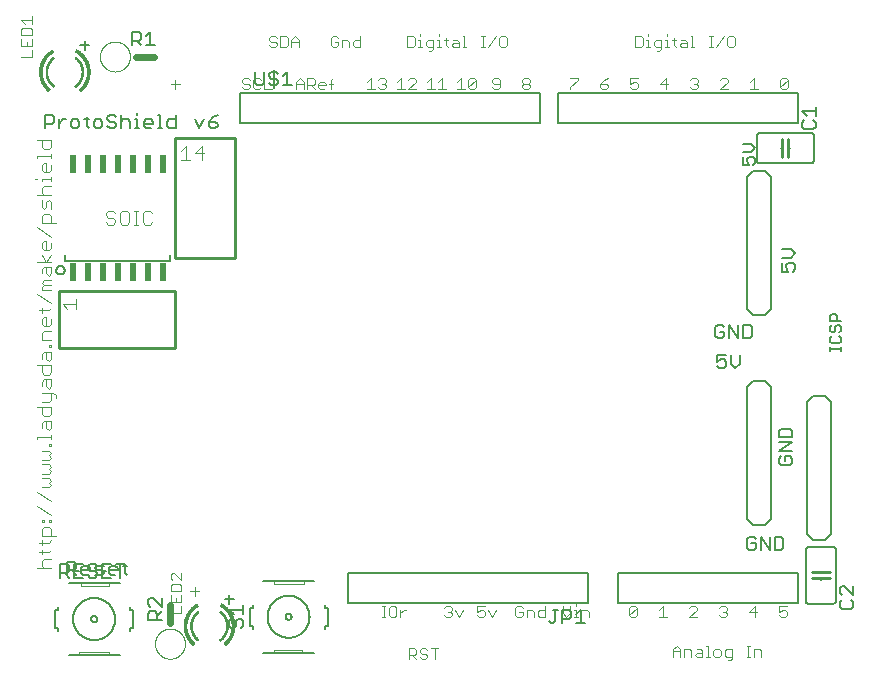
<source format=gbr>
G04 EAGLE Gerber RS-274X export*
G75*
%MOMM*%
%FSLAX34Y34*%
%LPD*%
%INSilkscreen Top*%
%IPPOS*%
%AMOC8*
5,1,8,0,0,1.08239X$1,22.5*%
G01*
%ADD10C,0.254000*%
%ADD11C,0.076200*%
%ADD12C,0.152400*%
%ADD13C,0.127000*%
%ADD14C,0.101600*%
%ADD15C,0.050800*%
%ADD16C,0.015238*%
%ADD17C,0.025400*%
%ADD18C,0.203200*%
%ADD19R,0.490200X1.519900*%
%ADD20R,0.490200X1.520000*%
%ADD21R,0.490200X1.519800*%
%ADD22C,0.609600*%


D10*
X123291Y342443D02*
X170281Y342443D01*
X170281Y444043D01*
X119481Y444043D01*
X119481Y342443D02*
X122021Y342443D01*
X119481Y342443D02*
X119481Y444043D01*
X119481Y266243D02*
X21691Y266243D01*
X21691Y314503D01*
X119481Y314503D02*
X119481Y266243D01*
X119481Y314503D02*
X21691Y314503D01*
D11*
X541502Y11275D02*
X541502Y5004D01*
X541502Y11275D02*
X544637Y14410D01*
X547773Y11275D01*
X547773Y5004D01*
X547773Y9707D02*
X541502Y9707D01*
X550857Y11275D02*
X550857Y5004D01*
X550857Y11275D02*
X555560Y11275D01*
X557128Y9707D01*
X557128Y5004D01*
X561780Y11275D02*
X564915Y11275D01*
X566483Y9707D01*
X566483Y5004D01*
X561780Y5004D01*
X560212Y6572D01*
X561780Y8139D01*
X566483Y8139D01*
X569568Y14410D02*
X571135Y14410D01*
X571135Y5004D01*
X569568Y5004D02*
X572703Y5004D01*
X577372Y5004D02*
X580507Y5004D01*
X582075Y6572D01*
X582075Y9707D01*
X580507Y11275D01*
X577372Y11275D01*
X575804Y9707D01*
X575804Y6572D01*
X577372Y5004D01*
X588295Y1869D02*
X589863Y1869D01*
X591430Y3436D01*
X591430Y11275D01*
X586727Y11275D01*
X585160Y9707D01*
X585160Y6572D01*
X586727Y5004D01*
X591430Y5004D01*
X603870Y5004D02*
X607005Y5004D01*
X605438Y5004D02*
X605438Y14410D01*
X607005Y14410D02*
X603870Y14410D01*
X610107Y11275D02*
X610107Y5004D01*
X610107Y11275D02*
X614810Y11275D01*
X616377Y9707D01*
X616377Y5004D01*
D12*
X584900Y283946D02*
X583036Y285811D01*
X579307Y285811D01*
X577443Y283946D01*
X577443Y276489D01*
X579307Y274625D01*
X583036Y274625D01*
X584900Y276489D01*
X584900Y280218D01*
X581172Y280218D01*
X589137Y274625D02*
X589137Y285811D01*
X596594Y274625D01*
X596594Y285811D01*
X600831Y285811D02*
X600831Y274625D01*
X606424Y274625D01*
X608288Y276489D01*
X608288Y283946D01*
X606424Y285811D01*
X600831Y285811D01*
X586170Y260411D02*
X578713Y260411D01*
X578713Y254818D01*
X582442Y256682D01*
X584306Y256682D01*
X586170Y254818D01*
X586170Y251089D01*
X584306Y249225D01*
X580577Y249225D01*
X578713Y251089D01*
X590407Y252954D02*
X590407Y260411D01*
X590407Y252954D02*
X594135Y249225D01*
X597864Y252954D01*
X597864Y260411D01*
X609706Y106741D02*
X611570Y104876D01*
X609706Y106741D02*
X605977Y106741D01*
X604113Y104876D01*
X604113Y97419D01*
X605977Y95555D01*
X609706Y95555D01*
X611570Y97419D01*
X611570Y101148D01*
X607842Y101148D01*
X615807Y95555D02*
X615807Y106741D01*
X623264Y95555D01*
X623264Y106741D01*
X627501Y106741D02*
X627501Y95555D01*
X633094Y95555D01*
X634958Y97419D01*
X634958Y104876D01*
X633094Y106741D01*
X627501Y106741D01*
D13*
X600879Y421445D02*
X600879Y428224D01*
X600879Y421445D02*
X605964Y421445D01*
X604269Y424834D01*
X604269Y426529D01*
X605964Y428224D01*
X609353Y428224D01*
X611048Y426529D01*
X611048Y423140D01*
X609353Y421445D01*
X607658Y431969D02*
X600879Y431969D01*
X607658Y431969D02*
X611048Y435359D01*
X607658Y438749D01*
X600879Y438749D01*
D14*
X28627Y299771D02*
X24729Y303669D01*
X36423Y303669D01*
X36423Y299771D02*
X36423Y307567D01*
X125069Y433297D02*
X128967Y437195D01*
X128967Y425501D01*
X125069Y425501D02*
X132865Y425501D01*
X142610Y425501D02*
X142610Y437195D01*
X136763Y431348D01*
X144559Y431348D01*
X140485Y60508D02*
X132689Y60508D01*
X136587Y64406D02*
X136587Y56610D01*
X123975Y489768D02*
X116179Y489768D01*
X120077Y493666D02*
X120077Y485870D01*
X67416Y382585D02*
X69365Y380636D01*
X67416Y382585D02*
X63518Y382585D01*
X61569Y380636D01*
X61569Y378687D01*
X63518Y376738D01*
X67416Y376738D01*
X69365Y374789D01*
X69365Y372840D01*
X67416Y370891D01*
X63518Y370891D01*
X61569Y372840D01*
X75212Y382585D02*
X79110Y382585D01*
X75212Y382585D02*
X73263Y380636D01*
X73263Y372840D01*
X75212Y370891D01*
X79110Y370891D01*
X81059Y372840D01*
X81059Y380636D01*
X79110Y382585D01*
X84957Y370891D02*
X88855Y370891D01*
X86906Y370891D02*
X86906Y382585D01*
X84957Y382585D02*
X88855Y382585D01*
X98600Y382585D02*
X100549Y380636D01*
X98600Y382585D02*
X94702Y382585D01*
X92753Y380636D01*
X92753Y372840D01*
X94702Y370891D01*
X98600Y370891D01*
X100549Y372840D01*
X14833Y80061D02*
X3139Y80061D01*
X7037Y82010D02*
X8986Y80061D01*
X7037Y82010D02*
X7037Y85908D01*
X8986Y87857D01*
X14833Y87857D01*
X12884Y93704D02*
X5088Y93704D01*
X12884Y93704D02*
X14833Y95653D01*
X7037Y95653D02*
X7037Y91755D01*
X5088Y101500D02*
X12884Y101500D01*
X14833Y103449D01*
X7037Y103449D02*
X7037Y99551D01*
X7037Y107347D02*
X18731Y107347D01*
X7037Y107347D02*
X7037Y113194D01*
X8986Y115143D01*
X12884Y115143D01*
X14833Y113194D01*
X14833Y107347D01*
X7037Y119041D02*
X7037Y120990D01*
X8986Y120990D01*
X8986Y119041D01*
X7037Y119041D01*
X12884Y119041D02*
X12884Y120990D01*
X14833Y120990D01*
X14833Y119041D01*
X12884Y119041D01*
X14833Y124888D02*
X3139Y132684D01*
X3139Y144378D02*
X14833Y136582D01*
X12884Y148276D02*
X7037Y148276D01*
X12884Y148276D02*
X14833Y150225D01*
X12884Y152174D01*
X14833Y154123D01*
X12884Y156072D01*
X7037Y156072D01*
X7037Y159970D02*
X12884Y159970D01*
X14833Y161919D01*
X12884Y163868D01*
X14833Y165817D01*
X12884Y167766D01*
X7037Y167766D01*
X7037Y171664D02*
X12884Y171664D01*
X14833Y173613D01*
X12884Y175562D01*
X14833Y177511D01*
X12884Y179460D01*
X7037Y179460D01*
X12884Y183358D02*
X14833Y183358D01*
X12884Y183358D02*
X12884Y185307D01*
X14833Y185307D01*
X14833Y183358D01*
X3139Y189205D02*
X3139Y191154D01*
X14833Y191154D01*
X14833Y189205D02*
X14833Y193103D01*
X7037Y198950D02*
X7037Y202848D01*
X8986Y204797D01*
X14833Y204797D01*
X14833Y198950D01*
X12884Y197001D01*
X10935Y198950D01*
X10935Y204797D01*
X14833Y216491D02*
X3139Y216491D01*
X14833Y216491D02*
X14833Y210644D01*
X12884Y208695D01*
X8986Y208695D01*
X7037Y210644D01*
X7037Y216491D01*
X7037Y220389D02*
X12884Y220389D01*
X14833Y222338D01*
X14833Y228185D01*
X16782Y228185D02*
X7037Y228185D01*
X16782Y228185D02*
X18731Y226236D01*
X18731Y224287D01*
X7037Y234032D02*
X7037Y237930D01*
X8986Y239879D01*
X14833Y239879D01*
X14833Y234032D01*
X12884Y232083D01*
X10935Y234032D01*
X10935Y239879D01*
X14833Y251572D02*
X3139Y251572D01*
X14833Y251572D02*
X14833Y245725D01*
X12884Y243777D01*
X8986Y243777D01*
X7037Y245725D01*
X7037Y251572D01*
X7037Y257419D02*
X7037Y261317D01*
X8986Y263266D01*
X14833Y263266D01*
X14833Y257419D01*
X12884Y255470D01*
X10935Y257419D01*
X10935Y263266D01*
X12884Y267164D02*
X14833Y267164D01*
X12884Y267164D02*
X12884Y269113D01*
X14833Y269113D01*
X14833Y267164D01*
X14833Y273011D02*
X7037Y273011D01*
X7037Y278858D01*
X8986Y280807D01*
X14833Y280807D01*
X14833Y286654D02*
X14833Y290552D01*
X14833Y286654D02*
X12884Y284705D01*
X8986Y284705D01*
X7037Y286654D01*
X7037Y290552D01*
X8986Y292501D01*
X10935Y292501D01*
X10935Y284705D01*
X12884Y298348D02*
X5088Y298348D01*
X12884Y298348D02*
X14833Y300297D01*
X7037Y300297D02*
X7037Y296399D01*
X14833Y304195D02*
X3139Y311991D01*
X7037Y315889D02*
X14833Y315889D01*
X7037Y315889D02*
X7037Y317838D01*
X8986Y319787D01*
X14833Y319787D01*
X8986Y319787D02*
X7037Y321736D01*
X8986Y323685D01*
X14833Y323685D01*
X7037Y329532D02*
X7037Y333430D01*
X8986Y335379D01*
X14833Y335379D01*
X14833Y329532D01*
X12884Y327583D01*
X10935Y329532D01*
X10935Y335379D01*
X14833Y339277D02*
X3139Y339277D01*
X10935Y339277D02*
X14833Y345124D01*
X10935Y339277D02*
X7037Y345124D01*
X14833Y350971D02*
X14833Y354869D01*
X14833Y350971D02*
X12884Y349022D01*
X8986Y349022D01*
X7037Y350971D01*
X7037Y354869D01*
X8986Y356818D01*
X10935Y356818D01*
X10935Y349022D01*
X14833Y360716D02*
X3139Y368512D01*
X7037Y372410D02*
X18731Y372410D01*
X7037Y372410D02*
X7037Y378257D01*
X8986Y380206D01*
X12884Y380206D01*
X14833Y378257D01*
X14833Y372410D01*
X14833Y384104D02*
X14833Y389951D01*
X12884Y391900D01*
X10935Y389951D01*
X10935Y386053D01*
X8986Y384104D01*
X7037Y386053D01*
X7037Y391900D01*
X3139Y395798D02*
X14833Y395798D01*
X8986Y395798D02*
X7037Y397747D01*
X7037Y401645D01*
X8986Y403594D01*
X14833Y403594D01*
X7037Y407492D02*
X7037Y409441D01*
X14833Y409441D01*
X14833Y407492D02*
X14833Y411390D01*
X3139Y409441D02*
X1190Y409441D01*
X14833Y417237D02*
X14833Y421135D01*
X14833Y417237D02*
X12884Y415288D01*
X8986Y415288D01*
X7037Y417237D01*
X7037Y421135D01*
X8986Y423084D01*
X10935Y423084D01*
X10935Y415288D01*
X3139Y426982D02*
X3139Y428931D01*
X14833Y428931D01*
X14833Y426982D02*
X14833Y430880D01*
X14833Y442574D02*
X3139Y442574D01*
X14833Y442574D02*
X14833Y436727D01*
X12884Y434778D01*
X8986Y434778D01*
X7037Y436727D01*
X7037Y442574D01*
D12*
X10061Y452526D02*
X10061Y463712D01*
X15654Y463712D01*
X17518Y461847D01*
X17518Y458119D01*
X15654Y456255D01*
X10061Y456255D01*
X21755Y459983D02*
X21755Y452526D01*
X21755Y456255D02*
X25484Y459983D01*
X27348Y459983D01*
X33364Y452526D02*
X37093Y452526D01*
X38957Y454390D01*
X38957Y458119D01*
X37093Y459983D01*
X33364Y459983D01*
X31500Y458119D01*
X31500Y454390D01*
X33364Y452526D01*
X45058Y454390D02*
X45058Y461847D01*
X45058Y454390D02*
X46923Y452526D01*
X46923Y459983D02*
X43194Y459983D01*
X52854Y452526D02*
X56583Y452526D01*
X58447Y454390D01*
X58447Y458119D01*
X56583Y459983D01*
X52854Y459983D01*
X50990Y458119D01*
X50990Y454390D01*
X52854Y452526D01*
X68277Y463712D02*
X70141Y461847D01*
X68277Y463712D02*
X64548Y463712D01*
X62684Y461847D01*
X62684Y459983D01*
X64548Y458119D01*
X68277Y458119D01*
X70141Y456255D01*
X70141Y454390D01*
X68277Y452526D01*
X64548Y452526D01*
X62684Y454390D01*
X74378Y452526D02*
X74378Y463712D01*
X76242Y459983D02*
X74378Y458119D01*
X76242Y459983D02*
X79971Y459983D01*
X81835Y458119D01*
X81835Y452526D01*
X86072Y459983D02*
X87936Y459983D01*
X87936Y452526D01*
X86072Y452526D02*
X89800Y452526D01*
X87936Y463712D02*
X87936Y465576D01*
X95732Y452526D02*
X99461Y452526D01*
X95732Y452526D02*
X93868Y454390D01*
X93868Y458119D01*
X95732Y459983D01*
X99461Y459983D01*
X101325Y458119D01*
X101325Y456255D01*
X93868Y456255D01*
X105562Y463712D02*
X107426Y463712D01*
X107426Y452526D01*
X105562Y452526D02*
X109290Y452526D01*
X120815Y452526D02*
X120815Y463712D01*
X120815Y452526D02*
X115222Y452526D01*
X113358Y454390D01*
X113358Y458119D01*
X115222Y459983D01*
X120815Y459983D01*
X136746Y459983D02*
X140474Y452526D01*
X144203Y459983D01*
X152168Y461847D02*
X155897Y463712D01*
X152168Y461847D02*
X148440Y458119D01*
X148440Y454390D01*
X150304Y452526D01*
X154032Y452526D01*
X155897Y454390D01*
X155897Y456255D01*
X154032Y458119D01*
X148440Y458119D01*
D13*
X683424Y267075D02*
X683424Y264109D01*
X683424Y265592D02*
X674526Y265592D01*
X674526Y264109D02*
X674526Y267075D01*
X674526Y274795D02*
X676009Y276278D01*
X674526Y274795D02*
X674526Y271829D01*
X676009Y270346D01*
X681941Y270346D01*
X683424Y271829D01*
X683424Y274795D01*
X681941Y276278D01*
X674526Y284150D02*
X676009Y285633D01*
X674526Y284150D02*
X674526Y281184D01*
X676009Y279701D01*
X677492Y279701D01*
X678975Y281184D01*
X678975Y284150D01*
X680458Y285633D01*
X681941Y285633D01*
X683424Y284150D01*
X683424Y281184D01*
X681941Y279701D01*
X683424Y289056D02*
X674526Y289056D01*
X674526Y293505D01*
X676009Y294988D01*
X678975Y294988D01*
X680458Y293505D01*
X680458Y289056D01*
D11*
X316611Y521081D02*
X316611Y530487D01*
X316611Y521081D02*
X321314Y521081D01*
X322882Y522649D01*
X322882Y528919D01*
X321314Y530487D01*
X316611Y530487D01*
X325966Y527352D02*
X327534Y527352D01*
X327534Y521081D01*
X325966Y521081D02*
X329102Y521081D01*
X327534Y530487D02*
X327534Y532055D01*
X335338Y517946D02*
X336906Y517946D01*
X338474Y519513D01*
X338474Y527352D01*
X333771Y527352D01*
X332203Y525784D01*
X332203Y522649D01*
X333771Y521081D01*
X338474Y521081D01*
X341558Y527352D02*
X343126Y527352D01*
X343126Y521081D01*
X341558Y521081D02*
X344694Y521081D01*
X343126Y530487D02*
X343126Y532055D01*
X349363Y528919D02*
X349363Y522649D01*
X350930Y521081D01*
X350930Y527352D02*
X347795Y527352D01*
X355599Y527352D02*
X358735Y527352D01*
X360302Y525784D01*
X360302Y521081D01*
X355599Y521081D01*
X354032Y522649D01*
X355599Y524216D01*
X360302Y524216D01*
X363387Y530487D02*
X364955Y530487D01*
X364955Y521081D01*
X366522Y521081D02*
X363387Y521081D01*
X378979Y521081D02*
X382114Y521081D01*
X380547Y521081D02*
X380547Y530487D01*
X382114Y530487D02*
X378979Y530487D01*
X385216Y521081D02*
X391486Y530487D01*
X396139Y530487D02*
X399274Y530487D01*
X396139Y530487D02*
X394571Y528919D01*
X394571Y522649D01*
X396139Y521081D01*
X399274Y521081D01*
X400842Y522649D01*
X400842Y528919D01*
X399274Y530487D01*
X509651Y530487D02*
X509651Y521081D01*
X514354Y521081D01*
X515922Y522649D01*
X515922Y528919D01*
X514354Y530487D01*
X509651Y530487D01*
X519006Y527352D02*
X520574Y527352D01*
X520574Y521081D01*
X519006Y521081D02*
X522142Y521081D01*
X520574Y530487D02*
X520574Y532055D01*
X528378Y517946D02*
X529946Y517946D01*
X531514Y519513D01*
X531514Y527352D01*
X526811Y527352D01*
X525243Y525784D01*
X525243Y522649D01*
X526811Y521081D01*
X531514Y521081D01*
X534598Y527352D02*
X536166Y527352D01*
X536166Y521081D01*
X534598Y521081D02*
X537734Y521081D01*
X536166Y530487D02*
X536166Y532055D01*
X542403Y528919D02*
X542403Y522649D01*
X543970Y521081D01*
X543970Y527352D02*
X540835Y527352D01*
X548639Y527352D02*
X551775Y527352D01*
X553342Y525784D01*
X553342Y521081D01*
X548639Y521081D01*
X547072Y522649D01*
X548639Y524216D01*
X553342Y524216D01*
X556427Y530487D02*
X557995Y530487D01*
X557995Y521081D01*
X559562Y521081D02*
X556427Y521081D01*
X572019Y521081D02*
X575154Y521081D01*
X573587Y521081D02*
X573587Y530487D01*
X575154Y530487D02*
X572019Y530487D01*
X578256Y521081D02*
X584526Y530487D01*
X589179Y530487D02*
X592314Y530487D01*
X589179Y530487D02*
X587611Y528919D01*
X587611Y522649D01*
X589179Y521081D01*
X592314Y521081D01*
X593882Y522649D01*
X593882Y528919D01*
X592314Y530487D01*
D12*
X633669Y338520D02*
X633669Y331063D01*
X639262Y331063D01*
X637398Y334792D01*
X637398Y336656D01*
X639262Y338520D01*
X642991Y338520D01*
X644855Y336656D01*
X644855Y332927D01*
X642991Y331063D01*
X641127Y342757D02*
X633669Y342757D01*
X641127Y342757D02*
X644855Y346485D01*
X641127Y350214D01*
X633669Y350214D01*
X632994Y174690D02*
X631129Y172826D01*
X631129Y169097D01*
X632994Y167233D01*
X640451Y167233D01*
X642315Y169097D01*
X642315Y172826D01*
X640451Y174690D01*
X636722Y174690D01*
X636722Y170962D01*
X642315Y178927D02*
X631129Y178927D01*
X642315Y186384D01*
X631129Y186384D01*
X631129Y190621D02*
X642315Y190621D01*
X642315Y196214D01*
X640451Y198078D01*
X632994Y198078D01*
X631129Y196214D01*
X631129Y190621D01*
X28702Y85608D02*
X28702Y74422D01*
X28702Y85608D02*
X34295Y85608D01*
X36159Y83743D01*
X36159Y80015D01*
X34295Y78151D01*
X28702Y78151D01*
X32431Y78151D02*
X36159Y74422D01*
X42260Y74422D02*
X45989Y74422D01*
X42260Y74422D02*
X40396Y76286D01*
X40396Y80015D01*
X42260Y81879D01*
X45989Y81879D01*
X47853Y80015D01*
X47853Y78151D01*
X40396Y78151D01*
X52090Y74422D02*
X57683Y74422D01*
X59547Y76286D01*
X57683Y78151D01*
X53954Y78151D01*
X52090Y80015D01*
X53954Y81879D01*
X59547Y81879D01*
X65648Y74422D02*
X69377Y74422D01*
X65648Y74422D02*
X63784Y76286D01*
X63784Y80015D01*
X65648Y81879D01*
X69377Y81879D01*
X71241Y80015D01*
X71241Y78151D01*
X63784Y78151D01*
X77342Y76286D02*
X77342Y83743D01*
X77342Y76286D02*
X79206Y74422D01*
X79206Y81879D02*
X75478Y81879D01*
X20921Y44635D02*
X18381Y44635D01*
X18381Y29395D01*
X20921Y29395D01*
X81881Y29395D02*
X84421Y29395D01*
X84421Y44635D01*
X81881Y44635D01*
D15*
X64101Y9075D02*
X64101Y6535D01*
X64101Y9075D02*
X38701Y9075D01*
X38701Y6535D01*
X39971Y64955D02*
X64101Y64955D01*
X39971Y64955D02*
X39971Y67495D01*
X64101Y67495D02*
X64101Y64955D01*
D12*
X64101Y67495D02*
X72991Y67495D01*
X38701Y6535D02*
X29811Y6535D01*
X38701Y6535D02*
X64101Y6535D01*
X72991Y6535D01*
X64101Y67495D02*
X39971Y67495D01*
X29811Y67495D01*
X20921Y47175D02*
X20921Y44635D01*
X20921Y29395D02*
X20921Y26855D01*
X81881Y44635D02*
X81881Y47175D01*
X81881Y29395D02*
X81881Y26855D01*
X33621Y37015D02*
X33626Y37451D01*
X33642Y37887D01*
X33669Y38323D01*
X33707Y38758D01*
X33755Y39191D01*
X33813Y39624D01*
X33883Y40055D01*
X33963Y40484D01*
X34053Y40911D01*
X34154Y41335D01*
X34265Y41757D01*
X34387Y42176D01*
X34518Y42592D01*
X34660Y43005D01*
X34812Y43414D01*
X34974Y43819D01*
X35146Y44220D01*
X35328Y44617D01*
X35519Y45009D01*
X35720Y45396D01*
X35931Y45779D01*
X36151Y46156D01*
X36380Y46527D01*
X36617Y46893D01*
X36864Y47253D01*
X37120Y47607D01*
X37384Y47954D01*
X37657Y48295D01*
X37938Y48628D01*
X38227Y48955D01*
X38524Y49275D01*
X38829Y49587D01*
X39141Y49892D01*
X39461Y50189D01*
X39788Y50478D01*
X40121Y50759D01*
X40462Y51032D01*
X40809Y51296D01*
X41163Y51552D01*
X41523Y51799D01*
X41889Y52036D01*
X42260Y52265D01*
X42637Y52485D01*
X43020Y52696D01*
X43407Y52897D01*
X43799Y53088D01*
X44196Y53270D01*
X44597Y53442D01*
X45002Y53604D01*
X45411Y53756D01*
X45824Y53898D01*
X46240Y54029D01*
X46659Y54151D01*
X47081Y54262D01*
X47505Y54363D01*
X47932Y54453D01*
X48361Y54533D01*
X48792Y54603D01*
X49225Y54661D01*
X49658Y54709D01*
X50093Y54747D01*
X50529Y54774D01*
X50965Y54790D01*
X51401Y54795D01*
X51837Y54790D01*
X52273Y54774D01*
X52709Y54747D01*
X53144Y54709D01*
X53577Y54661D01*
X54010Y54603D01*
X54441Y54533D01*
X54870Y54453D01*
X55297Y54363D01*
X55721Y54262D01*
X56143Y54151D01*
X56562Y54029D01*
X56978Y53898D01*
X57391Y53756D01*
X57800Y53604D01*
X58205Y53442D01*
X58606Y53270D01*
X59003Y53088D01*
X59395Y52897D01*
X59782Y52696D01*
X60165Y52485D01*
X60542Y52265D01*
X60913Y52036D01*
X61279Y51799D01*
X61639Y51552D01*
X61993Y51296D01*
X62340Y51032D01*
X62681Y50759D01*
X63014Y50478D01*
X63341Y50189D01*
X63661Y49892D01*
X63973Y49587D01*
X64278Y49275D01*
X64575Y48955D01*
X64864Y48628D01*
X65145Y48295D01*
X65418Y47954D01*
X65682Y47607D01*
X65938Y47253D01*
X66185Y46893D01*
X66422Y46527D01*
X66651Y46156D01*
X66871Y45779D01*
X67082Y45396D01*
X67283Y45009D01*
X67474Y44617D01*
X67656Y44220D01*
X67828Y43819D01*
X67990Y43414D01*
X68142Y43005D01*
X68284Y42592D01*
X68415Y42176D01*
X68537Y41757D01*
X68648Y41335D01*
X68749Y40911D01*
X68839Y40484D01*
X68919Y40055D01*
X68989Y39624D01*
X69047Y39191D01*
X69095Y38758D01*
X69133Y38323D01*
X69160Y37887D01*
X69176Y37451D01*
X69181Y37015D01*
X69176Y36579D01*
X69160Y36143D01*
X69133Y35707D01*
X69095Y35272D01*
X69047Y34839D01*
X68989Y34406D01*
X68919Y33975D01*
X68839Y33546D01*
X68749Y33119D01*
X68648Y32695D01*
X68537Y32273D01*
X68415Y31854D01*
X68284Y31438D01*
X68142Y31025D01*
X67990Y30616D01*
X67828Y30211D01*
X67656Y29810D01*
X67474Y29413D01*
X67283Y29021D01*
X67082Y28634D01*
X66871Y28251D01*
X66651Y27874D01*
X66422Y27503D01*
X66185Y27137D01*
X65938Y26777D01*
X65682Y26423D01*
X65418Y26076D01*
X65145Y25735D01*
X64864Y25402D01*
X64575Y25075D01*
X64278Y24755D01*
X63973Y24443D01*
X63661Y24138D01*
X63341Y23841D01*
X63014Y23552D01*
X62681Y23271D01*
X62340Y22998D01*
X61993Y22734D01*
X61639Y22478D01*
X61279Y22231D01*
X60913Y21994D01*
X60542Y21765D01*
X60165Y21545D01*
X59782Y21334D01*
X59395Y21133D01*
X59003Y20942D01*
X58606Y20760D01*
X58205Y20588D01*
X57800Y20426D01*
X57391Y20274D01*
X56978Y20132D01*
X56562Y20001D01*
X56143Y19879D01*
X55721Y19768D01*
X55297Y19667D01*
X54870Y19577D01*
X54441Y19497D01*
X54010Y19427D01*
X53577Y19369D01*
X53144Y19321D01*
X52709Y19283D01*
X52273Y19256D01*
X51837Y19240D01*
X51401Y19235D01*
X50965Y19240D01*
X50529Y19256D01*
X50093Y19283D01*
X49658Y19321D01*
X49225Y19369D01*
X48792Y19427D01*
X48361Y19497D01*
X47932Y19577D01*
X47505Y19667D01*
X47081Y19768D01*
X46659Y19879D01*
X46240Y20001D01*
X45824Y20132D01*
X45411Y20274D01*
X45002Y20426D01*
X44597Y20588D01*
X44196Y20760D01*
X43799Y20942D01*
X43407Y21133D01*
X43020Y21334D01*
X42637Y21545D01*
X42260Y21765D01*
X41889Y21994D01*
X41523Y22231D01*
X41163Y22478D01*
X40809Y22734D01*
X40462Y22998D01*
X40121Y23271D01*
X39788Y23552D01*
X39461Y23841D01*
X39141Y24138D01*
X38829Y24443D01*
X38524Y24755D01*
X38227Y25075D01*
X37938Y25402D01*
X37657Y25735D01*
X37384Y26076D01*
X37120Y26423D01*
X36864Y26777D01*
X36617Y27137D01*
X36380Y27503D01*
X36151Y27874D01*
X35931Y28251D01*
X35720Y28634D01*
X35519Y29021D01*
X35328Y29413D01*
X35146Y29810D01*
X34974Y30211D01*
X34812Y30616D01*
X34660Y31025D01*
X34518Y31438D01*
X34387Y31854D01*
X34265Y32273D01*
X34154Y32695D01*
X34053Y33119D01*
X33963Y33546D01*
X33883Y33975D01*
X33813Y34406D01*
X33755Y34839D01*
X33707Y35272D01*
X33669Y35707D01*
X33642Y36143D01*
X33626Y36579D01*
X33621Y37015D01*
X48861Y37015D02*
X48863Y37115D01*
X48869Y37216D01*
X48879Y37315D01*
X48893Y37415D01*
X48910Y37514D01*
X48932Y37612D01*
X48958Y37709D01*
X48987Y37805D01*
X49020Y37899D01*
X49057Y37993D01*
X49097Y38085D01*
X49141Y38175D01*
X49189Y38263D01*
X49240Y38350D01*
X49294Y38434D01*
X49352Y38516D01*
X49413Y38596D01*
X49477Y38673D01*
X49544Y38748D01*
X49614Y38820D01*
X49687Y38889D01*
X49762Y38955D01*
X49840Y39019D01*
X49920Y39079D01*
X50003Y39136D01*
X50088Y39189D01*
X50175Y39239D01*
X50264Y39286D01*
X50354Y39329D01*
X50446Y39369D01*
X50540Y39405D01*
X50635Y39437D01*
X50731Y39465D01*
X50829Y39490D01*
X50927Y39510D01*
X51026Y39527D01*
X51126Y39540D01*
X51225Y39549D01*
X51326Y39554D01*
X51426Y39555D01*
X51526Y39552D01*
X51627Y39545D01*
X51726Y39534D01*
X51826Y39519D01*
X51924Y39501D01*
X52022Y39478D01*
X52119Y39451D01*
X52214Y39421D01*
X52309Y39387D01*
X52402Y39349D01*
X52493Y39308D01*
X52583Y39263D01*
X52671Y39215D01*
X52757Y39163D01*
X52841Y39108D01*
X52922Y39049D01*
X53001Y38987D01*
X53078Y38923D01*
X53152Y38855D01*
X53223Y38784D01*
X53292Y38711D01*
X53357Y38635D01*
X53420Y38556D01*
X53479Y38475D01*
X53535Y38392D01*
X53588Y38307D01*
X53637Y38219D01*
X53683Y38130D01*
X53725Y38039D01*
X53764Y37946D01*
X53799Y37852D01*
X53830Y37757D01*
X53858Y37660D01*
X53881Y37563D01*
X53901Y37464D01*
X53917Y37365D01*
X53929Y37266D01*
X53937Y37165D01*
X53941Y37065D01*
X53941Y36965D01*
X53937Y36865D01*
X53929Y36764D01*
X53917Y36665D01*
X53901Y36566D01*
X53881Y36467D01*
X53858Y36370D01*
X53830Y36273D01*
X53799Y36178D01*
X53764Y36084D01*
X53725Y35991D01*
X53683Y35900D01*
X53637Y35811D01*
X53588Y35723D01*
X53535Y35638D01*
X53479Y35555D01*
X53420Y35474D01*
X53357Y35395D01*
X53292Y35319D01*
X53223Y35246D01*
X53152Y35175D01*
X53078Y35107D01*
X53001Y35043D01*
X52922Y34981D01*
X52841Y34922D01*
X52757Y34867D01*
X52671Y34815D01*
X52583Y34767D01*
X52493Y34722D01*
X52402Y34681D01*
X52309Y34643D01*
X52214Y34609D01*
X52119Y34579D01*
X52022Y34552D01*
X51924Y34529D01*
X51826Y34511D01*
X51726Y34496D01*
X51627Y34485D01*
X51526Y34478D01*
X51426Y34475D01*
X51326Y34476D01*
X51225Y34481D01*
X51126Y34490D01*
X51026Y34503D01*
X50927Y34520D01*
X50829Y34540D01*
X50731Y34565D01*
X50635Y34593D01*
X50540Y34625D01*
X50446Y34661D01*
X50354Y34701D01*
X50264Y34744D01*
X50175Y34791D01*
X50088Y34841D01*
X50003Y34894D01*
X49920Y34951D01*
X49840Y35011D01*
X49762Y35075D01*
X49687Y35141D01*
X49614Y35210D01*
X49544Y35282D01*
X49477Y35357D01*
X49413Y35434D01*
X49352Y35514D01*
X49294Y35596D01*
X49240Y35680D01*
X49189Y35767D01*
X49141Y35855D01*
X49097Y35945D01*
X49057Y36037D01*
X49020Y36131D01*
X48987Y36225D01*
X48958Y36321D01*
X48932Y36418D01*
X48910Y36516D01*
X48893Y36615D01*
X48879Y36715D01*
X48869Y36814D01*
X48863Y36915D01*
X48861Y37015D01*
D13*
X22776Y71940D02*
X22776Y83380D01*
X28496Y83380D01*
X30403Y81473D01*
X30403Y77660D01*
X28496Y75753D01*
X22776Y75753D01*
X26589Y75753D02*
X30403Y71940D01*
X34470Y83380D02*
X42097Y83380D01*
X34470Y83380D02*
X34470Y71940D01*
X42097Y71940D01*
X38283Y77660D02*
X34470Y77660D01*
X51884Y83380D02*
X53790Y81473D01*
X51884Y83380D02*
X48071Y83380D01*
X46164Y81473D01*
X46164Y79567D01*
X48071Y77660D01*
X51884Y77660D01*
X53790Y75753D01*
X53790Y73847D01*
X51884Y71940D01*
X48071Y71940D01*
X46164Y73847D01*
X57858Y83380D02*
X65484Y83380D01*
X57858Y83380D02*
X57858Y71940D01*
X65484Y71940D01*
X61671Y77660D02*
X57858Y77660D01*
X73365Y71940D02*
X73365Y83380D01*
X69552Y83380D02*
X77178Y83380D01*
D16*
X35531Y487364D02*
X34734Y488481D01*
X34734Y488480D02*
X35016Y488689D01*
X35293Y488905D01*
X35564Y489127D01*
X35830Y489355D01*
X36091Y489590D01*
X36346Y489831D01*
X36594Y490079D01*
X36837Y490332D01*
X37074Y490591D01*
X37304Y490855D01*
X37528Y491126D01*
X37745Y491401D01*
X37956Y491681D01*
X38160Y491967D01*
X38357Y492257D01*
X38547Y492552D01*
X38729Y492852D01*
X38905Y493156D01*
X39073Y493464D01*
X39233Y493776D01*
X39386Y494091D01*
X39531Y494411D01*
X39669Y494733D01*
X39799Y495059D01*
X39921Y495388D01*
X40035Y495720D01*
X40140Y496055D01*
X40238Y496391D01*
X40328Y496731D01*
X40409Y497072D01*
X40482Y497415D01*
X40547Y497760D01*
X40604Y498106D01*
X40652Y498453D01*
X40692Y498802D01*
X40723Y499151D01*
X40746Y499501D01*
X40761Y499852D01*
X40767Y500203D01*
X42138Y500203D01*
X42139Y500203D01*
X42132Y499818D01*
X42117Y499435D01*
X42092Y499051D01*
X42057Y498668D01*
X42014Y498287D01*
X41961Y497906D01*
X41899Y497527D01*
X41828Y497149D01*
X41748Y496773D01*
X41659Y496399D01*
X41561Y496028D01*
X41454Y495659D01*
X41338Y495293D01*
X41214Y494929D01*
X41080Y494569D01*
X40938Y494212D01*
X40787Y493858D01*
X40628Y493509D01*
X40461Y493163D01*
X40285Y492821D01*
X40101Y492484D01*
X39909Y492151D01*
X39709Y491823D01*
X39501Y491500D01*
X39285Y491182D01*
X39062Y490869D01*
X38831Y490562D01*
X38593Y490260D01*
X38348Y489964D01*
X38095Y489675D01*
X37836Y489391D01*
X37570Y489114D01*
X37297Y488843D01*
X37018Y488579D01*
X36733Y488322D01*
X36441Y488071D01*
X36144Y487828D01*
X35840Y487592D01*
X35531Y487364D01*
X35448Y487480D01*
X35754Y487707D01*
X36055Y487940D01*
X36350Y488181D01*
X36639Y488430D01*
X36921Y488684D01*
X37198Y488946D01*
X37468Y489214D01*
X37732Y489489D01*
X37989Y489770D01*
X38239Y490057D01*
X38482Y490350D01*
X38718Y490649D01*
X38947Y490954D01*
X39168Y491264D01*
X39381Y491579D01*
X39588Y491899D01*
X39786Y492224D01*
X39976Y492554D01*
X40158Y492888D01*
X40333Y493227D01*
X40499Y493569D01*
X40656Y493916D01*
X40806Y494266D01*
X40947Y494620D01*
X41079Y494977D01*
X41202Y495337D01*
X41317Y495700D01*
X41423Y496066D01*
X41520Y496434D01*
X41609Y496804D01*
X41688Y497177D01*
X41758Y497551D01*
X41820Y497927D01*
X41872Y498304D01*
X41915Y498682D01*
X41949Y499062D01*
X41974Y499441D01*
X41989Y499822D01*
X41996Y500203D01*
X41853Y500203D01*
X41846Y499825D01*
X41831Y499448D01*
X41806Y499072D01*
X41773Y498696D01*
X41730Y498321D01*
X41678Y497948D01*
X41618Y497575D01*
X41548Y497204D01*
X41469Y496835D01*
X41382Y496468D01*
X41285Y496104D01*
X41180Y495741D01*
X41066Y495382D01*
X40944Y495025D01*
X40813Y494671D01*
X40673Y494320D01*
X40526Y493973D01*
X40369Y493630D01*
X40205Y493290D01*
X40032Y492955D01*
X39851Y492624D01*
X39663Y492297D01*
X39466Y491975D01*
X39262Y491658D01*
X39050Y491345D01*
X38831Y491038D01*
X38605Y490737D01*
X38371Y490441D01*
X38130Y490150D01*
X37882Y489866D01*
X37628Y489587D01*
X37367Y489315D01*
X37099Y489049D01*
X36825Y488790D01*
X36545Y488537D01*
X36258Y488291D01*
X35966Y488053D01*
X35668Y487821D01*
X35365Y487596D01*
X35282Y487713D01*
X35583Y487935D01*
X35878Y488165D01*
X36167Y488401D01*
X36450Y488645D01*
X36728Y488895D01*
X37000Y489152D01*
X37265Y489416D01*
X37524Y489685D01*
X37776Y489961D01*
X38021Y490243D01*
X38260Y490531D01*
X38492Y490824D01*
X38716Y491123D01*
X38933Y491427D01*
X39143Y491737D01*
X39345Y492051D01*
X39540Y492370D01*
X39727Y492694D01*
X39906Y493022D01*
X40077Y493354D01*
X40240Y493691D01*
X40395Y494031D01*
X40541Y494375D01*
X40679Y494722D01*
X40809Y495073D01*
X40931Y495426D01*
X41043Y495783D01*
X41147Y496142D01*
X41243Y496503D01*
X41330Y496867D01*
X41408Y497232D01*
X41477Y497600D01*
X41537Y497968D01*
X41588Y498339D01*
X41630Y498710D01*
X41664Y499082D01*
X41688Y499455D01*
X41703Y499829D01*
X41710Y500203D01*
X41567Y500203D01*
X41561Y499832D01*
X41545Y499462D01*
X41521Y499093D01*
X41488Y498724D01*
X41446Y498356D01*
X41395Y497989D01*
X41336Y497624D01*
X41267Y497260D01*
X41190Y496898D01*
X41104Y496538D01*
X41010Y496179D01*
X40906Y495824D01*
X40795Y495471D01*
X40675Y495121D01*
X40546Y494773D01*
X40409Y494429D01*
X40264Y494089D01*
X40110Y493751D01*
X39949Y493418D01*
X39779Y493089D01*
X39602Y492764D01*
X39417Y492443D01*
X39224Y492127D01*
X39024Y491816D01*
X38816Y491509D01*
X38601Y491208D01*
X38378Y490912D01*
X38149Y490621D01*
X37913Y490336D01*
X37669Y490057D01*
X37420Y489783D01*
X37163Y489516D01*
X36900Y489255D01*
X36631Y489001D01*
X36356Y488753D01*
X36076Y488511D01*
X35789Y488277D01*
X35497Y488050D01*
X35199Y487829D01*
X35116Y487946D01*
X35411Y488164D01*
X35700Y488389D01*
X35984Y488621D01*
X36262Y488860D01*
X36535Y489106D01*
X36801Y489358D01*
X37062Y489617D01*
X37315Y489881D01*
X37563Y490152D01*
X37804Y490429D01*
X38038Y490711D01*
X38265Y490999D01*
X38486Y491292D01*
X38699Y491591D01*
X38905Y491895D01*
X39103Y492203D01*
X39294Y492516D01*
X39477Y492834D01*
X39653Y493156D01*
X39821Y493482D01*
X39981Y493812D01*
X40133Y494146D01*
X40277Y494484D01*
X40412Y494824D01*
X40540Y495168D01*
X40659Y495515D01*
X40770Y495865D01*
X40872Y496217D01*
X40965Y496572D01*
X41050Y496929D01*
X41127Y497288D01*
X41195Y497648D01*
X41254Y498010D01*
X41304Y498374D01*
X41346Y498738D01*
X41378Y499103D01*
X41402Y499469D01*
X41418Y499836D01*
X41424Y500203D01*
X41281Y500203D01*
X41275Y499839D01*
X41260Y499476D01*
X41236Y499114D01*
X41203Y498752D01*
X41162Y498391D01*
X41112Y498031D01*
X41054Y497672D01*
X40987Y497315D01*
X40911Y496960D01*
X40827Y496607D01*
X40734Y496255D01*
X40633Y495906D01*
X40523Y495560D01*
X40405Y495216D01*
X40279Y494876D01*
X40144Y494538D01*
X40002Y494204D01*
X39851Y493873D01*
X39693Y493546D01*
X39527Y493223D01*
X39353Y492904D01*
X39171Y492589D01*
X38982Y492279D01*
X38785Y491974D01*
X38581Y491673D01*
X38370Y491377D01*
X38152Y491087D01*
X37927Y490801D01*
X37695Y490522D01*
X37457Y490248D01*
X37211Y489979D01*
X36960Y489717D01*
X36702Y489461D01*
X36438Y489211D01*
X36168Y488968D01*
X35893Y488731D01*
X35611Y488501D01*
X35325Y488278D01*
X35033Y488062D01*
X34950Y488178D01*
X35239Y488392D01*
X35523Y488614D01*
X35801Y488841D01*
X36074Y489076D01*
X36342Y489317D01*
X36603Y489564D01*
X36858Y489818D01*
X37107Y490078D01*
X37350Y490343D01*
X37586Y490615D01*
X37816Y490892D01*
X38039Y491174D01*
X38255Y491462D01*
X38464Y491755D01*
X38666Y492052D01*
X38861Y492355D01*
X39048Y492662D01*
X39228Y492974D01*
X39400Y493290D01*
X39565Y493610D01*
X39722Y493934D01*
X39871Y494261D01*
X40012Y494592D01*
X40145Y494927D01*
X40270Y495264D01*
X40387Y495604D01*
X40496Y495948D01*
X40596Y496293D01*
X40688Y496641D01*
X40771Y496991D01*
X40846Y497343D01*
X40913Y497697D01*
X40971Y498052D01*
X41020Y498408D01*
X41061Y498766D01*
X41093Y499124D01*
X41117Y499483D01*
X41132Y499843D01*
X41138Y500203D01*
X40995Y500203D01*
X40989Y499846D01*
X40974Y499490D01*
X40951Y499135D01*
X40919Y498780D01*
X40878Y498426D01*
X40829Y498073D01*
X40772Y497721D01*
X40706Y497371D01*
X40632Y497022D01*
X40549Y496676D01*
X40458Y496331D01*
X40359Y495989D01*
X40251Y495649D01*
X40135Y495312D01*
X40012Y494978D01*
X39880Y494647D01*
X39740Y494319D01*
X39593Y493994D01*
X39437Y493674D01*
X39274Y493357D01*
X39103Y493044D01*
X38925Y492735D01*
X38740Y492431D01*
X38547Y492131D01*
X38347Y491836D01*
X38140Y491546D01*
X37926Y491261D01*
X37705Y490982D01*
X37478Y490707D01*
X37244Y490439D01*
X37003Y490176D01*
X36757Y489918D01*
X36504Y489667D01*
X36245Y489422D01*
X35980Y489184D01*
X35710Y488951D01*
X35434Y488726D01*
X35153Y488507D01*
X34867Y488295D01*
X34783Y488411D01*
X35067Y488621D01*
X35345Y488838D01*
X35619Y489061D01*
X35886Y489291D01*
X36148Y489528D01*
X36404Y489770D01*
X36655Y490019D01*
X36899Y490274D01*
X37137Y490534D01*
X37369Y490800D01*
X37594Y491072D01*
X37813Y491349D01*
X38025Y491631D01*
X38230Y491918D01*
X38428Y492210D01*
X38619Y492507D01*
X38802Y492808D01*
X38979Y493114D01*
X39148Y493424D01*
X39309Y493738D01*
X39463Y494055D01*
X39609Y494376D01*
X39748Y494701D01*
X39878Y495029D01*
X40001Y495360D01*
X40115Y495694D01*
X40222Y496030D01*
X40320Y496369D01*
X40410Y496710D01*
X40492Y497053D01*
X40566Y497398D01*
X40631Y497745D01*
X40688Y498094D01*
X40736Y498443D01*
X40776Y498794D01*
X40808Y499145D01*
X40831Y499497D01*
X40846Y499850D01*
X40852Y500203D01*
X42138Y500354D02*
X40766Y500354D01*
X40767Y500355D02*
X40761Y500706D01*
X40746Y501057D01*
X40723Y501407D01*
X40692Y501757D01*
X40652Y502106D01*
X40604Y502454D01*
X40547Y502800D01*
X40482Y503145D01*
X40409Y503489D01*
X40327Y503830D01*
X40237Y504170D01*
X40139Y504507D01*
X40033Y504842D01*
X39919Y505174D01*
X39797Y505503D01*
X39667Y505829D01*
X39529Y506152D01*
X39384Y506472D01*
X39230Y506788D01*
X39070Y507100D01*
X38901Y507408D01*
X38726Y507712D01*
X38543Y508012D01*
X38353Y508307D01*
X38155Y508598D01*
X37951Y508883D01*
X37740Y509164D01*
X37522Y509439D01*
X37298Y509710D01*
X37067Y509974D01*
X36830Y510233D01*
X36587Y510487D01*
X36338Y510734D01*
X36083Y510975D01*
X35822Y511210D01*
X35555Y511439D01*
X35283Y511661D01*
X35006Y511876D01*
X35829Y512974D01*
X36133Y512738D01*
X36431Y512495D01*
X36723Y512245D01*
X37009Y511987D01*
X37289Y511723D01*
X37562Y511452D01*
X37828Y511175D01*
X38088Y510891D01*
X38341Y510602D01*
X38587Y510306D01*
X38825Y510004D01*
X39056Y509697D01*
X39280Y509384D01*
X39496Y509065D01*
X39704Y508742D01*
X39905Y508414D01*
X40097Y508081D01*
X40281Y507743D01*
X40458Y507401D01*
X40625Y507055D01*
X40785Y506705D01*
X40936Y506351D01*
X41078Y505994D01*
X41212Y505633D01*
X41337Y505270D01*
X41453Y504903D01*
X41560Y504534D01*
X41658Y504162D01*
X41748Y503788D01*
X41828Y503412D01*
X41899Y503034D01*
X41961Y502654D01*
X42014Y502273D01*
X42057Y501891D01*
X42092Y501508D01*
X42117Y501124D01*
X42132Y500740D01*
X42139Y500355D01*
X41996Y500355D01*
X41989Y500736D01*
X41974Y501117D01*
X41949Y501497D01*
X41915Y501877D01*
X41872Y502256D01*
X41819Y502633D01*
X41758Y503009D01*
X41688Y503384D01*
X41608Y503757D01*
X41520Y504127D01*
X41422Y504496D01*
X41316Y504862D01*
X41201Y505225D01*
X41077Y505586D01*
X40945Y505943D01*
X40804Y506297D01*
X40654Y506648D01*
X40496Y506994D01*
X40330Y507337D01*
X40155Y507676D01*
X39973Y508011D01*
X39782Y508341D01*
X39583Y508666D01*
X39377Y508986D01*
X39163Y509302D01*
X38941Y509612D01*
X38712Y509916D01*
X38476Y510215D01*
X38232Y510509D01*
X37982Y510796D01*
X37724Y511077D01*
X37460Y511352D01*
X37189Y511620D01*
X36912Y511882D01*
X36629Y512137D01*
X36340Y512385D01*
X36044Y512626D01*
X35743Y512860D01*
X35658Y512745D01*
X35956Y512514D01*
X36248Y512275D01*
X36535Y512029D01*
X36816Y511776D01*
X37090Y511517D01*
X37359Y511251D01*
X37620Y510979D01*
X37875Y510700D01*
X38123Y510416D01*
X38365Y510125D01*
X38599Y509829D01*
X38826Y509527D01*
X39045Y509220D01*
X39258Y508907D01*
X39462Y508590D01*
X39659Y508268D01*
X39848Y507941D01*
X40029Y507609D01*
X40202Y507273D01*
X40367Y506934D01*
X40523Y506590D01*
X40671Y506243D01*
X40811Y505892D01*
X40942Y505538D01*
X41065Y505181D01*
X41179Y504820D01*
X41284Y504458D01*
X41381Y504093D01*
X41469Y503725D01*
X41547Y503356D01*
X41617Y502985D01*
X41678Y502612D01*
X41730Y502238D01*
X41773Y501863D01*
X41806Y501487D01*
X41831Y501110D01*
X41846Y500733D01*
X41853Y500355D01*
X41710Y500355D01*
X41703Y500729D01*
X41688Y501103D01*
X41664Y501476D01*
X41630Y501849D01*
X41588Y502221D01*
X41537Y502591D01*
X41476Y502961D01*
X41407Y503328D01*
X41329Y503694D01*
X41242Y504058D01*
X41147Y504420D01*
X41042Y504779D01*
X40929Y505136D01*
X40808Y505490D01*
X40678Y505841D01*
X40539Y506188D01*
X40392Y506532D01*
X40237Y506873D01*
X40074Y507209D01*
X39903Y507542D01*
X39723Y507870D01*
X39536Y508194D01*
X39341Y508514D01*
X39138Y508828D01*
X38928Y509138D01*
X38711Y509442D01*
X38486Y509741D01*
X38254Y510035D01*
X38015Y510323D01*
X37769Y510605D01*
X37516Y510881D01*
X37257Y511150D01*
X36991Y511414D01*
X36719Y511671D01*
X36441Y511921D01*
X36157Y512165D01*
X35867Y512401D01*
X35572Y512631D01*
X35486Y512516D01*
X35779Y512289D01*
X36066Y512055D01*
X36347Y511813D01*
X36623Y511565D01*
X36892Y511311D01*
X37155Y511050D01*
X37412Y510782D01*
X37662Y510509D01*
X37906Y510230D01*
X38143Y509945D01*
X38373Y509654D01*
X38596Y509357D01*
X38811Y509056D01*
X39019Y508749D01*
X39220Y508438D01*
X39413Y508121D01*
X39599Y507800D01*
X39776Y507475D01*
X39946Y507146D01*
X40108Y506812D01*
X40261Y506475D01*
X40407Y506134D01*
X40544Y505789D01*
X40673Y505442D01*
X40793Y505091D01*
X40905Y504738D01*
X41009Y504382D01*
X41103Y504024D01*
X41189Y503663D01*
X41267Y503301D01*
X41335Y502936D01*
X41395Y502570D01*
X41446Y502203D01*
X41488Y501835D01*
X41521Y501466D01*
X41545Y501096D01*
X41561Y500726D01*
X41567Y500355D01*
X41424Y500355D01*
X41418Y500722D01*
X41402Y501089D01*
X41378Y501455D01*
X41346Y501821D01*
X41304Y502186D01*
X41254Y502550D01*
X41194Y502912D01*
X41126Y503273D01*
X41050Y503632D01*
X40965Y503989D01*
X40871Y504344D01*
X40768Y504697D01*
X40658Y505047D01*
X40538Y505394D01*
X40411Y505738D01*
X40275Y506079D01*
X40131Y506417D01*
X39978Y506751D01*
X39818Y507082D01*
X39650Y507408D01*
X39474Y507730D01*
X39290Y508048D01*
X39099Y508362D01*
X38900Y508670D01*
X38694Y508974D01*
X38480Y509273D01*
X38260Y509566D01*
X38032Y509854D01*
X37797Y510137D01*
X37556Y510413D01*
X37308Y510684D01*
X37054Y510949D01*
X36793Y511208D01*
X36526Y511460D01*
X36253Y511706D01*
X35975Y511945D01*
X35690Y512177D01*
X35400Y512402D01*
X35314Y512288D01*
X35602Y512064D01*
X35883Y511834D01*
X36159Y511598D01*
X36430Y511354D01*
X36694Y511105D01*
X36952Y510848D01*
X37204Y510586D01*
X37450Y510318D01*
X37689Y510044D01*
X37921Y509764D01*
X38147Y509479D01*
X38365Y509188D01*
X38577Y508892D01*
X38781Y508591D01*
X38978Y508285D01*
X39167Y507975D01*
X39349Y507660D01*
X39524Y507341D01*
X39690Y507018D01*
X39849Y506690D01*
X40000Y506359D01*
X40142Y506025D01*
X40277Y505687D01*
X40403Y505346D01*
X40522Y505002D01*
X40631Y504655D01*
X40733Y504306D01*
X40826Y503955D01*
X40910Y503601D01*
X40986Y503245D01*
X41053Y502888D01*
X41112Y502529D01*
X41162Y502168D01*
X41203Y501807D01*
X41236Y501445D01*
X41260Y501082D01*
X41275Y500719D01*
X41281Y500355D01*
X41138Y500355D01*
X41132Y500715D01*
X41117Y501075D01*
X41093Y501434D01*
X41061Y501793D01*
X41020Y502151D01*
X40971Y502508D01*
X40913Y502863D01*
X40846Y503217D01*
X40771Y503570D01*
X40687Y503920D01*
X40595Y504268D01*
X40495Y504614D01*
X40386Y504957D01*
X40269Y505298D01*
X40144Y505636D01*
X40010Y505970D01*
X39869Y506302D01*
X39720Y506630D01*
X39562Y506954D01*
X39397Y507274D01*
X39225Y507590D01*
X39045Y507902D01*
X38857Y508209D01*
X38662Y508512D01*
X38459Y508810D01*
X38250Y509103D01*
X38034Y509391D01*
X37810Y509674D01*
X37580Y509951D01*
X37343Y510222D01*
X37100Y510488D01*
X36851Y510748D01*
X36595Y511001D01*
X36333Y511249D01*
X36065Y511490D01*
X35792Y511724D01*
X35513Y511952D01*
X35229Y512173D01*
X35143Y512059D01*
X35425Y511840D01*
X35701Y511614D01*
X35972Y511382D01*
X36237Y511143D01*
X36496Y510898D01*
X36749Y510647D01*
X36996Y510390D01*
X37237Y510127D01*
X37471Y509858D01*
X37699Y509583D01*
X37920Y509304D01*
X38135Y509018D01*
X38342Y508728D01*
X38543Y508433D01*
X38736Y508133D01*
X38922Y507829D01*
X39100Y507520D01*
X39271Y507207D01*
X39434Y506890D01*
X39590Y506569D01*
X39738Y506244D01*
X39878Y505916D01*
X40010Y505585D01*
X40134Y505250D01*
X40250Y504913D01*
X40358Y504573D01*
X40457Y504230D01*
X40548Y503885D01*
X40631Y503538D01*
X40706Y503190D01*
X40772Y502839D01*
X40829Y502487D01*
X40878Y502134D01*
X40919Y501779D01*
X40951Y501424D01*
X40974Y501068D01*
X40989Y500712D01*
X40995Y500355D01*
X40852Y500355D01*
X40846Y500708D01*
X40831Y501061D01*
X40808Y501414D01*
X40776Y501765D01*
X40736Y502116D01*
X40688Y502466D01*
X40631Y502815D01*
X40565Y503162D01*
X40492Y503507D01*
X40410Y503851D01*
X40319Y504192D01*
X40221Y504532D01*
X40114Y504868D01*
X39999Y505202D01*
X39876Y505534D01*
X39746Y505862D01*
X39607Y506187D01*
X39461Y506508D01*
X39307Y506826D01*
X39145Y507140D01*
X38975Y507450D01*
X38799Y507756D01*
X38615Y508057D01*
X38423Y508354D01*
X38225Y508646D01*
X38020Y508934D01*
X37807Y509216D01*
X37588Y509493D01*
X37363Y509765D01*
X37131Y510031D01*
X36892Y510292D01*
X36648Y510546D01*
X36397Y510795D01*
X36140Y511038D01*
X35878Y511274D01*
X35610Y511504D01*
X35336Y511728D01*
X35057Y511944D01*
X10288Y500203D02*
X11660Y500203D01*
X11659Y500203D02*
X11665Y499849D01*
X11680Y499496D01*
X11703Y499143D01*
X11735Y498791D01*
X11776Y498439D01*
X11825Y498089D01*
X11882Y497740D01*
X11948Y497392D01*
X12023Y497046D01*
X12105Y496702D01*
X12196Y496361D01*
X12296Y496021D01*
X12403Y495684D01*
X12519Y495350D01*
X12643Y495018D01*
X12775Y494690D01*
X12915Y494365D01*
X13062Y494044D01*
X13218Y493726D01*
X13381Y493412D01*
X13552Y493102D01*
X13730Y492797D01*
X13915Y492495D01*
X14108Y492199D01*
X14308Y491907D01*
X14515Y491620D01*
X14729Y491338D01*
X14950Y491062D01*
X15177Y490791D01*
X15411Y490526D01*
X15651Y490266D01*
X15897Y490012D01*
X16150Y489764D01*
X16409Y489523D01*
X16673Y489288D01*
X16943Y489059D01*
X17218Y488837D01*
X16376Y487755D01*
X16376Y487754D01*
X16074Y487997D01*
X15778Y488248D01*
X15489Y488505D01*
X15205Y488769D01*
X14929Y489041D01*
X14659Y489318D01*
X14395Y489603D01*
X14139Y489893D01*
X13890Y490190D01*
X13648Y490493D01*
X13414Y490802D01*
X13187Y491116D01*
X12968Y491435D01*
X12757Y491760D01*
X12554Y492090D01*
X12358Y492425D01*
X12171Y492764D01*
X11993Y493108D01*
X11823Y493456D01*
X11661Y493808D01*
X11508Y494164D01*
X11363Y494524D01*
X11228Y494887D01*
X11101Y495253D01*
X10983Y495622D01*
X10874Y495994D01*
X10775Y496368D01*
X10684Y496745D01*
X10603Y497124D01*
X10531Y497505D01*
X10468Y497887D01*
X10414Y498271D01*
X10370Y498656D01*
X10335Y499042D01*
X10310Y499428D01*
X10294Y499815D01*
X10287Y500203D01*
X10430Y500203D01*
X10437Y499819D01*
X10453Y499435D01*
X10478Y499052D01*
X10512Y498670D01*
X10556Y498288D01*
X10609Y497908D01*
X10671Y497529D01*
X10743Y497152D01*
X10824Y496777D01*
X10913Y496403D01*
X11012Y496032D01*
X11120Y495664D01*
X11237Y495298D01*
X11362Y494935D01*
X11497Y494575D01*
X11640Y494219D01*
X11791Y493866D01*
X11952Y493517D01*
X12120Y493172D01*
X12297Y492832D01*
X12483Y492495D01*
X12676Y492164D01*
X12878Y491837D01*
X13087Y491515D01*
X13304Y491198D01*
X13529Y490887D01*
X13761Y490581D01*
X14001Y490281D01*
X14247Y489987D01*
X14501Y489699D01*
X14762Y489417D01*
X15030Y489142D01*
X15304Y488873D01*
X15585Y488611D01*
X15872Y488356D01*
X16165Y488108D01*
X16464Y487867D01*
X16552Y487980D01*
X16255Y488219D01*
X15965Y488464D01*
X15681Y488717D01*
X15402Y488977D01*
X15131Y489243D01*
X14866Y489516D01*
X14607Y489795D01*
X14356Y490080D01*
X14111Y490372D01*
X13874Y490669D01*
X13643Y490972D01*
X13421Y491281D01*
X13206Y491595D01*
X12998Y491913D01*
X12799Y492237D01*
X12607Y492566D01*
X12424Y492899D01*
X12248Y493237D01*
X12081Y493579D01*
X11922Y493924D01*
X11772Y494274D01*
X11630Y494627D01*
X11497Y494983D01*
X11372Y495343D01*
X11257Y495705D01*
X11150Y496070D01*
X11052Y496438D01*
X10963Y496808D01*
X10883Y497180D01*
X10812Y497554D01*
X10751Y497929D01*
X10698Y498306D01*
X10655Y498684D01*
X10620Y499063D01*
X10595Y499442D01*
X10580Y499823D01*
X10573Y500203D01*
X10716Y500203D01*
X10723Y499826D01*
X10738Y499449D01*
X10763Y499073D01*
X10797Y498698D01*
X10840Y498323D01*
X10892Y497950D01*
X10953Y497578D01*
X11023Y497208D01*
X11103Y496839D01*
X11191Y496473D01*
X11288Y496109D01*
X11394Y495747D01*
X11508Y495388D01*
X11631Y495032D01*
X11763Y494678D01*
X11904Y494329D01*
X12053Y493982D01*
X12210Y493640D01*
X12376Y493301D01*
X12550Y492967D01*
X12731Y492637D01*
X12921Y492311D01*
X13119Y491990D01*
X13325Y491674D01*
X13538Y491363D01*
X13758Y491058D01*
X13986Y490757D01*
X14221Y490463D01*
X14464Y490174D01*
X14713Y489891D01*
X14969Y489615D01*
X15232Y489344D01*
X15501Y489080D01*
X15776Y488823D01*
X16058Y488573D01*
X16346Y488329D01*
X16639Y488093D01*
X16727Y488206D01*
X16436Y488440D01*
X16151Y488681D01*
X15872Y488929D01*
X15599Y489184D01*
X15333Y489446D01*
X15072Y489713D01*
X14819Y489987D01*
X14572Y490268D01*
X14332Y490554D01*
X14099Y490845D01*
X13873Y491143D01*
X13654Y491446D01*
X13443Y491754D01*
X13240Y492067D01*
X13044Y492385D01*
X12856Y492707D01*
X12676Y493034D01*
X12503Y493366D01*
X12339Y493701D01*
X12184Y494040D01*
X12036Y494383D01*
X11897Y494730D01*
X11766Y495080D01*
X11644Y495433D01*
X11530Y495788D01*
X11426Y496147D01*
X11329Y496508D01*
X11242Y496871D01*
X11164Y497236D01*
X11094Y497603D01*
X11033Y497971D01*
X10982Y498341D01*
X10939Y498712D01*
X10906Y499084D01*
X10881Y499456D01*
X10866Y499830D01*
X10859Y500203D01*
X11002Y500203D01*
X11009Y499833D01*
X11024Y499463D01*
X11048Y499094D01*
X11081Y498726D01*
X11124Y498358D01*
X11175Y497992D01*
X11235Y497627D01*
X11304Y497264D01*
X11382Y496902D01*
X11468Y496542D01*
X11563Y496185D01*
X11667Y495830D01*
X11780Y495478D01*
X11901Y495128D01*
X12030Y494782D01*
X12168Y494438D01*
X12314Y494099D01*
X12469Y493762D01*
X12631Y493430D01*
X12802Y493102D01*
X12980Y492778D01*
X13167Y492458D01*
X13361Y492143D01*
X13562Y491833D01*
X13771Y491528D01*
X13988Y491228D01*
X14211Y490934D01*
X14442Y490645D01*
X14680Y490361D01*
X14925Y490084D01*
X15176Y489812D01*
X15434Y489547D01*
X15698Y489288D01*
X15968Y489035D01*
X16245Y488790D01*
X16527Y488551D01*
X16815Y488319D01*
X16903Y488431D01*
X16617Y488661D01*
X16338Y488898D01*
X16064Y489142D01*
X15796Y489392D01*
X15535Y489648D01*
X15279Y489911D01*
X15030Y490180D01*
X14788Y490455D01*
X14553Y490735D01*
X14324Y491022D01*
X14102Y491313D01*
X13888Y491611D01*
X13681Y491913D01*
X13481Y492220D01*
X13289Y492532D01*
X13105Y492848D01*
X12928Y493169D01*
X12759Y493494D01*
X12598Y493824D01*
X12445Y494157D01*
X12300Y494493D01*
X12164Y494833D01*
X12035Y495176D01*
X11915Y495523D01*
X11804Y495872D01*
X11701Y496223D01*
X11607Y496577D01*
X11521Y496933D01*
X11444Y497292D01*
X11376Y497652D01*
X11316Y498013D01*
X11266Y498376D01*
X11224Y498740D01*
X11191Y499105D01*
X11167Y499471D01*
X11151Y499837D01*
X11145Y500203D01*
X11288Y500203D01*
X11294Y499840D01*
X11310Y499478D01*
X11333Y499115D01*
X11366Y498754D01*
X11408Y498394D01*
X11458Y498034D01*
X11517Y497676D01*
X11584Y497320D01*
X11661Y496965D01*
X11745Y496612D01*
X11839Y496261D01*
X11941Y495913D01*
X12051Y495567D01*
X12170Y495225D01*
X12297Y494885D01*
X12432Y494548D01*
X12576Y494215D01*
X12727Y493885D01*
X12886Y493559D01*
X13054Y493237D01*
X13229Y492919D01*
X13412Y492606D01*
X13602Y492297D01*
X13800Y491992D01*
X14005Y491693D01*
X14217Y491399D01*
X14437Y491110D01*
X14663Y490826D01*
X14896Y490548D01*
X15136Y490276D01*
X15383Y490010D01*
X15636Y489749D01*
X15895Y489495D01*
X16160Y489248D01*
X16431Y489007D01*
X16708Y488772D01*
X16991Y488544D01*
X17078Y488657D01*
X16798Y488883D01*
X16524Y489115D01*
X16256Y489354D01*
X15993Y489599D01*
X15737Y489851D01*
X15486Y490108D01*
X15242Y490372D01*
X15004Y490642D01*
X14774Y490917D01*
X14549Y491198D01*
X14332Y491484D01*
X14122Y491776D01*
X13919Y492072D01*
X13723Y492373D01*
X13534Y492679D01*
X13353Y492990D01*
X13180Y493304D01*
X13014Y493623D01*
X12856Y493946D01*
X12706Y494273D01*
X12564Y494603D01*
X12430Y494936D01*
X12305Y495273D01*
X12187Y495612D01*
X12078Y495955D01*
X11977Y496300D01*
X11884Y496647D01*
X11800Y496996D01*
X11725Y497348D01*
X11658Y497701D01*
X11599Y498055D01*
X11549Y498411D01*
X11508Y498768D01*
X11476Y499126D01*
X11452Y499485D01*
X11437Y499844D01*
X11431Y500203D01*
X11574Y500203D01*
X11580Y499847D01*
X11595Y499492D01*
X11619Y499137D01*
X11651Y498782D01*
X11691Y498429D01*
X11741Y498076D01*
X11798Y497725D01*
X11865Y497376D01*
X11940Y497028D01*
X12023Y496682D01*
X12115Y496338D01*
X12214Y495996D01*
X12323Y495657D01*
X12439Y495321D01*
X12564Y494988D01*
X12696Y494658D01*
X12837Y494331D01*
X12986Y494007D01*
X13142Y493688D01*
X13306Y493372D01*
X13478Y493060D01*
X13657Y492753D01*
X13843Y492450D01*
X14037Y492152D01*
X14239Y491858D01*
X14447Y491569D01*
X14662Y491286D01*
X14884Y491008D01*
X15113Y490735D01*
X15348Y490468D01*
X15590Y490207D01*
X15837Y489952D01*
X16092Y489703D01*
X16352Y489460D01*
X16617Y489223D01*
X16889Y488993D01*
X17166Y488770D01*
X16376Y512803D02*
X17219Y511720D01*
X17218Y511721D02*
X16943Y511499D01*
X16673Y511270D01*
X16409Y511035D01*
X16150Y510794D01*
X15897Y510546D01*
X15651Y510292D01*
X15411Y510032D01*
X15177Y509767D01*
X14950Y509496D01*
X14729Y509220D01*
X14515Y508938D01*
X14308Y508651D01*
X14108Y508359D01*
X13915Y508063D01*
X13730Y507761D01*
X13552Y507456D01*
X13381Y507146D01*
X13218Y506832D01*
X13062Y506514D01*
X12915Y506193D01*
X12775Y505868D01*
X12643Y505540D01*
X12519Y505208D01*
X12403Y504874D01*
X12296Y504537D01*
X12196Y504197D01*
X12105Y503856D01*
X12023Y503512D01*
X11948Y503166D01*
X11882Y502818D01*
X11825Y502469D01*
X11776Y502119D01*
X11735Y501767D01*
X11703Y501415D01*
X11680Y501062D01*
X11665Y500709D01*
X11659Y500355D01*
X10288Y500355D01*
X10287Y500355D01*
X10294Y500743D01*
X10310Y501130D01*
X10335Y501516D01*
X10370Y501902D01*
X10414Y502287D01*
X10468Y502671D01*
X10531Y503053D01*
X10603Y503434D01*
X10684Y503813D01*
X10775Y504190D01*
X10874Y504564D01*
X10983Y504936D01*
X11101Y505305D01*
X11228Y505671D01*
X11363Y506034D01*
X11508Y506394D01*
X11661Y506750D01*
X11823Y507102D01*
X11993Y507450D01*
X12171Y507794D01*
X12358Y508133D01*
X12554Y508468D01*
X12757Y508798D01*
X12968Y509123D01*
X13187Y509442D01*
X13414Y509756D01*
X13648Y510065D01*
X13890Y510368D01*
X14139Y510665D01*
X14395Y510955D01*
X14659Y511240D01*
X14929Y511517D01*
X15205Y511789D01*
X15489Y512053D01*
X15778Y512310D01*
X16074Y512561D01*
X16376Y512804D01*
X16464Y512691D01*
X16165Y512450D01*
X15872Y512202D01*
X15585Y511947D01*
X15304Y511685D01*
X15030Y511416D01*
X14762Y511141D01*
X14501Y510859D01*
X14247Y510571D01*
X14001Y510277D01*
X13761Y509977D01*
X13529Y509671D01*
X13304Y509360D01*
X13087Y509043D01*
X12878Y508721D01*
X12676Y508394D01*
X12483Y508063D01*
X12297Y507726D01*
X12120Y507386D01*
X11952Y507041D01*
X11791Y506692D01*
X11640Y506339D01*
X11497Y505983D01*
X11362Y505623D01*
X11237Y505260D01*
X11120Y504894D01*
X11012Y504526D01*
X10913Y504155D01*
X10824Y503781D01*
X10743Y503406D01*
X10671Y503029D01*
X10609Y502650D01*
X10556Y502270D01*
X10512Y501888D01*
X10478Y501506D01*
X10453Y501123D01*
X10437Y500739D01*
X10430Y500355D01*
X10573Y500355D01*
X10580Y500735D01*
X10595Y501116D01*
X10620Y501495D01*
X10655Y501874D01*
X10698Y502252D01*
X10751Y502629D01*
X10812Y503004D01*
X10883Y503378D01*
X10963Y503750D01*
X11052Y504120D01*
X11150Y504488D01*
X11257Y504853D01*
X11372Y505215D01*
X11497Y505575D01*
X11630Y505931D01*
X11772Y506284D01*
X11922Y506634D01*
X12081Y506979D01*
X12248Y507321D01*
X12424Y507659D01*
X12607Y507992D01*
X12799Y508321D01*
X12998Y508645D01*
X13206Y508963D01*
X13421Y509277D01*
X13643Y509586D01*
X13874Y509889D01*
X14111Y510186D01*
X14356Y510478D01*
X14607Y510763D01*
X14866Y511042D01*
X15131Y511315D01*
X15402Y511581D01*
X15681Y511841D01*
X15965Y512094D01*
X16255Y512339D01*
X16552Y512578D01*
X16639Y512465D01*
X16346Y512229D01*
X16058Y511985D01*
X15776Y511735D01*
X15501Y511478D01*
X15232Y511214D01*
X14969Y510943D01*
X14713Y510667D01*
X14464Y510384D01*
X14221Y510095D01*
X13986Y509801D01*
X13758Y509500D01*
X13538Y509195D01*
X13325Y508884D01*
X13119Y508568D01*
X12921Y508247D01*
X12731Y507921D01*
X12550Y507591D01*
X12376Y507257D01*
X12210Y506918D01*
X12053Y506576D01*
X11904Y506229D01*
X11763Y505880D01*
X11631Y505526D01*
X11508Y505170D01*
X11394Y504811D01*
X11288Y504449D01*
X11191Y504085D01*
X11103Y503719D01*
X11023Y503350D01*
X10953Y502980D01*
X10892Y502608D01*
X10840Y502235D01*
X10797Y501860D01*
X10763Y501485D01*
X10738Y501109D01*
X10723Y500732D01*
X10716Y500355D01*
X10859Y500355D01*
X10866Y500728D01*
X10881Y501102D01*
X10906Y501474D01*
X10939Y501846D01*
X10982Y502217D01*
X11033Y502587D01*
X11094Y502955D01*
X11164Y503322D01*
X11242Y503687D01*
X11329Y504050D01*
X11426Y504411D01*
X11530Y504770D01*
X11644Y505125D01*
X11766Y505478D01*
X11897Y505828D01*
X12036Y506175D01*
X12184Y506518D01*
X12339Y506857D01*
X12503Y507192D01*
X12676Y507524D01*
X12856Y507851D01*
X13044Y508173D01*
X13240Y508491D01*
X13443Y508804D01*
X13654Y509112D01*
X13873Y509415D01*
X14099Y509713D01*
X14332Y510004D01*
X14572Y510290D01*
X14819Y510571D01*
X15072Y510845D01*
X15333Y511112D01*
X15599Y511374D01*
X15872Y511629D01*
X16151Y511877D01*
X16436Y512118D01*
X16727Y512352D01*
X16815Y512239D01*
X16527Y512007D01*
X16245Y511768D01*
X15968Y511523D01*
X15698Y511270D01*
X15434Y511011D01*
X15176Y510746D01*
X14925Y510474D01*
X14680Y510197D01*
X14442Y509913D01*
X14211Y509624D01*
X13988Y509330D01*
X13771Y509030D01*
X13562Y508725D01*
X13361Y508415D01*
X13167Y508100D01*
X12980Y507780D01*
X12802Y507456D01*
X12631Y507128D01*
X12469Y506796D01*
X12314Y506459D01*
X12168Y506120D01*
X12030Y505776D01*
X11901Y505430D01*
X11780Y505080D01*
X11667Y504728D01*
X11563Y504373D01*
X11468Y504016D01*
X11382Y503656D01*
X11304Y503294D01*
X11235Y502931D01*
X11175Y502566D01*
X11124Y502200D01*
X11081Y501832D01*
X11048Y501464D01*
X11024Y501095D01*
X11009Y500725D01*
X11002Y500355D01*
X11145Y500355D01*
X11151Y500721D01*
X11167Y501087D01*
X11191Y501453D01*
X11224Y501818D01*
X11266Y502182D01*
X11316Y502545D01*
X11376Y502906D01*
X11444Y503266D01*
X11521Y503625D01*
X11607Y503981D01*
X11701Y504335D01*
X11804Y504686D01*
X11915Y505035D01*
X12035Y505382D01*
X12164Y505725D01*
X12300Y506065D01*
X12445Y506401D01*
X12598Y506734D01*
X12759Y507064D01*
X12928Y507389D01*
X13105Y507710D01*
X13289Y508026D01*
X13481Y508338D01*
X13681Y508645D01*
X13888Y508947D01*
X14102Y509245D01*
X14324Y509536D01*
X14553Y509823D01*
X14788Y510103D01*
X15030Y510378D01*
X15279Y510647D01*
X15535Y510910D01*
X15796Y511166D01*
X16064Y511416D01*
X16338Y511660D01*
X16617Y511897D01*
X16903Y512127D01*
X16991Y512014D01*
X16708Y511786D01*
X16431Y511551D01*
X16160Y511310D01*
X15895Y511063D01*
X15636Y510809D01*
X15383Y510548D01*
X15136Y510282D01*
X14896Y510010D01*
X14663Y509732D01*
X14437Y509448D01*
X14217Y509159D01*
X14005Y508865D01*
X13800Y508566D01*
X13602Y508261D01*
X13412Y507952D01*
X13229Y507639D01*
X13054Y507321D01*
X12886Y506999D01*
X12727Y506673D01*
X12576Y506343D01*
X12432Y506010D01*
X12297Y505673D01*
X12170Y505333D01*
X12051Y504991D01*
X11941Y504645D01*
X11839Y504297D01*
X11745Y503946D01*
X11661Y503593D01*
X11584Y503238D01*
X11517Y502882D01*
X11458Y502524D01*
X11408Y502164D01*
X11366Y501804D01*
X11333Y501443D01*
X11310Y501080D01*
X11294Y500718D01*
X11288Y500355D01*
X11431Y500355D01*
X11437Y500714D01*
X11452Y501073D01*
X11476Y501432D01*
X11508Y501790D01*
X11549Y502147D01*
X11599Y502503D01*
X11658Y502857D01*
X11725Y503210D01*
X11800Y503562D01*
X11884Y503911D01*
X11977Y504258D01*
X12078Y504603D01*
X12187Y504946D01*
X12305Y505285D01*
X12430Y505622D01*
X12564Y505955D01*
X12706Y506285D01*
X12856Y506612D01*
X13014Y506935D01*
X13180Y507254D01*
X13353Y507568D01*
X13534Y507879D01*
X13723Y508185D01*
X13919Y508486D01*
X14122Y508782D01*
X14332Y509074D01*
X14549Y509360D01*
X14774Y509641D01*
X15004Y509916D01*
X15242Y510186D01*
X15486Y510450D01*
X15737Y510707D01*
X15993Y510959D01*
X16256Y511204D01*
X16524Y511443D01*
X16798Y511675D01*
X17078Y511901D01*
X17166Y511788D01*
X16889Y511565D01*
X16617Y511335D01*
X16352Y511098D01*
X16092Y510855D01*
X15837Y510606D01*
X15590Y510351D01*
X15348Y510090D01*
X15113Y509823D01*
X14884Y509550D01*
X14662Y509272D01*
X14447Y508989D01*
X14239Y508700D01*
X14037Y508406D01*
X13843Y508108D01*
X13657Y507805D01*
X13478Y507498D01*
X13306Y507186D01*
X13142Y506870D01*
X12986Y506551D01*
X12837Y506227D01*
X12696Y505900D01*
X12564Y505570D01*
X12439Y505237D01*
X12323Y504901D01*
X12214Y504562D01*
X12115Y504220D01*
X12023Y503876D01*
X11940Y503530D01*
X11865Y503182D01*
X11798Y502833D01*
X11741Y502482D01*
X11691Y502129D01*
X11651Y501776D01*
X11619Y501421D01*
X11595Y501066D01*
X11580Y500711D01*
X11574Y500355D01*
D17*
X40051Y483873D02*
X38587Y485629D01*
X38588Y485629D02*
X38935Y485930D01*
X39275Y486239D01*
X39608Y486556D01*
X39933Y486881D01*
X40250Y487213D01*
X40559Y487553D01*
X40860Y487901D01*
X41153Y488255D01*
X41436Y488617D01*
X41711Y488985D01*
X41978Y489360D01*
X42235Y489741D01*
X42483Y490128D01*
X42721Y490520D01*
X42950Y490919D01*
X43170Y491323D01*
X43380Y491731D01*
X43580Y492145D01*
X43770Y492564D01*
X43949Y492987D01*
X44119Y493414D01*
X44278Y493845D01*
X44427Y494280D01*
X44566Y494718D01*
X44694Y495159D01*
X44811Y495604D01*
X44918Y496051D01*
X45014Y496500D01*
X45099Y496952D01*
X45173Y497405D01*
X45237Y497861D01*
X45289Y498317D01*
X45331Y498775D01*
X45361Y499233D01*
X45381Y499693D01*
X45390Y500152D01*
X47675Y500153D01*
X47676Y500152D01*
X47666Y499637D01*
X47645Y499122D01*
X47611Y498608D01*
X47565Y498095D01*
X47506Y497583D01*
X47435Y497073D01*
X47352Y496564D01*
X47257Y496058D01*
X47149Y495554D01*
X47030Y495053D01*
X46899Y494555D01*
X46755Y494060D01*
X46600Y493569D01*
X46433Y493081D01*
X46254Y492598D01*
X46064Y492119D01*
X45863Y491645D01*
X45650Y491176D01*
X45426Y490712D01*
X45191Y490253D01*
X44944Y489801D01*
X44688Y489354D01*
X44420Y488914D01*
X44142Y488480D01*
X43854Y488053D01*
X43555Y487633D01*
X43246Y487221D01*
X42928Y486815D01*
X42600Y486418D01*
X42263Y486029D01*
X41916Y485648D01*
X41560Y485275D01*
X41196Y484911D01*
X40823Y484556D01*
X40441Y484210D01*
X40051Y483873D01*
X39897Y484057D01*
X40283Y484390D01*
X40660Y484732D01*
X41029Y485084D01*
X41389Y485444D01*
X41741Y485812D01*
X42084Y486189D01*
X42417Y486574D01*
X42742Y486967D01*
X43056Y487367D01*
X43361Y487775D01*
X43657Y488190D01*
X43942Y488612D01*
X44217Y489041D01*
X44481Y489477D01*
X44735Y489918D01*
X44978Y490366D01*
X45211Y490819D01*
X45432Y491277D01*
X45643Y491741D01*
X45842Y492210D01*
X46030Y492684D01*
X46207Y493161D01*
X46372Y493643D01*
X46525Y494129D01*
X46667Y494618D01*
X46797Y495111D01*
X46915Y495606D01*
X47021Y496104D01*
X47116Y496605D01*
X47198Y497108D01*
X47268Y497612D01*
X47326Y498118D01*
X47371Y498626D01*
X47405Y499134D01*
X47426Y499643D01*
X47436Y500152D01*
X47196Y500152D01*
X47187Y499649D01*
X47165Y499146D01*
X47132Y498643D01*
X47087Y498142D01*
X47030Y497641D01*
X46960Y497143D01*
X46879Y496646D01*
X46786Y496151D01*
X46681Y495658D01*
X46564Y495169D01*
X46436Y494682D01*
X46296Y494198D01*
X46144Y493718D01*
X45981Y493242D01*
X45806Y492769D01*
X45620Y492301D01*
X45423Y491838D01*
X45215Y491379D01*
X44996Y490926D01*
X44766Y490478D01*
X44526Y490035D01*
X44275Y489599D01*
X44013Y489169D01*
X43741Y488745D01*
X43460Y488327D01*
X43168Y487917D01*
X42866Y487514D01*
X42555Y487118D01*
X42235Y486729D01*
X41905Y486349D01*
X41566Y485976D01*
X41219Y485612D01*
X40862Y485256D01*
X40498Y484909D01*
X40125Y484571D01*
X39744Y484241D01*
X39590Y484426D01*
X39967Y484751D01*
X40335Y485086D01*
X40696Y485429D01*
X41048Y485781D01*
X41391Y486141D01*
X41726Y486509D01*
X42052Y486885D01*
X42369Y487269D01*
X42676Y487660D01*
X42974Y488059D01*
X43263Y488465D01*
X43541Y488877D01*
X43810Y489296D01*
X44068Y489721D01*
X44316Y490153D01*
X44554Y490590D01*
X44781Y491033D01*
X44998Y491481D01*
X45203Y491934D01*
X45398Y492392D01*
X45582Y492855D01*
X45754Y493322D01*
X45916Y493793D01*
X46066Y494267D01*
X46204Y494745D01*
X46331Y495226D01*
X46447Y495710D01*
X46550Y496197D01*
X46643Y496686D01*
X46723Y497178D01*
X46791Y497670D01*
X46848Y498165D01*
X46893Y498661D01*
X46926Y499157D01*
X46947Y499655D01*
X46956Y500152D01*
X46716Y500152D01*
X46707Y499660D01*
X46686Y499169D01*
X46653Y498678D01*
X46609Y498188D01*
X46553Y497700D01*
X46485Y497212D01*
X46406Y496727D01*
X46315Y496244D01*
X46212Y495763D01*
X46098Y495284D01*
X45973Y494809D01*
X45836Y494336D01*
X45688Y493867D01*
X45528Y493402D01*
X45358Y492941D01*
X45176Y492483D01*
X44984Y492031D01*
X44780Y491583D01*
X44567Y491140D01*
X44342Y490702D01*
X44107Y490270D01*
X43862Y489844D01*
X43606Y489424D01*
X43341Y489009D01*
X43066Y488602D01*
X42781Y488201D01*
X42486Y487807D01*
X42182Y487420D01*
X41869Y487041D01*
X41547Y486669D01*
X41216Y486305D01*
X40877Y485949D01*
X40529Y485602D01*
X40173Y485262D01*
X39809Y484932D01*
X39436Y484610D01*
X39283Y484795D01*
X39650Y485112D01*
X40010Y485439D01*
X40362Y485774D01*
X40706Y486118D01*
X41042Y486469D01*
X41368Y486829D01*
X41687Y487196D01*
X41996Y487571D01*
X42296Y487954D01*
X42587Y488343D01*
X42869Y488739D01*
X43141Y489142D01*
X43403Y489551D01*
X43655Y489966D01*
X43898Y490388D01*
X44130Y490815D01*
X44352Y491247D01*
X44563Y491685D01*
X44764Y492127D01*
X44954Y492575D01*
X45134Y493026D01*
X45302Y493482D01*
X45460Y493942D01*
X45606Y494405D01*
X45741Y494872D01*
X45865Y495342D01*
X45978Y495815D01*
X46080Y496290D01*
X46169Y496768D01*
X46248Y497247D01*
X46315Y497729D01*
X46370Y498212D01*
X46414Y498696D01*
X46446Y499181D01*
X46467Y499666D01*
X46476Y500152D01*
X46236Y500152D01*
X46227Y499672D01*
X46206Y499192D01*
X46175Y498713D01*
X46131Y498235D01*
X46077Y497758D01*
X46010Y497282D01*
X45933Y496808D01*
X45844Y496337D01*
X45744Y495867D01*
X45632Y495400D01*
X45510Y494936D01*
X45376Y494474D01*
X45231Y494017D01*
X45076Y493562D01*
X44909Y493112D01*
X44732Y492666D01*
X44544Y492224D01*
X44346Y491786D01*
X44137Y491354D01*
X43918Y490927D01*
X43688Y490505D01*
X43449Y490089D01*
X43200Y489678D01*
X42941Y489274D01*
X42672Y488876D01*
X42394Y488485D01*
X42106Y488100D01*
X41810Y487722D01*
X41504Y487352D01*
X41190Y486989D01*
X40867Y486634D01*
X40535Y486286D01*
X40196Y485947D01*
X39848Y485616D01*
X39492Y485293D01*
X39129Y484979D01*
X38976Y485163D01*
X39334Y485474D01*
X39685Y485792D01*
X40029Y486120D01*
X40364Y486455D01*
X40692Y486798D01*
X41011Y487149D01*
X41321Y487508D01*
X41623Y487874D01*
X41916Y488247D01*
X42200Y488627D01*
X42475Y489013D01*
X42740Y489406D01*
X42996Y489806D01*
X43243Y490211D01*
X43479Y490622D01*
X43706Y491039D01*
X43922Y491461D01*
X44128Y491888D01*
X44324Y492320D01*
X44510Y492757D01*
X44685Y493198D01*
X44850Y493642D01*
X45003Y494091D01*
X45146Y494543D01*
X45278Y494999D01*
X45400Y495458D01*
X45510Y495919D01*
X45609Y496383D01*
X45696Y496849D01*
X45773Y497317D01*
X45838Y497787D01*
X45893Y498258D01*
X45935Y498731D01*
X45967Y499204D01*
X45987Y499678D01*
X45996Y500152D01*
X45756Y500152D01*
X45747Y499684D01*
X45727Y499216D01*
X45696Y498748D01*
X45654Y498282D01*
X45600Y497816D01*
X45536Y497352D01*
X45460Y496890D01*
X45373Y496429D01*
X45275Y495971D01*
X45167Y495515D01*
X45047Y495063D01*
X44916Y494613D01*
X44775Y494166D01*
X44623Y493723D01*
X44461Y493283D01*
X44288Y492848D01*
X44105Y492417D01*
X43911Y491990D01*
X43707Y491568D01*
X43493Y491151D01*
X43270Y490740D01*
X43036Y490334D01*
X42793Y489933D01*
X42540Y489539D01*
X42278Y489150D01*
X42007Y488769D01*
X41726Y488393D01*
X41437Y488025D01*
X41139Y487663D01*
X40832Y487309D01*
X40517Y486963D01*
X40194Y486623D01*
X39862Y486292D01*
X39523Y485969D01*
X39176Y485654D01*
X38822Y485348D01*
X38668Y485532D01*
X39018Y485835D01*
X39361Y486146D01*
X39696Y486465D01*
X40023Y486792D01*
X40342Y487127D01*
X40653Y487469D01*
X40956Y487819D01*
X41250Y488176D01*
X41536Y488540D01*
X41813Y488910D01*
X42081Y489288D01*
X42340Y489671D01*
X42590Y490061D01*
X42830Y490456D01*
X43060Y490857D01*
X43281Y491264D01*
X43492Y491675D01*
X43694Y492092D01*
X43885Y492513D01*
X44066Y492939D01*
X44237Y493369D01*
X44397Y493803D01*
X44547Y494241D01*
X44687Y494682D01*
X44815Y495126D01*
X44934Y495573D01*
X45041Y496023D01*
X45138Y496476D01*
X45223Y496930D01*
X45298Y497387D01*
X45362Y497845D01*
X45415Y498305D01*
X45457Y498766D01*
X45487Y499227D01*
X45507Y499690D01*
X45516Y500152D01*
X47675Y500405D02*
X45389Y500405D01*
X45390Y500406D02*
X45381Y500871D01*
X45361Y501336D01*
X45330Y501800D01*
X45287Y502263D01*
X45233Y502725D01*
X45168Y503186D01*
X45092Y503645D01*
X45005Y504102D01*
X44907Y504557D01*
X44797Y505009D01*
X44677Y505459D01*
X44546Y505905D01*
X44404Y506348D01*
X44251Y506788D01*
X44088Y507223D01*
X43914Y507655D01*
X43730Y508082D01*
X43536Y508505D01*
X43331Y508923D01*
X43116Y509336D01*
X42891Y509743D01*
X42657Y510145D01*
X42413Y510541D01*
X42159Y510931D01*
X41896Y511315D01*
X41623Y511692D01*
X41342Y512062D01*
X41052Y512426D01*
X40753Y512782D01*
X40445Y513131D01*
X40129Y513473D01*
X39805Y513807D01*
X39472Y514132D01*
X39132Y514450D01*
X38785Y514759D01*
X38430Y515060D01*
X38068Y515352D01*
X37698Y515635D01*
X37322Y515909D01*
X36940Y516174D01*
X36551Y516430D01*
X36156Y516676D01*
X35755Y516912D01*
X35349Y517139D01*
X36424Y519156D01*
X36425Y519156D01*
X36880Y518902D01*
X37330Y518638D01*
X37772Y518362D01*
X38208Y518076D01*
X38637Y517779D01*
X39059Y517473D01*
X39473Y517155D01*
X39879Y516828D01*
X40277Y516491D01*
X40666Y516145D01*
X41048Y515789D01*
X41420Y515424D01*
X41783Y515050D01*
X42138Y514668D01*
X42483Y514277D01*
X42818Y513877D01*
X43143Y513470D01*
X43459Y513055D01*
X43764Y512632D01*
X44059Y512202D01*
X44343Y511765D01*
X44617Y511321D01*
X44880Y510871D01*
X45132Y510414D01*
X45372Y509952D01*
X45602Y509483D01*
X45820Y509010D01*
X46026Y508531D01*
X46221Y508047D01*
X46403Y507559D01*
X46574Y507066D01*
X46733Y506569D01*
X46880Y506069D01*
X47015Y505565D01*
X47137Y505058D01*
X47247Y504549D01*
X47344Y504036D01*
X47429Y503522D01*
X47502Y503005D01*
X47562Y502488D01*
X47609Y501968D01*
X47644Y501448D01*
X47666Y500927D01*
X47676Y500406D01*
X47436Y500406D01*
X47426Y500921D01*
X47404Y501436D01*
X47370Y501951D01*
X47323Y502464D01*
X47264Y502976D01*
X47192Y503487D01*
X47108Y503995D01*
X47011Y504502D01*
X46903Y505006D01*
X46782Y505507D01*
X46649Y506005D01*
X46504Y506500D01*
X46346Y506991D01*
X46177Y507478D01*
X45997Y507960D01*
X45804Y508439D01*
X45600Y508912D01*
X45385Y509381D01*
X45158Y509844D01*
X44920Y510301D01*
X44671Y510752D01*
X44411Y511198D01*
X44141Y511636D01*
X43860Y512069D01*
X43568Y512494D01*
X43266Y512912D01*
X42954Y513322D01*
X42632Y513725D01*
X42301Y514120D01*
X41960Y514506D01*
X41610Y514885D01*
X41250Y515254D01*
X40882Y515615D01*
X40505Y515967D01*
X40120Y516310D01*
X39726Y516643D01*
X39325Y516966D01*
X38916Y517280D01*
X38499Y517583D01*
X38075Y517876D01*
X37644Y518159D01*
X37206Y518432D01*
X36762Y518693D01*
X36312Y518944D01*
X36199Y518733D01*
X36644Y518485D01*
X37083Y518226D01*
X37516Y517957D01*
X37942Y517677D01*
X38361Y517387D01*
X38773Y517087D01*
X39177Y516777D01*
X39574Y516457D01*
X39963Y516128D01*
X40344Y515789D01*
X40717Y515441D01*
X41081Y515085D01*
X41436Y514719D01*
X41782Y514345D01*
X42119Y513963D01*
X42447Y513573D01*
X42765Y513174D01*
X43073Y512769D01*
X43372Y512355D01*
X43660Y511935D01*
X43938Y511508D01*
X44206Y511074D01*
X44462Y510634D01*
X44709Y510188D01*
X44944Y509736D01*
X45168Y509278D01*
X45381Y508815D01*
X45583Y508347D01*
X45773Y507874D01*
X45952Y507397D01*
X46119Y506915D01*
X46274Y506430D01*
X46417Y505941D01*
X46549Y505448D01*
X46669Y504953D01*
X46776Y504455D01*
X46871Y503954D01*
X46955Y503451D01*
X47026Y502947D01*
X47084Y502440D01*
X47131Y501933D01*
X47165Y501424D01*
X47186Y500915D01*
X47196Y500406D01*
X46956Y500406D01*
X46946Y500909D01*
X46925Y501413D01*
X46891Y501915D01*
X46845Y502417D01*
X46787Y502917D01*
X46717Y503416D01*
X46635Y503913D01*
X46541Y504408D01*
X46434Y504900D01*
X46316Y505390D01*
X46186Y505877D01*
X46044Y506360D01*
X45891Y506840D01*
X45726Y507316D01*
X45549Y507788D01*
X45361Y508255D01*
X45162Y508717D01*
X44951Y509175D01*
X44729Y509628D01*
X44497Y510074D01*
X44254Y510516D01*
X44000Y510951D01*
X43735Y511379D01*
X43461Y511802D01*
X43176Y512217D01*
X42881Y512625D01*
X42576Y513027D01*
X42262Y513420D01*
X41938Y513806D01*
X41605Y514184D01*
X41262Y514554D01*
X40911Y514915D01*
X40551Y515267D01*
X40183Y515611D01*
X39807Y515946D01*
X39422Y516271D01*
X39030Y516587D01*
X38630Y516894D01*
X38223Y517190D01*
X37809Y517477D01*
X37388Y517754D01*
X36960Y518020D01*
X36526Y518276D01*
X36086Y518521D01*
X35973Y518309D01*
X36408Y518067D01*
X36837Y517814D01*
X37259Y517551D01*
X37676Y517277D01*
X38085Y516994D01*
X38487Y516701D01*
X38882Y516398D01*
X39270Y516086D01*
X39650Y515764D01*
X40022Y515433D01*
X40386Y515093D01*
X40742Y514745D01*
X41089Y514388D01*
X41427Y514023D01*
X41756Y513649D01*
X42076Y513268D01*
X42387Y512879D01*
X42688Y512482D01*
X42979Y512079D01*
X43261Y511668D01*
X43533Y511251D01*
X43794Y510827D01*
X44045Y510397D01*
X44285Y509961D01*
X44515Y509520D01*
X44734Y509072D01*
X44942Y508620D01*
X45139Y508163D01*
X45325Y507701D01*
X45500Y507235D01*
X45663Y506765D01*
X45815Y506290D01*
X45955Y505813D01*
X46083Y505332D01*
X46200Y504848D01*
X46305Y504361D01*
X46399Y503872D01*
X46480Y503381D01*
X46549Y502888D01*
X46607Y502393D01*
X46652Y501898D01*
X46685Y501401D01*
X46706Y500903D01*
X46716Y500406D01*
X46476Y500406D01*
X46467Y500897D01*
X46446Y501389D01*
X46413Y501880D01*
X46368Y502370D01*
X46311Y502858D01*
X46242Y503346D01*
X46162Y503831D01*
X46070Y504314D01*
X45966Y504795D01*
X45851Y505273D01*
X45724Y505749D01*
X45585Y506221D01*
X45435Y506689D01*
X45274Y507154D01*
X45101Y507615D01*
X44917Y508071D01*
X44723Y508523D01*
X44517Y508970D01*
X44301Y509412D01*
X44074Y509848D01*
X43836Y510279D01*
X43588Y510704D01*
X43330Y511122D01*
X43062Y511535D01*
X42783Y511940D01*
X42495Y512339D01*
X42198Y512731D01*
X41891Y513115D01*
X41574Y513492D01*
X41249Y513861D01*
X40915Y514222D01*
X40572Y514575D01*
X40221Y514920D01*
X39861Y515255D01*
X39493Y515582D01*
X39118Y515900D01*
X38735Y516209D01*
X38345Y516508D01*
X37947Y516798D01*
X37542Y517078D01*
X37131Y517348D01*
X36714Y517608D01*
X36290Y517858D01*
X35860Y518097D01*
X35747Y517885D01*
X36172Y517649D01*
X36590Y517402D01*
X37003Y517145D01*
X37409Y516878D01*
X37809Y516601D01*
X38202Y516315D01*
X38587Y516019D01*
X38966Y515714D01*
X39337Y515400D01*
X39700Y515077D01*
X40055Y514746D01*
X40402Y514405D01*
X40741Y514057D01*
X41071Y513700D01*
X41393Y513335D01*
X41705Y512963D01*
X42009Y512583D01*
X42303Y512196D01*
X42587Y511802D01*
X42862Y511401D01*
X43127Y510994D01*
X43382Y510580D01*
X43627Y510160D01*
X43862Y509735D01*
X44086Y509304D01*
X44300Y508867D01*
X44503Y508425D01*
X44696Y507979D01*
X44877Y507528D01*
X45048Y507073D01*
X45207Y506614D01*
X45355Y506151D01*
X45492Y505685D01*
X45618Y505215D01*
X45732Y504742D01*
X45835Y504267D01*
X45926Y503790D01*
X46005Y503310D01*
X46073Y502829D01*
X46129Y502346D01*
X46173Y501862D01*
X46206Y501377D01*
X46227Y500892D01*
X46236Y500406D01*
X45996Y500406D01*
X45987Y500886D01*
X45966Y501365D01*
X45934Y501844D01*
X45890Y502323D01*
X45835Y502800D01*
X45768Y503275D01*
X45689Y503749D01*
X45599Y504220D01*
X45498Y504690D01*
X45385Y505157D01*
X45261Y505620D01*
X45126Y506081D01*
X44979Y506538D01*
X44822Y506992D01*
X44653Y507442D01*
X44474Y507887D01*
X44284Y508328D01*
X44083Y508764D01*
X43872Y509196D01*
X43650Y509622D01*
X43419Y510042D01*
X43177Y510457D01*
X42924Y510865D01*
X42663Y511268D01*
X42391Y511664D01*
X42110Y512053D01*
X41819Y512436D01*
X41520Y512811D01*
X41211Y513179D01*
X40894Y513539D01*
X40567Y513891D01*
X40233Y514235D01*
X39890Y514572D01*
X39539Y514899D01*
X39180Y515218D01*
X38814Y515529D01*
X38440Y515830D01*
X38059Y516122D01*
X37671Y516405D01*
X37276Y516678D01*
X36875Y516942D01*
X36467Y517196D01*
X36054Y517440D01*
X35634Y517674D01*
X35521Y517462D01*
X35935Y517231D01*
X36344Y516990D01*
X36747Y516739D01*
X37143Y516479D01*
X37533Y516209D01*
X37916Y515929D01*
X38292Y515641D01*
X38662Y515343D01*
X39024Y515037D01*
X39378Y514721D01*
X39725Y514398D01*
X40063Y514066D01*
X40394Y513725D01*
X40716Y513377D01*
X41030Y513022D01*
X41334Y512658D01*
X41630Y512288D01*
X41917Y511910D01*
X42195Y511526D01*
X42463Y511134D01*
X42722Y510737D01*
X42971Y510333D01*
X43210Y509924D01*
X43439Y509508D01*
X43658Y509088D01*
X43866Y508662D01*
X44065Y508231D01*
X44252Y507795D01*
X44430Y507355D01*
X44596Y506911D01*
X44751Y506463D01*
X44896Y506011D01*
X45030Y505556D01*
X45152Y505098D01*
X45264Y504637D01*
X45364Y504174D01*
X45453Y503708D01*
X45530Y503240D01*
X45596Y502770D01*
X45651Y502299D01*
X45695Y501827D01*
X45726Y501354D01*
X45747Y500880D01*
X45756Y500406D01*
X45516Y500406D01*
X45507Y500874D01*
X45487Y501342D01*
X45455Y501809D01*
X45412Y502276D01*
X45358Y502741D01*
X45293Y503205D01*
X45216Y503667D01*
X45128Y504127D01*
X45029Y504585D01*
X44919Y505040D01*
X44798Y505492D01*
X44666Y505942D01*
X44524Y506388D01*
X44370Y506830D01*
X44206Y507269D01*
X44031Y507703D01*
X43845Y508133D01*
X43650Y508559D01*
X43443Y508980D01*
X43227Y509395D01*
X43001Y509805D01*
X42765Y510210D01*
X42519Y510608D01*
X42264Y511001D01*
X41999Y511387D01*
X41725Y511767D01*
X41441Y512140D01*
X41149Y512506D01*
X40848Y512865D01*
X40538Y513216D01*
X40220Y513560D01*
X39894Y513896D01*
X39559Y514224D01*
X39217Y514543D01*
X38867Y514855D01*
X38510Y515158D01*
X38145Y515451D01*
X37773Y515737D01*
X37395Y516012D01*
X37010Y516279D01*
X36618Y516536D01*
X36221Y516784D01*
X35817Y517022D01*
X35408Y517250D01*
X4751Y500153D02*
X7037Y500153D01*
X7036Y500152D02*
X7045Y499684D01*
X7066Y499216D01*
X7097Y498748D01*
X7140Y498281D01*
X7195Y497816D01*
X7261Y497352D01*
X7338Y496890D01*
X7426Y496430D01*
X7526Y495972D01*
X7637Y495516D01*
X7759Y495064D01*
X7892Y494615D01*
X8036Y494169D01*
X8190Y493726D01*
X8356Y493288D01*
X8532Y492854D01*
X8719Y492424D01*
X8916Y491999D01*
X9123Y491579D01*
X9341Y491164D01*
X9569Y490754D01*
X9806Y490350D01*
X10054Y489952D01*
X10311Y489561D01*
X10578Y489175D01*
X10854Y488796D01*
X11139Y488425D01*
X11433Y488060D01*
X11736Y487702D01*
X12048Y487352D01*
X12368Y487010D01*
X12696Y486676D01*
X13032Y486350D01*
X13377Y486032D01*
X13729Y485722D01*
X12252Y483978D01*
X12252Y483977D01*
X11857Y484324D01*
X11471Y484680D01*
X11094Y485045D01*
X10725Y485420D01*
X10366Y485803D01*
X10017Y486196D01*
X9677Y486596D01*
X9347Y487005D01*
X9027Y487422D01*
X8718Y487846D01*
X8419Y488278D01*
X8130Y488717D01*
X7853Y489163D01*
X7586Y489616D01*
X7331Y490075D01*
X7087Y490540D01*
X6854Y491011D01*
X6633Y491488D01*
X6424Y491970D01*
X6226Y492457D01*
X6041Y492948D01*
X5867Y493444D01*
X5706Y493944D01*
X5557Y494448D01*
X5421Y494955D01*
X5297Y495466D01*
X5185Y495979D01*
X5086Y496495D01*
X5000Y497013D01*
X4926Y497533D01*
X4866Y498055D01*
X4818Y498578D01*
X4782Y499102D01*
X4760Y499627D01*
X4750Y500152D01*
X4990Y500152D01*
X5000Y499633D01*
X5022Y499114D01*
X5057Y498596D01*
X5104Y498079D01*
X5165Y497563D01*
X5237Y497049D01*
X5323Y496536D01*
X5420Y496026D01*
X5531Y495519D01*
X5653Y495014D01*
X5788Y494512D01*
X5936Y494014D01*
X6095Y493520D01*
X6266Y493030D01*
X6450Y492544D01*
X6645Y492063D01*
X6852Y491586D01*
X7070Y491115D01*
X7300Y490649D01*
X7542Y490189D01*
X7794Y489736D01*
X8058Y489288D01*
X8332Y488847D01*
X8617Y488413D01*
X8913Y487986D01*
X9219Y487566D01*
X9535Y487154D01*
X9861Y486750D01*
X10197Y486354D01*
X10543Y485966D01*
X10898Y485587D01*
X11262Y485217D01*
X11635Y484855D01*
X12017Y484503D01*
X12407Y484160D01*
X12562Y484344D01*
X12176Y484682D01*
X11799Y485030D01*
X11430Y485388D01*
X11070Y485754D01*
X10719Y486129D01*
X10378Y486512D01*
X10046Y486904D01*
X9723Y487303D01*
X9411Y487710D01*
X9108Y488125D01*
X8816Y488547D01*
X8534Y488977D01*
X8263Y489413D01*
X8002Y489855D01*
X7753Y490304D01*
X7514Y490758D01*
X7287Y491219D01*
X7071Y491684D01*
X6866Y492155D01*
X6673Y492631D01*
X6492Y493112D01*
X6323Y493596D01*
X6165Y494085D01*
X6020Y494577D01*
X5886Y495073D01*
X5765Y495572D01*
X5656Y496074D01*
X5559Y496578D01*
X5475Y497084D01*
X5403Y497593D01*
X5343Y498103D01*
X5296Y498614D01*
X5262Y499126D01*
X5240Y499639D01*
X5230Y500152D01*
X5470Y500152D01*
X5480Y499645D01*
X5501Y499138D01*
X5536Y498632D01*
X5582Y498126D01*
X5641Y497622D01*
X5712Y497120D01*
X5795Y496619D01*
X5891Y496121D01*
X5999Y495625D01*
X6119Y495132D01*
X6251Y494642D01*
X6395Y494155D01*
X6550Y493672D01*
X6718Y493193D01*
X6897Y492718D01*
X7088Y492248D01*
X7290Y491783D01*
X7503Y491322D01*
X7728Y490867D01*
X7964Y490418D01*
X8211Y489974D01*
X8468Y489537D01*
X8736Y489106D01*
X9015Y488682D01*
X9303Y488265D01*
X9602Y487855D01*
X9911Y487452D01*
X10230Y487057D01*
X10558Y486670D01*
X10896Y486291D01*
X11243Y485921D01*
X11598Y485559D01*
X11963Y485206D01*
X12336Y484862D01*
X12717Y484527D01*
X12872Y484710D01*
X12495Y485041D01*
X12127Y485381D01*
X11767Y485730D01*
X11415Y486088D01*
X11072Y486454D01*
X10739Y486828D01*
X10414Y487211D01*
X10099Y487601D01*
X9794Y487999D01*
X9499Y488404D01*
X9213Y488817D01*
X8938Y489236D01*
X8673Y489662D01*
X8419Y490094D01*
X8175Y490532D01*
X7942Y490976D01*
X7720Y491426D01*
X7509Y491881D01*
X7309Y492341D01*
X7121Y492806D01*
X6943Y493275D01*
X6778Y493748D01*
X6624Y494226D01*
X6482Y494707D01*
X6351Y495191D01*
X6233Y495678D01*
X6126Y496168D01*
X6032Y496661D01*
X5949Y497155D01*
X5879Y497652D01*
X5821Y498150D01*
X5775Y498650D01*
X5741Y499150D01*
X5720Y499651D01*
X5710Y500152D01*
X5950Y500152D01*
X5960Y499657D01*
X5981Y499162D01*
X6014Y498667D01*
X6060Y498174D01*
X6117Y497682D01*
X6187Y497191D01*
X6268Y496702D01*
X6362Y496216D01*
X6467Y495731D01*
X6584Y495250D01*
X6713Y494771D01*
X6853Y494296D01*
X7006Y493824D01*
X7169Y493357D01*
X7344Y492893D01*
X7530Y492434D01*
X7728Y491979D01*
X7936Y491530D01*
X8156Y491085D01*
X8386Y490647D01*
X8627Y490213D01*
X8878Y489786D01*
X9140Y489366D01*
X9412Y488951D01*
X9694Y488544D01*
X9986Y488143D01*
X10288Y487750D01*
X10599Y487365D01*
X10919Y486987D01*
X11249Y486617D01*
X11587Y486255D01*
X11935Y485901D01*
X12291Y485556D01*
X12655Y485220D01*
X13027Y484893D01*
X13182Y485076D01*
X12814Y485400D01*
X12455Y485732D01*
X12103Y486072D01*
X11760Y486422D01*
X11425Y486779D01*
X11100Y487145D01*
X10783Y487518D01*
X10476Y487899D01*
X10178Y488288D01*
X9889Y488683D01*
X9611Y489086D01*
X9342Y489495D01*
X9083Y489911D01*
X8835Y490333D01*
X8597Y490761D01*
X8370Y491194D01*
X8153Y491633D01*
X7947Y492078D01*
X7752Y492527D01*
X7568Y492980D01*
X7395Y493438D01*
X7233Y493900D01*
X7083Y494366D01*
X6944Y494836D01*
X6817Y495309D01*
X6701Y495784D01*
X6597Y496263D01*
X6505Y496744D01*
X6424Y497227D01*
X6355Y497711D01*
X6298Y498198D01*
X6254Y498685D01*
X6221Y499174D01*
X6199Y499663D01*
X6190Y500152D01*
X6430Y500152D01*
X6439Y499669D01*
X6460Y499186D01*
X6493Y498703D01*
X6537Y498221D01*
X6593Y497741D01*
X6661Y497262D01*
X6741Y496785D01*
X6832Y496310D01*
X6935Y495838D01*
X7049Y495368D01*
X7175Y494901D01*
X7312Y494437D01*
X7461Y493977D01*
X7620Y493520D01*
X7791Y493068D01*
X7973Y492619D01*
X8166Y492176D01*
X8369Y491737D01*
X8583Y491303D01*
X8808Y490875D01*
X9043Y490452D01*
X9288Y490036D01*
X9544Y489625D01*
X9809Y489221D01*
X10085Y488823D01*
X10369Y488432D01*
X10664Y488048D01*
X10967Y487672D01*
X11280Y487303D01*
X11602Y486942D01*
X11932Y486589D01*
X12271Y486244D01*
X12618Y485907D01*
X12974Y485579D01*
X13337Y485260D01*
X13492Y485443D01*
X13133Y485758D01*
X12782Y486082D01*
X12439Y486415D01*
X12105Y486756D01*
X11778Y487104D01*
X11461Y487461D01*
X11152Y487826D01*
X10852Y488197D01*
X10561Y488576D01*
X10280Y488962D01*
X10008Y489355D01*
X9746Y489755D01*
X9494Y490160D01*
X9251Y490572D01*
X9019Y490989D01*
X8797Y491412D01*
X8586Y491841D01*
X8385Y492274D01*
X8194Y492712D01*
X8015Y493155D01*
X7846Y493602D01*
X7688Y494053D01*
X7542Y494507D01*
X7406Y494965D01*
X7282Y495427D01*
X7169Y495891D01*
X7067Y496358D01*
X6977Y496827D01*
X6899Y497298D01*
X6832Y497771D01*
X6776Y498245D01*
X6732Y498721D01*
X6700Y499198D01*
X6679Y499675D01*
X6670Y500152D01*
X6910Y500152D01*
X6919Y499681D01*
X6940Y499209D01*
X6972Y498739D01*
X7015Y498269D01*
X7070Y497800D01*
X7136Y497333D01*
X7214Y496868D01*
X7303Y496405D01*
X7403Y495944D01*
X7515Y495486D01*
X7637Y495030D01*
X7771Y494578D01*
X7916Y494129D01*
X8072Y493683D01*
X8238Y493242D01*
X8416Y492805D01*
X8604Y492372D01*
X8802Y491944D01*
X9011Y491521D01*
X9230Y491104D01*
X9459Y490691D01*
X9699Y490285D01*
X9948Y489884D01*
X10207Y489490D01*
X10475Y489102D01*
X10753Y488721D01*
X11040Y488346D01*
X11336Y487979D01*
X11641Y487619D01*
X11955Y487267D01*
X12277Y486922D01*
X12608Y486586D01*
X12946Y486258D01*
X13293Y485938D01*
X13647Y485626D01*
X15454Y518851D02*
X16589Y516866D01*
X16588Y516867D02*
X16190Y516629D01*
X15798Y516383D01*
X15413Y516126D01*
X15033Y515861D01*
X14660Y515587D01*
X14294Y515303D01*
X13935Y515011D01*
X13583Y514710D01*
X13238Y514401D01*
X12901Y514084D01*
X12571Y513758D01*
X12250Y513425D01*
X11936Y513084D01*
X11631Y512735D01*
X11335Y512380D01*
X11047Y512017D01*
X10768Y511647D01*
X10498Y511271D01*
X10237Y510888D01*
X9986Y510499D01*
X9744Y510105D01*
X9511Y509704D01*
X9289Y509298D01*
X9076Y508887D01*
X8873Y508470D01*
X8680Y508049D01*
X8498Y507624D01*
X8326Y507194D01*
X8164Y506760D01*
X8013Y506322D01*
X7872Y505881D01*
X7742Y505436D01*
X7623Y504989D01*
X7515Y504539D01*
X7417Y504086D01*
X7331Y503631D01*
X7256Y503174D01*
X7191Y502715D01*
X7138Y502255D01*
X7096Y501794D01*
X7065Y501332D01*
X7045Y500869D01*
X7036Y500406D01*
X4751Y500406D01*
X4750Y500406D01*
X4760Y500925D01*
X4782Y501444D01*
X4816Y501962D01*
X4863Y502479D01*
X4922Y502994D01*
X4994Y503508D01*
X5078Y504020D01*
X5175Y504530D01*
X5284Y505038D01*
X5405Y505542D01*
X5538Y506044D01*
X5684Y506542D01*
X5841Y507037D01*
X6011Y507527D01*
X6192Y508014D01*
X6385Y508496D01*
X6589Y508973D01*
X6805Y509444D01*
X7032Y509911D01*
X7271Y510372D01*
X7520Y510827D01*
X7781Y511276D01*
X8052Y511718D01*
X8334Y512154D01*
X8626Y512583D01*
X8929Y513005D01*
X9242Y513419D01*
X9564Y513825D01*
X9897Y514224D01*
X10239Y514615D01*
X10590Y514997D01*
X10950Y515370D01*
X11320Y515735D01*
X11698Y516090D01*
X12084Y516437D01*
X12479Y516774D01*
X12882Y517101D01*
X13292Y517418D01*
X13711Y517726D01*
X14136Y518023D01*
X14569Y518310D01*
X15008Y518586D01*
X15454Y518851D01*
X15573Y518643D01*
X15132Y518381D01*
X14698Y518107D01*
X14270Y517824D01*
X13849Y517530D01*
X13436Y517226D01*
X13030Y516912D01*
X12632Y516588D01*
X12241Y516255D01*
X11859Y515913D01*
X11486Y515561D01*
X11120Y515201D01*
X10764Y514832D01*
X10417Y514454D01*
X10079Y514068D01*
X9750Y513674D01*
X9431Y513272D01*
X9122Y512862D01*
X8823Y512445D01*
X8534Y512021D01*
X8255Y511590D01*
X7987Y511153D01*
X7729Y510709D01*
X7483Y510259D01*
X7247Y509804D01*
X7022Y509342D01*
X6809Y508876D01*
X6606Y508404D01*
X6416Y507928D01*
X6237Y507447D01*
X6069Y506962D01*
X5914Y506473D01*
X5770Y505980D01*
X5638Y505484D01*
X5518Y504985D01*
X5410Y504484D01*
X5315Y503979D01*
X5232Y503473D01*
X5161Y502965D01*
X5102Y502455D01*
X5055Y501944D01*
X5021Y501432D01*
X5000Y500919D01*
X4990Y500406D01*
X5230Y500406D01*
X5240Y500914D01*
X5261Y501420D01*
X5295Y501927D01*
X5341Y502432D01*
X5399Y502936D01*
X5469Y503438D01*
X5551Y503939D01*
X5646Y504437D01*
X5752Y504933D01*
X5871Y505426D01*
X6001Y505916D01*
X6143Y506403D01*
X6297Y506887D01*
X6463Y507366D01*
X6640Y507842D01*
X6828Y508312D01*
X7028Y508779D01*
X7239Y509240D01*
X7461Y509696D01*
X7694Y510147D01*
X7938Y510591D01*
X8193Y511030D01*
X8458Y511463D01*
X8734Y511888D01*
X9019Y512308D01*
X9315Y512720D01*
X9621Y513125D01*
X9936Y513522D01*
X10261Y513911D01*
X10595Y514293D01*
X10938Y514667D01*
X11291Y515032D01*
X11652Y515388D01*
X12021Y515736D01*
X12399Y516074D01*
X12785Y516403D01*
X13178Y516723D01*
X13580Y517034D01*
X13988Y517334D01*
X14404Y517625D01*
X14827Y517905D01*
X15256Y518175D01*
X15692Y518435D01*
X15811Y518226D01*
X15380Y517970D01*
X14956Y517703D01*
X14538Y517426D01*
X14127Y517138D01*
X13723Y516841D01*
X13327Y516535D01*
X12937Y516218D01*
X12556Y515893D01*
X12183Y515558D01*
X11818Y515215D01*
X11461Y514862D01*
X11113Y514502D01*
X10773Y514132D01*
X10443Y513755D01*
X10122Y513370D01*
X9810Y512977D01*
X9508Y512577D01*
X9216Y512170D01*
X8933Y511756D01*
X8661Y511335D01*
X8399Y510907D01*
X8147Y510473D01*
X7906Y510034D01*
X7676Y509588D01*
X7456Y509138D01*
X7248Y508682D01*
X7050Y508221D01*
X6864Y507755D01*
X6689Y507286D01*
X6525Y506812D01*
X6373Y506334D01*
X6233Y505853D01*
X6104Y505368D01*
X5987Y504880D01*
X5881Y504390D01*
X5788Y503898D01*
X5706Y503403D01*
X5637Y502906D01*
X5579Y502408D01*
X5534Y501909D01*
X5501Y501409D01*
X5480Y500908D01*
X5470Y500406D01*
X5710Y500406D01*
X5719Y500902D01*
X5740Y501397D01*
X5773Y501891D01*
X5818Y502385D01*
X5875Y502877D01*
X5944Y503368D01*
X6024Y503857D01*
X6117Y504344D01*
X6221Y504828D01*
X6337Y505310D01*
X6464Y505789D01*
X6603Y506264D01*
X6753Y506737D01*
X6915Y507205D01*
X7088Y507669D01*
X7272Y508129D01*
X7467Y508585D01*
X7673Y509035D01*
X7890Y509481D01*
X8118Y509921D01*
X8356Y510355D01*
X8605Y510784D01*
X8864Y511207D01*
X9133Y511623D01*
X9412Y512032D01*
X9701Y512435D01*
X10000Y512830D01*
X10308Y513218D01*
X10625Y513599D01*
X10952Y513972D01*
X11287Y514336D01*
X11631Y514693D01*
X11984Y515041D01*
X12344Y515381D01*
X12713Y515712D01*
X13090Y516033D01*
X13475Y516346D01*
X13867Y516649D01*
X14266Y516943D01*
X14672Y517226D01*
X15085Y517500D01*
X15504Y517764D01*
X15930Y518018D01*
X16049Y517810D01*
X15629Y517559D01*
X15214Y517298D01*
X14806Y517027D01*
X14405Y516747D01*
X14010Y516457D01*
X13623Y516157D01*
X13243Y515848D01*
X12871Y515530D01*
X12506Y515204D01*
X12150Y514868D01*
X11801Y514524D01*
X11461Y514171D01*
X11130Y513811D01*
X10807Y513443D01*
X10494Y513066D01*
X10189Y512683D01*
X9894Y512292D01*
X9609Y511894D01*
X9333Y511490D01*
X9067Y511079D01*
X8811Y510661D01*
X8565Y510238D01*
X8330Y509808D01*
X8105Y509373D01*
X7891Y508933D01*
X7687Y508488D01*
X7494Y508038D01*
X7312Y507583D01*
X7141Y507124D01*
X6981Y506662D01*
X6833Y506195D01*
X6695Y505725D01*
X6569Y505252D01*
X6455Y504776D01*
X6352Y504297D01*
X6261Y503816D01*
X6181Y503333D01*
X6113Y502848D01*
X6057Y502361D01*
X6013Y501874D01*
X5980Y501385D01*
X5959Y500896D01*
X5950Y500406D01*
X6190Y500406D01*
X6199Y500890D01*
X6220Y501373D01*
X6252Y501856D01*
X6296Y502338D01*
X6352Y502819D01*
X6419Y503298D01*
X6497Y503775D01*
X6588Y504250D01*
X6689Y504723D01*
X6802Y505194D01*
X6927Y505661D01*
X7062Y506126D01*
X7209Y506587D01*
X7367Y507044D01*
X7536Y507497D01*
X7716Y507946D01*
X7906Y508391D01*
X8108Y508831D01*
X8320Y509266D01*
X8542Y509695D01*
X8774Y510120D01*
X9017Y510538D01*
X9270Y510951D01*
X9533Y511357D01*
X9805Y511757D01*
X10087Y512150D01*
X10379Y512536D01*
X10680Y512915D01*
X10989Y513286D01*
X11308Y513650D01*
X11635Y514006D01*
X11971Y514355D01*
X12316Y514695D01*
X12668Y515026D01*
X13028Y515349D01*
X13396Y515663D01*
X13771Y515968D01*
X14154Y516264D01*
X14544Y516551D01*
X14940Y516828D01*
X15343Y517096D01*
X15753Y517353D01*
X16168Y517601D01*
X16287Y517393D01*
X15877Y517148D01*
X15472Y516893D01*
X15074Y516629D01*
X14683Y516355D01*
X14298Y516072D01*
X13920Y515780D01*
X13549Y515478D01*
X13185Y515168D01*
X12830Y514849D01*
X12482Y514521D01*
X12142Y514185D01*
X11810Y513841D01*
X11486Y513490D01*
X11172Y513130D01*
X10866Y512763D01*
X10568Y512388D01*
X10281Y512007D01*
X10002Y511619D01*
X9733Y511224D01*
X9473Y510823D01*
X9223Y510415D01*
X8984Y510002D01*
X8754Y509583D01*
X8534Y509158D01*
X8325Y508729D01*
X8126Y508294D01*
X7938Y507855D01*
X7760Y507411D01*
X7593Y506963D01*
X7437Y506512D01*
X7292Y506056D01*
X7158Y505597D01*
X7035Y505136D01*
X6923Y504671D01*
X6823Y504204D01*
X6734Y503734D01*
X6656Y503263D01*
X6590Y502789D01*
X6535Y502315D01*
X6491Y501839D01*
X6460Y501362D01*
X6439Y500884D01*
X6430Y500406D01*
X6670Y500406D01*
X6679Y500878D01*
X6699Y501350D01*
X6731Y501821D01*
X6774Y502291D01*
X6828Y502760D01*
X6894Y503228D01*
X6970Y503693D01*
X7058Y504157D01*
X7158Y504619D01*
X7268Y505077D01*
X7389Y505534D01*
X7522Y505987D01*
X7665Y506437D01*
X7819Y506883D01*
X7984Y507325D01*
X8159Y507763D01*
X8345Y508197D01*
X8542Y508626D01*
X8749Y509051D01*
X8966Y509470D01*
X9193Y509884D01*
X9429Y510292D01*
X9676Y510695D01*
X9933Y511091D01*
X10198Y511481D01*
X10474Y511865D01*
X10758Y512241D01*
X11051Y512611D01*
X11354Y512974D01*
X11665Y513329D01*
X11984Y513676D01*
X12312Y514016D01*
X12648Y514348D01*
X12991Y514671D01*
X13343Y514987D01*
X13702Y515293D01*
X14068Y515591D01*
X14441Y515880D01*
X14821Y516160D01*
X15208Y516430D01*
X15602Y516691D01*
X16001Y516943D01*
X16406Y517184D01*
X16526Y516976D01*
X16125Y516737D01*
X15731Y516489D01*
X15342Y516231D01*
X14960Y515964D01*
X14585Y515688D01*
X14216Y515402D01*
X13854Y515108D01*
X13500Y514805D01*
X13153Y514494D01*
X12814Y514175D01*
X12482Y513847D01*
X12158Y513511D01*
X11843Y513168D01*
X11536Y512817D01*
X11237Y512459D01*
X10948Y512094D01*
X10667Y511722D01*
X10395Y511343D01*
X10132Y510958D01*
X9879Y510567D01*
X9636Y510169D01*
X9402Y509766D01*
X9177Y509357D01*
X8963Y508943D01*
X8759Y508524D01*
X8565Y508100D01*
X8381Y507672D01*
X8208Y507239D01*
X8045Y506802D01*
X7893Y506362D01*
X7752Y505917D01*
X7621Y505470D01*
X7501Y505019D01*
X7392Y504566D01*
X7294Y504110D01*
X7207Y503652D01*
X7131Y503192D01*
X7066Y502731D01*
X7013Y502268D01*
X6970Y501803D01*
X6939Y501338D01*
X6919Y500873D01*
X6910Y500406D01*
D13*
X43485Y518821D02*
X43485Y526187D01*
X47295Y522631D02*
X39421Y522631D01*
D14*
X-965Y512896D02*
X-10117Y512896D01*
X-965Y512896D02*
X-965Y518997D01*
X-10117Y522251D02*
X-10117Y528353D01*
X-10117Y522251D02*
X-965Y522251D01*
X-965Y528353D01*
X-5541Y525302D02*
X-5541Y522251D01*
X-10117Y531607D02*
X-965Y531607D01*
X-965Y536183D01*
X-2490Y537708D01*
X-8592Y537708D01*
X-10117Y536183D01*
X-10117Y531607D01*
X-7066Y540962D02*
X-10117Y544012D01*
X-965Y544012D01*
X-965Y540962D02*
X-965Y547063D01*
D16*
X158009Y18378D02*
X157212Y19495D01*
X157212Y19494D02*
X157494Y19703D01*
X157771Y19919D01*
X158042Y20141D01*
X158308Y20369D01*
X158569Y20604D01*
X158824Y20845D01*
X159072Y21093D01*
X159315Y21346D01*
X159552Y21605D01*
X159782Y21869D01*
X160006Y22140D01*
X160223Y22415D01*
X160434Y22695D01*
X160638Y22981D01*
X160835Y23271D01*
X161025Y23566D01*
X161207Y23866D01*
X161383Y24170D01*
X161551Y24478D01*
X161711Y24790D01*
X161864Y25105D01*
X162009Y25425D01*
X162147Y25747D01*
X162277Y26073D01*
X162399Y26402D01*
X162513Y26734D01*
X162618Y27069D01*
X162716Y27405D01*
X162806Y27745D01*
X162887Y28086D01*
X162960Y28429D01*
X163025Y28774D01*
X163082Y29120D01*
X163130Y29467D01*
X163170Y29816D01*
X163201Y30165D01*
X163224Y30515D01*
X163239Y30866D01*
X163245Y31217D01*
X164616Y31217D01*
X164617Y31217D01*
X164610Y30832D01*
X164595Y30449D01*
X164570Y30065D01*
X164535Y29682D01*
X164492Y29301D01*
X164439Y28920D01*
X164377Y28541D01*
X164306Y28163D01*
X164226Y27787D01*
X164137Y27413D01*
X164039Y27042D01*
X163932Y26673D01*
X163816Y26307D01*
X163692Y25943D01*
X163558Y25583D01*
X163416Y25226D01*
X163265Y24872D01*
X163106Y24523D01*
X162939Y24177D01*
X162763Y23835D01*
X162579Y23498D01*
X162387Y23165D01*
X162187Y22837D01*
X161979Y22514D01*
X161763Y22196D01*
X161540Y21883D01*
X161309Y21576D01*
X161071Y21274D01*
X160826Y20978D01*
X160573Y20689D01*
X160314Y20405D01*
X160048Y20128D01*
X159775Y19857D01*
X159496Y19593D01*
X159211Y19336D01*
X158919Y19085D01*
X158622Y18842D01*
X158318Y18606D01*
X158009Y18378D01*
X157926Y18494D01*
X158232Y18721D01*
X158533Y18954D01*
X158828Y19195D01*
X159117Y19444D01*
X159399Y19698D01*
X159676Y19960D01*
X159946Y20228D01*
X160210Y20503D01*
X160467Y20784D01*
X160717Y21071D01*
X160960Y21364D01*
X161196Y21663D01*
X161425Y21968D01*
X161646Y22278D01*
X161859Y22593D01*
X162066Y22913D01*
X162264Y23238D01*
X162454Y23568D01*
X162636Y23902D01*
X162811Y24241D01*
X162977Y24583D01*
X163134Y24930D01*
X163284Y25280D01*
X163425Y25634D01*
X163557Y25991D01*
X163680Y26351D01*
X163795Y26714D01*
X163901Y27080D01*
X163998Y27448D01*
X164087Y27818D01*
X164166Y28191D01*
X164236Y28565D01*
X164298Y28941D01*
X164350Y29318D01*
X164393Y29696D01*
X164427Y30076D01*
X164452Y30455D01*
X164467Y30836D01*
X164474Y31217D01*
X164331Y31217D01*
X164324Y30839D01*
X164309Y30462D01*
X164284Y30086D01*
X164251Y29710D01*
X164208Y29335D01*
X164156Y28962D01*
X164096Y28589D01*
X164026Y28218D01*
X163947Y27849D01*
X163860Y27482D01*
X163763Y27118D01*
X163658Y26755D01*
X163544Y26396D01*
X163422Y26039D01*
X163291Y25685D01*
X163151Y25334D01*
X163004Y24987D01*
X162847Y24644D01*
X162683Y24304D01*
X162510Y23969D01*
X162329Y23638D01*
X162141Y23311D01*
X161944Y22989D01*
X161740Y22672D01*
X161528Y22359D01*
X161309Y22052D01*
X161083Y21751D01*
X160849Y21455D01*
X160608Y21164D01*
X160360Y20880D01*
X160106Y20601D01*
X159845Y20329D01*
X159577Y20063D01*
X159303Y19804D01*
X159023Y19551D01*
X158736Y19305D01*
X158444Y19067D01*
X158146Y18835D01*
X157843Y18610D01*
X157760Y18727D01*
X158061Y18949D01*
X158356Y19179D01*
X158645Y19415D01*
X158928Y19659D01*
X159206Y19909D01*
X159478Y20166D01*
X159743Y20430D01*
X160002Y20699D01*
X160254Y20975D01*
X160499Y21257D01*
X160738Y21545D01*
X160970Y21838D01*
X161194Y22137D01*
X161411Y22441D01*
X161621Y22751D01*
X161823Y23065D01*
X162018Y23384D01*
X162205Y23708D01*
X162384Y24036D01*
X162555Y24368D01*
X162718Y24705D01*
X162873Y25045D01*
X163019Y25389D01*
X163157Y25736D01*
X163287Y26087D01*
X163409Y26440D01*
X163521Y26797D01*
X163625Y27156D01*
X163721Y27517D01*
X163808Y27881D01*
X163886Y28246D01*
X163955Y28614D01*
X164015Y28982D01*
X164066Y29353D01*
X164108Y29724D01*
X164142Y30096D01*
X164166Y30469D01*
X164181Y30843D01*
X164188Y31217D01*
X164045Y31217D01*
X164039Y30846D01*
X164023Y30476D01*
X163999Y30107D01*
X163966Y29738D01*
X163924Y29370D01*
X163873Y29003D01*
X163814Y28638D01*
X163745Y28274D01*
X163668Y27912D01*
X163582Y27552D01*
X163488Y27193D01*
X163384Y26838D01*
X163273Y26485D01*
X163153Y26135D01*
X163024Y25787D01*
X162887Y25443D01*
X162742Y25103D01*
X162588Y24765D01*
X162427Y24432D01*
X162257Y24103D01*
X162080Y23778D01*
X161895Y23457D01*
X161702Y23141D01*
X161502Y22830D01*
X161294Y22523D01*
X161079Y22222D01*
X160856Y21926D01*
X160627Y21635D01*
X160391Y21350D01*
X160147Y21071D01*
X159898Y20797D01*
X159641Y20530D01*
X159378Y20269D01*
X159109Y20015D01*
X158834Y19767D01*
X158554Y19525D01*
X158267Y19291D01*
X157975Y19064D01*
X157677Y18843D01*
X157594Y18960D01*
X157889Y19178D01*
X158178Y19403D01*
X158462Y19635D01*
X158740Y19874D01*
X159013Y20120D01*
X159279Y20372D01*
X159540Y20631D01*
X159793Y20895D01*
X160041Y21166D01*
X160282Y21443D01*
X160516Y21725D01*
X160743Y22013D01*
X160964Y22306D01*
X161177Y22605D01*
X161383Y22909D01*
X161581Y23217D01*
X161772Y23530D01*
X161955Y23848D01*
X162131Y24170D01*
X162299Y24496D01*
X162459Y24826D01*
X162611Y25160D01*
X162755Y25498D01*
X162890Y25838D01*
X163018Y26182D01*
X163137Y26529D01*
X163248Y26879D01*
X163350Y27231D01*
X163443Y27586D01*
X163528Y27943D01*
X163605Y28302D01*
X163673Y28662D01*
X163732Y29024D01*
X163782Y29388D01*
X163824Y29752D01*
X163856Y30117D01*
X163880Y30483D01*
X163896Y30850D01*
X163902Y31217D01*
X163759Y31217D01*
X163753Y30853D01*
X163738Y30490D01*
X163714Y30128D01*
X163681Y29766D01*
X163640Y29405D01*
X163590Y29045D01*
X163532Y28686D01*
X163465Y28329D01*
X163389Y27974D01*
X163305Y27621D01*
X163212Y27269D01*
X163111Y26920D01*
X163001Y26574D01*
X162883Y26230D01*
X162757Y25890D01*
X162622Y25552D01*
X162480Y25218D01*
X162329Y24887D01*
X162171Y24560D01*
X162005Y24237D01*
X161831Y23918D01*
X161649Y23603D01*
X161460Y23293D01*
X161263Y22988D01*
X161059Y22687D01*
X160848Y22391D01*
X160630Y22101D01*
X160405Y21815D01*
X160173Y21536D01*
X159935Y21262D01*
X159689Y20993D01*
X159438Y20731D01*
X159180Y20475D01*
X158916Y20225D01*
X158646Y19982D01*
X158371Y19745D01*
X158089Y19515D01*
X157803Y19292D01*
X157511Y19076D01*
X157428Y19192D01*
X157717Y19406D01*
X158001Y19628D01*
X158279Y19855D01*
X158552Y20090D01*
X158820Y20331D01*
X159081Y20578D01*
X159336Y20832D01*
X159585Y21092D01*
X159828Y21357D01*
X160064Y21629D01*
X160294Y21906D01*
X160517Y22188D01*
X160733Y22476D01*
X160942Y22769D01*
X161144Y23066D01*
X161339Y23369D01*
X161526Y23676D01*
X161706Y23988D01*
X161878Y24304D01*
X162043Y24624D01*
X162200Y24948D01*
X162349Y25275D01*
X162490Y25606D01*
X162623Y25941D01*
X162748Y26278D01*
X162865Y26618D01*
X162974Y26962D01*
X163074Y27307D01*
X163166Y27655D01*
X163249Y28005D01*
X163324Y28357D01*
X163391Y28711D01*
X163449Y29066D01*
X163498Y29422D01*
X163539Y29780D01*
X163571Y30138D01*
X163595Y30497D01*
X163610Y30857D01*
X163616Y31217D01*
X163473Y31217D01*
X163467Y30860D01*
X163452Y30504D01*
X163429Y30149D01*
X163397Y29794D01*
X163356Y29440D01*
X163307Y29087D01*
X163250Y28735D01*
X163184Y28385D01*
X163110Y28036D01*
X163027Y27690D01*
X162936Y27345D01*
X162837Y27003D01*
X162729Y26663D01*
X162613Y26326D01*
X162490Y25992D01*
X162358Y25661D01*
X162218Y25333D01*
X162071Y25008D01*
X161915Y24688D01*
X161752Y24371D01*
X161581Y24058D01*
X161403Y23749D01*
X161218Y23445D01*
X161025Y23145D01*
X160825Y22850D01*
X160618Y22560D01*
X160404Y22275D01*
X160183Y21996D01*
X159956Y21721D01*
X159722Y21453D01*
X159481Y21190D01*
X159235Y20932D01*
X158982Y20681D01*
X158723Y20436D01*
X158458Y20198D01*
X158188Y19965D01*
X157912Y19740D01*
X157631Y19521D01*
X157345Y19309D01*
X157261Y19425D01*
X157545Y19635D01*
X157823Y19852D01*
X158097Y20075D01*
X158364Y20305D01*
X158626Y20542D01*
X158882Y20784D01*
X159133Y21033D01*
X159377Y21288D01*
X159615Y21548D01*
X159847Y21814D01*
X160072Y22086D01*
X160291Y22363D01*
X160503Y22645D01*
X160708Y22932D01*
X160906Y23224D01*
X161097Y23521D01*
X161280Y23822D01*
X161457Y24128D01*
X161626Y24438D01*
X161787Y24752D01*
X161941Y25069D01*
X162087Y25390D01*
X162226Y25715D01*
X162356Y26043D01*
X162479Y26374D01*
X162593Y26708D01*
X162700Y27044D01*
X162798Y27383D01*
X162888Y27724D01*
X162970Y28067D01*
X163044Y28412D01*
X163109Y28759D01*
X163166Y29108D01*
X163214Y29457D01*
X163254Y29808D01*
X163286Y30159D01*
X163309Y30511D01*
X163324Y30864D01*
X163330Y31217D01*
X164616Y31368D02*
X163244Y31368D01*
X163245Y31369D02*
X163239Y31720D01*
X163224Y32071D01*
X163201Y32421D01*
X163170Y32771D01*
X163130Y33120D01*
X163082Y33468D01*
X163025Y33814D01*
X162960Y34159D01*
X162887Y34503D01*
X162805Y34844D01*
X162715Y35184D01*
X162617Y35521D01*
X162511Y35856D01*
X162397Y36188D01*
X162275Y36517D01*
X162145Y36843D01*
X162007Y37166D01*
X161862Y37486D01*
X161708Y37802D01*
X161548Y38114D01*
X161379Y38422D01*
X161204Y38726D01*
X161021Y39026D01*
X160831Y39321D01*
X160633Y39612D01*
X160429Y39897D01*
X160218Y40178D01*
X160000Y40453D01*
X159776Y40724D01*
X159545Y40988D01*
X159308Y41247D01*
X159065Y41501D01*
X158816Y41748D01*
X158561Y41989D01*
X158300Y42224D01*
X158033Y42453D01*
X157761Y42675D01*
X157484Y42890D01*
X158307Y43988D01*
X158611Y43752D01*
X158909Y43509D01*
X159201Y43259D01*
X159487Y43001D01*
X159767Y42737D01*
X160040Y42466D01*
X160306Y42189D01*
X160566Y41905D01*
X160819Y41616D01*
X161065Y41320D01*
X161303Y41018D01*
X161534Y40711D01*
X161758Y40398D01*
X161974Y40079D01*
X162182Y39756D01*
X162383Y39428D01*
X162575Y39095D01*
X162759Y38757D01*
X162936Y38415D01*
X163103Y38069D01*
X163263Y37719D01*
X163414Y37365D01*
X163556Y37008D01*
X163690Y36647D01*
X163815Y36284D01*
X163931Y35917D01*
X164038Y35548D01*
X164136Y35176D01*
X164226Y34802D01*
X164306Y34426D01*
X164377Y34048D01*
X164439Y33668D01*
X164492Y33287D01*
X164535Y32905D01*
X164570Y32522D01*
X164595Y32138D01*
X164610Y31754D01*
X164617Y31369D01*
X164474Y31369D01*
X164467Y31750D01*
X164452Y32131D01*
X164427Y32511D01*
X164393Y32891D01*
X164350Y33270D01*
X164297Y33647D01*
X164236Y34023D01*
X164166Y34398D01*
X164086Y34771D01*
X163998Y35141D01*
X163900Y35510D01*
X163794Y35876D01*
X163679Y36239D01*
X163555Y36600D01*
X163423Y36957D01*
X163282Y37311D01*
X163132Y37662D01*
X162974Y38008D01*
X162808Y38351D01*
X162633Y38690D01*
X162451Y39025D01*
X162260Y39355D01*
X162061Y39680D01*
X161855Y40000D01*
X161641Y40316D01*
X161419Y40626D01*
X161190Y40930D01*
X160954Y41229D01*
X160710Y41523D01*
X160460Y41810D01*
X160202Y42091D01*
X159938Y42366D01*
X159667Y42634D01*
X159390Y42896D01*
X159107Y43151D01*
X158818Y43399D01*
X158522Y43640D01*
X158221Y43874D01*
X158136Y43759D01*
X158434Y43528D01*
X158726Y43289D01*
X159013Y43043D01*
X159294Y42790D01*
X159568Y42531D01*
X159837Y42265D01*
X160098Y41993D01*
X160353Y41714D01*
X160601Y41430D01*
X160843Y41139D01*
X161077Y40843D01*
X161304Y40541D01*
X161523Y40234D01*
X161736Y39921D01*
X161940Y39604D01*
X162137Y39282D01*
X162326Y38955D01*
X162507Y38623D01*
X162680Y38287D01*
X162845Y37948D01*
X163001Y37604D01*
X163149Y37257D01*
X163289Y36906D01*
X163420Y36552D01*
X163543Y36195D01*
X163657Y35834D01*
X163762Y35472D01*
X163859Y35107D01*
X163947Y34739D01*
X164025Y34370D01*
X164095Y33999D01*
X164156Y33626D01*
X164208Y33252D01*
X164251Y32877D01*
X164284Y32501D01*
X164309Y32124D01*
X164324Y31747D01*
X164331Y31369D01*
X164188Y31369D01*
X164181Y31743D01*
X164166Y32117D01*
X164142Y32490D01*
X164108Y32863D01*
X164066Y33235D01*
X164015Y33605D01*
X163954Y33975D01*
X163885Y34342D01*
X163807Y34708D01*
X163720Y35072D01*
X163625Y35434D01*
X163520Y35793D01*
X163407Y36150D01*
X163286Y36504D01*
X163156Y36855D01*
X163017Y37202D01*
X162870Y37546D01*
X162715Y37887D01*
X162552Y38223D01*
X162381Y38556D01*
X162201Y38884D01*
X162014Y39208D01*
X161819Y39528D01*
X161616Y39842D01*
X161406Y40152D01*
X161189Y40456D01*
X160964Y40755D01*
X160732Y41049D01*
X160493Y41337D01*
X160247Y41619D01*
X159994Y41895D01*
X159735Y42164D01*
X159469Y42428D01*
X159197Y42685D01*
X158919Y42935D01*
X158635Y43179D01*
X158345Y43415D01*
X158050Y43645D01*
X157964Y43530D01*
X158257Y43303D01*
X158544Y43069D01*
X158825Y42827D01*
X159101Y42579D01*
X159370Y42325D01*
X159633Y42064D01*
X159890Y41796D01*
X160140Y41523D01*
X160384Y41244D01*
X160621Y40959D01*
X160851Y40668D01*
X161074Y40371D01*
X161289Y40070D01*
X161497Y39763D01*
X161698Y39452D01*
X161891Y39135D01*
X162077Y38814D01*
X162254Y38489D01*
X162424Y38160D01*
X162586Y37826D01*
X162739Y37489D01*
X162885Y37148D01*
X163022Y36803D01*
X163151Y36456D01*
X163271Y36105D01*
X163383Y35752D01*
X163487Y35396D01*
X163581Y35038D01*
X163667Y34677D01*
X163745Y34315D01*
X163813Y33950D01*
X163873Y33584D01*
X163924Y33217D01*
X163966Y32849D01*
X163999Y32480D01*
X164023Y32110D01*
X164039Y31740D01*
X164045Y31369D01*
X163902Y31369D01*
X163896Y31736D01*
X163880Y32103D01*
X163856Y32469D01*
X163824Y32835D01*
X163782Y33200D01*
X163732Y33564D01*
X163672Y33926D01*
X163604Y34287D01*
X163528Y34646D01*
X163443Y35003D01*
X163349Y35358D01*
X163246Y35711D01*
X163136Y36061D01*
X163016Y36408D01*
X162889Y36752D01*
X162753Y37093D01*
X162609Y37431D01*
X162456Y37765D01*
X162296Y38096D01*
X162128Y38422D01*
X161952Y38744D01*
X161768Y39062D01*
X161577Y39376D01*
X161378Y39684D01*
X161172Y39988D01*
X160958Y40287D01*
X160738Y40580D01*
X160510Y40868D01*
X160275Y41151D01*
X160034Y41427D01*
X159786Y41698D01*
X159532Y41963D01*
X159271Y42222D01*
X159004Y42474D01*
X158731Y42720D01*
X158453Y42959D01*
X158168Y43191D01*
X157878Y43416D01*
X157792Y43302D01*
X158080Y43078D01*
X158361Y42848D01*
X158637Y42612D01*
X158908Y42368D01*
X159172Y42119D01*
X159430Y41862D01*
X159682Y41600D01*
X159928Y41332D01*
X160167Y41058D01*
X160399Y40778D01*
X160625Y40493D01*
X160843Y40202D01*
X161055Y39906D01*
X161259Y39605D01*
X161456Y39299D01*
X161645Y38989D01*
X161827Y38674D01*
X162002Y38355D01*
X162168Y38032D01*
X162327Y37704D01*
X162478Y37373D01*
X162620Y37039D01*
X162755Y36701D01*
X162881Y36360D01*
X163000Y36016D01*
X163109Y35669D01*
X163211Y35320D01*
X163304Y34969D01*
X163388Y34615D01*
X163464Y34259D01*
X163531Y33902D01*
X163590Y33543D01*
X163640Y33182D01*
X163681Y32821D01*
X163714Y32459D01*
X163738Y32096D01*
X163753Y31733D01*
X163759Y31369D01*
X163616Y31369D01*
X163610Y31729D01*
X163595Y32089D01*
X163571Y32448D01*
X163539Y32807D01*
X163498Y33165D01*
X163449Y33522D01*
X163391Y33877D01*
X163324Y34231D01*
X163249Y34584D01*
X163165Y34934D01*
X163073Y35282D01*
X162973Y35628D01*
X162864Y35971D01*
X162747Y36312D01*
X162622Y36650D01*
X162488Y36984D01*
X162347Y37316D01*
X162198Y37644D01*
X162040Y37968D01*
X161875Y38288D01*
X161703Y38604D01*
X161523Y38916D01*
X161335Y39223D01*
X161140Y39526D01*
X160937Y39824D01*
X160728Y40117D01*
X160512Y40405D01*
X160288Y40688D01*
X160058Y40965D01*
X159821Y41236D01*
X159578Y41502D01*
X159329Y41762D01*
X159073Y42015D01*
X158811Y42263D01*
X158543Y42504D01*
X158270Y42738D01*
X157991Y42966D01*
X157707Y43187D01*
X157621Y43073D01*
X157903Y42854D01*
X158179Y42628D01*
X158450Y42396D01*
X158715Y42157D01*
X158974Y41912D01*
X159227Y41661D01*
X159474Y41404D01*
X159715Y41141D01*
X159949Y40872D01*
X160177Y40597D01*
X160398Y40318D01*
X160613Y40032D01*
X160820Y39742D01*
X161021Y39447D01*
X161214Y39147D01*
X161400Y38843D01*
X161578Y38534D01*
X161749Y38221D01*
X161912Y37904D01*
X162068Y37583D01*
X162216Y37258D01*
X162356Y36930D01*
X162488Y36599D01*
X162612Y36264D01*
X162728Y35927D01*
X162836Y35587D01*
X162935Y35244D01*
X163026Y34899D01*
X163109Y34552D01*
X163184Y34204D01*
X163250Y33853D01*
X163307Y33501D01*
X163356Y33148D01*
X163397Y32793D01*
X163429Y32438D01*
X163452Y32082D01*
X163467Y31726D01*
X163473Y31369D01*
X163330Y31369D01*
X163324Y31722D01*
X163309Y32075D01*
X163286Y32428D01*
X163254Y32779D01*
X163214Y33130D01*
X163166Y33480D01*
X163109Y33829D01*
X163043Y34176D01*
X162970Y34521D01*
X162888Y34865D01*
X162797Y35206D01*
X162699Y35546D01*
X162592Y35882D01*
X162477Y36216D01*
X162354Y36548D01*
X162224Y36876D01*
X162085Y37201D01*
X161939Y37522D01*
X161785Y37840D01*
X161623Y38154D01*
X161453Y38464D01*
X161277Y38770D01*
X161093Y39071D01*
X160901Y39368D01*
X160703Y39660D01*
X160498Y39948D01*
X160285Y40230D01*
X160066Y40507D01*
X159841Y40779D01*
X159609Y41045D01*
X159370Y41306D01*
X159126Y41560D01*
X158875Y41809D01*
X158618Y42052D01*
X158356Y42288D01*
X158088Y42518D01*
X157814Y42742D01*
X157535Y42958D01*
X132766Y31217D02*
X134138Y31217D01*
X134137Y31217D02*
X134143Y30863D01*
X134158Y30510D01*
X134181Y30157D01*
X134213Y29805D01*
X134254Y29453D01*
X134303Y29103D01*
X134360Y28754D01*
X134426Y28406D01*
X134501Y28060D01*
X134583Y27716D01*
X134674Y27375D01*
X134774Y27035D01*
X134881Y26698D01*
X134997Y26364D01*
X135121Y26032D01*
X135253Y25704D01*
X135393Y25379D01*
X135540Y25058D01*
X135696Y24740D01*
X135859Y24426D01*
X136030Y24116D01*
X136208Y23811D01*
X136393Y23509D01*
X136586Y23213D01*
X136786Y22921D01*
X136993Y22634D01*
X137207Y22352D01*
X137428Y22076D01*
X137655Y21805D01*
X137889Y21540D01*
X138129Y21280D01*
X138375Y21026D01*
X138628Y20778D01*
X138887Y20537D01*
X139151Y20302D01*
X139421Y20073D01*
X139696Y19851D01*
X138854Y18769D01*
X138854Y18768D01*
X138552Y19011D01*
X138256Y19262D01*
X137967Y19519D01*
X137683Y19783D01*
X137407Y20055D01*
X137137Y20332D01*
X136873Y20617D01*
X136617Y20907D01*
X136368Y21204D01*
X136126Y21507D01*
X135892Y21816D01*
X135665Y22130D01*
X135446Y22449D01*
X135235Y22774D01*
X135032Y23104D01*
X134836Y23439D01*
X134649Y23778D01*
X134471Y24122D01*
X134301Y24470D01*
X134139Y24822D01*
X133986Y25178D01*
X133841Y25538D01*
X133706Y25901D01*
X133579Y26267D01*
X133461Y26636D01*
X133352Y27008D01*
X133253Y27382D01*
X133162Y27759D01*
X133081Y28138D01*
X133009Y28519D01*
X132946Y28901D01*
X132892Y29285D01*
X132848Y29670D01*
X132813Y30056D01*
X132788Y30442D01*
X132772Y30829D01*
X132765Y31217D01*
X132908Y31217D01*
X132915Y30833D01*
X132931Y30449D01*
X132956Y30066D01*
X132990Y29684D01*
X133034Y29302D01*
X133087Y28922D01*
X133149Y28543D01*
X133221Y28166D01*
X133302Y27791D01*
X133391Y27417D01*
X133490Y27046D01*
X133598Y26678D01*
X133715Y26312D01*
X133840Y25949D01*
X133975Y25589D01*
X134118Y25233D01*
X134269Y24880D01*
X134430Y24531D01*
X134598Y24186D01*
X134775Y23846D01*
X134961Y23509D01*
X135154Y23178D01*
X135356Y22851D01*
X135565Y22529D01*
X135782Y22212D01*
X136007Y21901D01*
X136239Y21595D01*
X136479Y21295D01*
X136725Y21001D01*
X136979Y20713D01*
X137240Y20431D01*
X137508Y20156D01*
X137782Y19887D01*
X138063Y19625D01*
X138350Y19370D01*
X138643Y19122D01*
X138942Y18881D01*
X139030Y18994D01*
X138733Y19233D01*
X138443Y19478D01*
X138159Y19731D01*
X137880Y19991D01*
X137609Y20257D01*
X137344Y20530D01*
X137085Y20809D01*
X136834Y21094D01*
X136589Y21386D01*
X136352Y21683D01*
X136121Y21986D01*
X135899Y22295D01*
X135684Y22609D01*
X135476Y22927D01*
X135277Y23251D01*
X135085Y23580D01*
X134902Y23913D01*
X134726Y24251D01*
X134559Y24593D01*
X134400Y24938D01*
X134250Y25288D01*
X134108Y25641D01*
X133975Y25997D01*
X133850Y26357D01*
X133735Y26719D01*
X133628Y27084D01*
X133530Y27452D01*
X133441Y27822D01*
X133361Y28194D01*
X133290Y28568D01*
X133229Y28943D01*
X133176Y29320D01*
X133133Y29698D01*
X133098Y30077D01*
X133073Y30456D01*
X133058Y30837D01*
X133051Y31217D01*
X133194Y31217D01*
X133201Y30840D01*
X133216Y30463D01*
X133241Y30087D01*
X133275Y29712D01*
X133318Y29337D01*
X133370Y28964D01*
X133431Y28592D01*
X133501Y28222D01*
X133581Y27853D01*
X133669Y27487D01*
X133766Y27123D01*
X133872Y26761D01*
X133986Y26402D01*
X134109Y26046D01*
X134241Y25692D01*
X134382Y25343D01*
X134531Y24996D01*
X134688Y24654D01*
X134854Y24315D01*
X135028Y23981D01*
X135209Y23651D01*
X135399Y23325D01*
X135597Y23004D01*
X135803Y22688D01*
X136016Y22377D01*
X136236Y22072D01*
X136464Y21771D01*
X136699Y21477D01*
X136942Y21188D01*
X137191Y20905D01*
X137447Y20629D01*
X137710Y20358D01*
X137979Y20094D01*
X138254Y19837D01*
X138536Y19587D01*
X138824Y19343D01*
X139117Y19107D01*
X139205Y19220D01*
X138914Y19454D01*
X138629Y19695D01*
X138350Y19943D01*
X138077Y20198D01*
X137811Y20460D01*
X137550Y20727D01*
X137297Y21001D01*
X137050Y21282D01*
X136810Y21568D01*
X136577Y21859D01*
X136351Y22157D01*
X136132Y22460D01*
X135921Y22768D01*
X135718Y23081D01*
X135522Y23399D01*
X135334Y23721D01*
X135154Y24048D01*
X134981Y24380D01*
X134817Y24715D01*
X134662Y25054D01*
X134514Y25397D01*
X134375Y25744D01*
X134244Y26094D01*
X134122Y26447D01*
X134008Y26802D01*
X133904Y27161D01*
X133807Y27522D01*
X133720Y27885D01*
X133642Y28250D01*
X133572Y28617D01*
X133511Y28985D01*
X133460Y29355D01*
X133417Y29726D01*
X133384Y30098D01*
X133359Y30470D01*
X133344Y30844D01*
X133337Y31217D01*
X133480Y31217D01*
X133487Y30847D01*
X133502Y30477D01*
X133526Y30108D01*
X133559Y29740D01*
X133602Y29372D01*
X133653Y29006D01*
X133713Y28641D01*
X133782Y28278D01*
X133860Y27916D01*
X133946Y27556D01*
X134041Y27199D01*
X134145Y26844D01*
X134258Y26492D01*
X134379Y26142D01*
X134508Y25796D01*
X134646Y25452D01*
X134792Y25113D01*
X134947Y24776D01*
X135109Y24444D01*
X135280Y24116D01*
X135458Y23792D01*
X135645Y23472D01*
X135839Y23157D01*
X136040Y22847D01*
X136249Y22542D01*
X136466Y22242D01*
X136689Y21948D01*
X136920Y21659D01*
X137158Y21375D01*
X137403Y21098D01*
X137654Y20826D01*
X137912Y20561D01*
X138176Y20302D01*
X138446Y20049D01*
X138723Y19804D01*
X139005Y19565D01*
X139293Y19333D01*
X139381Y19445D01*
X139095Y19675D01*
X138816Y19912D01*
X138542Y20156D01*
X138274Y20406D01*
X138013Y20662D01*
X137757Y20925D01*
X137508Y21194D01*
X137266Y21469D01*
X137031Y21749D01*
X136802Y22036D01*
X136580Y22327D01*
X136366Y22625D01*
X136159Y22927D01*
X135959Y23234D01*
X135767Y23546D01*
X135583Y23862D01*
X135406Y24183D01*
X135237Y24508D01*
X135076Y24838D01*
X134923Y25171D01*
X134778Y25507D01*
X134642Y25847D01*
X134513Y26190D01*
X134393Y26537D01*
X134282Y26886D01*
X134179Y27237D01*
X134085Y27591D01*
X133999Y27947D01*
X133922Y28306D01*
X133854Y28666D01*
X133794Y29027D01*
X133744Y29390D01*
X133702Y29754D01*
X133669Y30119D01*
X133645Y30485D01*
X133629Y30851D01*
X133623Y31217D01*
X133766Y31217D01*
X133772Y30854D01*
X133788Y30492D01*
X133811Y30129D01*
X133844Y29768D01*
X133886Y29408D01*
X133936Y29048D01*
X133995Y28690D01*
X134062Y28334D01*
X134139Y27979D01*
X134223Y27626D01*
X134317Y27275D01*
X134419Y26927D01*
X134529Y26581D01*
X134648Y26239D01*
X134775Y25899D01*
X134910Y25562D01*
X135054Y25229D01*
X135205Y24899D01*
X135364Y24573D01*
X135532Y24251D01*
X135707Y23933D01*
X135890Y23620D01*
X136080Y23311D01*
X136278Y23006D01*
X136483Y22707D01*
X136695Y22413D01*
X136915Y22124D01*
X137141Y21840D01*
X137374Y21562D01*
X137614Y21290D01*
X137861Y21024D01*
X138114Y20763D01*
X138373Y20509D01*
X138638Y20262D01*
X138909Y20021D01*
X139186Y19786D01*
X139469Y19558D01*
X139556Y19671D01*
X139276Y19897D01*
X139002Y20129D01*
X138734Y20368D01*
X138471Y20613D01*
X138215Y20865D01*
X137964Y21122D01*
X137720Y21386D01*
X137482Y21656D01*
X137252Y21931D01*
X137027Y22212D01*
X136810Y22498D01*
X136600Y22790D01*
X136397Y23086D01*
X136201Y23387D01*
X136012Y23693D01*
X135831Y24004D01*
X135658Y24318D01*
X135492Y24637D01*
X135334Y24960D01*
X135184Y25287D01*
X135042Y25617D01*
X134908Y25950D01*
X134783Y26287D01*
X134665Y26626D01*
X134556Y26969D01*
X134455Y27314D01*
X134362Y27661D01*
X134278Y28010D01*
X134203Y28362D01*
X134136Y28715D01*
X134077Y29069D01*
X134027Y29425D01*
X133986Y29782D01*
X133954Y30140D01*
X133930Y30499D01*
X133915Y30858D01*
X133909Y31217D01*
X134052Y31217D01*
X134058Y30861D01*
X134073Y30506D01*
X134097Y30151D01*
X134129Y29796D01*
X134169Y29443D01*
X134219Y29090D01*
X134276Y28739D01*
X134343Y28390D01*
X134418Y28042D01*
X134501Y27696D01*
X134593Y27352D01*
X134692Y27010D01*
X134801Y26671D01*
X134917Y26335D01*
X135042Y26002D01*
X135174Y25672D01*
X135315Y25345D01*
X135464Y25021D01*
X135620Y24702D01*
X135784Y24386D01*
X135956Y24074D01*
X136135Y23767D01*
X136321Y23464D01*
X136515Y23166D01*
X136717Y22872D01*
X136925Y22583D01*
X137140Y22300D01*
X137362Y22022D01*
X137591Y21749D01*
X137826Y21482D01*
X138068Y21221D01*
X138315Y20966D01*
X138570Y20717D01*
X138830Y20474D01*
X139095Y20237D01*
X139367Y20007D01*
X139644Y19784D01*
X138854Y43817D02*
X139697Y42734D01*
X139696Y42735D02*
X139421Y42513D01*
X139151Y42284D01*
X138887Y42049D01*
X138628Y41808D01*
X138375Y41560D01*
X138129Y41306D01*
X137889Y41046D01*
X137655Y40781D01*
X137428Y40510D01*
X137207Y40234D01*
X136993Y39952D01*
X136786Y39665D01*
X136586Y39373D01*
X136393Y39077D01*
X136208Y38775D01*
X136030Y38470D01*
X135859Y38160D01*
X135696Y37846D01*
X135540Y37528D01*
X135393Y37207D01*
X135253Y36882D01*
X135121Y36554D01*
X134997Y36222D01*
X134881Y35888D01*
X134774Y35551D01*
X134674Y35211D01*
X134583Y34870D01*
X134501Y34526D01*
X134426Y34180D01*
X134360Y33832D01*
X134303Y33483D01*
X134254Y33133D01*
X134213Y32781D01*
X134181Y32429D01*
X134158Y32076D01*
X134143Y31723D01*
X134137Y31369D01*
X132766Y31369D01*
X132765Y31369D01*
X132772Y31757D01*
X132788Y32144D01*
X132813Y32530D01*
X132848Y32916D01*
X132892Y33301D01*
X132946Y33685D01*
X133009Y34067D01*
X133081Y34448D01*
X133162Y34827D01*
X133253Y35204D01*
X133352Y35578D01*
X133461Y35950D01*
X133579Y36319D01*
X133706Y36685D01*
X133841Y37048D01*
X133986Y37408D01*
X134139Y37764D01*
X134301Y38116D01*
X134471Y38464D01*
X134649Y38808D01*
X134836Y39147D01*
X135032Y39482D01*
X135235Y39812D01*
X135446Y40137D01*
X135665Y40456D01*
X135892Y40770D01*
X136126Y41079D01*
X136368Y41382D01*
X136617Y41679D01*
X136873Y41969D01*
X137137Y42254D01*
X137407Y42531D01*
X137683Y42803D01*
X137967Y43067D01*
X138256Y43324D01*
X138552Y43575D01*
X138854Y43818D01*
X138942Y43705D01*
X138643Y43464D01*
X138350Y43216D01*
X138063Y42961D01*
X137782Y42699D01*
X137508Y42430D01*
X137240Y42155D01*
X136979Y41873D01*
X136725Y41585D01*
X136479Y41291D01*
X136239Y40991D01*
X136007Y40685D01*
X135782Y40374D01*
X135565Y40057D01*
X135356Y39735D01*
X135154Y39408D01*
X134961Y39077D01*
X134775Y38740D01*
X134598Y38400D01*
X134430Y38055D01*
X134269Y37706D01*
X134118Y37353D01*
X133975Y36997D01*
X133840Y36637D01*
X133715Y36274D01*
X133598Y35908D01*
X133490Y35540D01*
X133391Y35169D01*
X133302Y34795D01*
X133221Y34420D01*
X133149Y34043D01*
X133087Y33664D01*
X133034Y33284D01*
X132990Y32902D01*
X132956Y32520D01*
X132931Y32137D01*
X132915Y31753D01*
X132908Y31369D01*
X133051Y31369D01*
X133058Y31749D01*
X133073Y32130D01*
X133098Y32509D01*
X133133Y32888D01*
X133176Y33266D01*
X133229Y33643D01*
X133290Y34018D01*
X133361Y34392D01*
X133441Y34764D01*
X133530Y35134D01*
X133628Y35502D01*
X133735Y35867D01*
X133850Y36229D01*
X133975Y36589D01*
X134108Y36945D01*
X134250Y37298D01*
X134400Y37648D01*
X134559Y37993D01*
X134726Y38335D01*
X134902Y38673D01*
X135085Y39006D01*
X135277Y39335D01*
X135476Y39659D01*
X135684Y39977D01*
X135899Y40291D01*
X136121Y40600D01*
X136352Y40903D01*
X136589Y41200D01*
X136834Y41492D01*
X137085Y41777D01*
X137344Y42056D01*
X137609Y42329D01*
X137880Y42595D01*
X138159Y42855D01*
X138443Y43108D01*
X138733Y43353D01*
X139030Y43592D01*
X139117Y43479D01*
X138824Y43243D01*
X138536Y42999D01*
X138254Y42749D01*
X137979Y42492D01*
X137710Y42228D01*
X137447Y41957D01*
X137191Y41681D01*
X136942Y41398D01*
X136699Y41109D01*
X136464Y40815D01*
X136236Y40514D01*
X136016Y40209D01*
X135803Y39898D01*
X135597Y39582D01*
X135399Y39261D01*
X135209Y38935D01*
X135028Y38605D01*
X134854Y38271D01*
X134688Y37932D01*
X134531Y37590D01*
X134382Y37243D01*
X134241Y36894D01*
X134109Y36540D01*
X133986Y36184D01*
X133872Y35825D01*
X133766Y35463D01*
X133669Y35099D01*
X133581Y34733D01*
X133501Y34364D01*
X133431Y33994D01*
X133370Y33622D01*
X133318Y33249D01*
X133275Y32874D01*
X133241Y32499D01*
X133216Y32123D01*
X133201Y31746D01*
X133194Y31369D01*
X133337Y31369D01*
X133344Y31742D01*
X133359Y32116D01*
X133384Y32488D01*
X133417Y32860D01*
X133460Y33231D01*
X133511Y33601D01*
X133572Y33969D01*
X133642Y34336D01*
X133720Y34701D01*
X133807Y35064D01*
X133904Y35425D01*
X134008Y35784D01*
X134122Y36139D01*
X134244Y36492D01*
X134375Y36842D01*
X134514Y37189D01*
X134662Y37532D01*
X134817Y37871D01*
X134981Y38206D01*
X135154Y38538D01*
X135334Y38865D01*
X135522Y39187D01*
X135718Y39505D01*
X135921Y39818D01*
X136132Y40126D01*
X136351Y40429D01*
X136577Y40727D01*
X136810Y41018D01*
X137050Y41304D01*
X137297Y41585D01*
X137550Y41859D01*
X137811Y42126D01*
X138077Y42388D01*
X138350Y42643D01*
X138629Y42891D01*
X138914Y43132D01*
X139205Y43366D01*
X139293Y43253D01*
X139005Y43021D01*
X138723Y42782D01*
X138446Y42537D01*
X138176Y42284D01*
X137912Y42025D01*
X137654Y41760D01*
X137403Y41488D01*
X137158Y41211D01*
X136920Y40927D01*
X136689Y40638D01*
X136466Y40344D01*
X136249Y40044D01*
X136040Y39739D01*
X135839Y39429D01*
X135645Y39114D01*
X135458Y38794D01*
X135280Y38470D01*
X135109Y38142D01*
X134947Y37810D01*
X134792Y37473D01*
X134646Y37134D01*
X134508Y36790D01*
X134379Y36444D01*
X134258Y36094D01*
X134145Y35742D01*
X134041Y35387D01*
X133946Y35030D01*
X133860Y34670D01*
X133782Y34308D01*
X133713Y33945D01*
X133653Y33580D01*
X133602Y33214D01*
X133559Y32846D01*
X133526Y32478D01*
X133502Y32109D01*
X133487Y31739D01*
X133480Y31369D01*
X133623Y31369D01*
X133629Y31735D01*
X133645Y32101D01*
X133669Y32467D01*
X133702Y32832D01*
X133744Y33196D01*
X133794Y33559D01*
X133854Y33920D01*
X133922Y34280D01*
X133999Y34639D01*
X134085Y34995D01*
X134179Y35349D01*
X134282Y35700D01*
X134393Y36049D01*
X134513Y36396D01*
X134642Y36739D01*
X134778Y37079D01*
X134923Y37415D01*
X135076Y37748D01*
X135237Y38078D01*
X135406Y38403D01*
X135583Y38724D01*
X135767Y39040D01*
X135959Y39352D01*
X136159Y39659D01*
X136366Y39961D01*
X136580Y40259D01*
X136802Y40550D01*
X137031Y40837D01*
X137266Y41117D01*
X137508Y41392D01*
X137757Y41661D01*
X138013Y41924D01*
X138274Y42180D01*
X138542Y42430D01*
X138816Y42674D01*
X139095Y42911D01*
X139381Y43141D01*
X139469Y43028D01*
X139186Y42800D01*
X138909Y42565D01*
X138638Y42324D01*
X138373Y42077D01*
X138114Y41823D01*
X137861Y41562D01*
X137614Y41296D01*
X137374Y41024D01*
X137141Y40746D01*
X136915Y40462D01*
X136695Y40173D01*
X136483Y39879D01*
X136278Y39580D01*
X136080Y39275D01*
X135890Y38966D01*
X135707Y38653D01*
X135532Y38335D01*
X135364Y38013D01*
X135205Y37687D01*
X135054Y37357D01*
X134910Y37024D01*
X134775Y36687D01*
X134648Y36347D01*
X134529Y36005D01*
X134419Y35659D01*
X134317Y35311D01*
X134223Y34960D01*
X134139Y34607D01*
X134062Y34252D01*
X133995Y33896D01*
X133936Y33538D01*
X133886Y33178D01*
X133844Y32818D01*
X133811Y32457D01*
X133788Y32094D01*
X133772Y31732D01*
X133766Y31369D01*
X133909Y31369D01*
X133915Y31728D01*
X133930Y32087D01*
X133954Y32446D01*
X133986Y32804D01*
X134027Y33161D01*
X134077Y33517D01*
X134136Y33871D01*
X134203Y34224D01*
X134278Y34576D01*
X134362Y34925D01*
X134455Y35272D01*
X134556Y35617D01*
X134665Y35960D01*
X134783Y36299D01*
X134908Y36636D01*
X135042Y36969D01*
X135184Y37299D01*
X135334Y37626D01*
X135492Y37949D01*
X135658Y38268D01*
X135831Y38582D01*
X136012Y38893D01*
X136201Y39199D01*
X136397Y39500D01*
X136600Y39796D01*
X136810Y40088D01*
X137027Y40374D01*
X137252Y40655D01*
X137482Y40930D01*
X137720Y41200D01*
X137964Y41464D01*
X138215Y41721D01*
X138471Y41973D01*
X138734Y42218D01*
X139002Y42457D01*
X139276Y42689D01*
X139556Y42915D01*
X139644Y42802D01*
X139367Y42579D01*
X139095Y42349D01*
X138830Y42112D01*
X138570Y41869D01*
X138315Y41620D01*
X138068Y41365D01*
X137826Y41104D01*
X137591Y40837D01*
X137362Y40564D01*
X137140Y40286D01*
X136925Y40003D01*
X136717Y39714D01*
X136515Y39420D01*
X136321Y39122D01*
X136135Y38819D01*
X135956Y38512D01*
X135784Y38200D01*
X135620Y37884D01*
X135464Y37565D01*
X135315Y37241D01*
X135174Y36914D01*
X135042Y36584D01*
X134917Y36251D01*
X134801Y35915D01*
X134692Y35576D01*
X134593Y35234D01*
X134501Y34890D01*
X134418Y34544D01*
X134343Y34196D01*
X134276Y33847D01*
X134219Y33496D01*
X134169Y33143D01*
X134129Y32790D01*
X134097Y32435D01*
X134073Y32080D01*
X134058Y31725D01*
X134052Y31369D01*
D17*
X162529Y14887D02*
X161065Y16643D01*
X161066Y16643D02*
X161413Y16944D01*
X161753Y17253D01*
X162086Y17570D01*
X162411Y17895D01*
X162728Y18227D01*
X163037Y18567D01*
X163338Y18915D01*
X163631Y19269D01*
X163914Y19631D01*
X164189Y19999D01*
X164456Y20374D01*
X164713Y20755D01*
X164961Y21142D01*
X165199Y21534D01*
X165428Y21933D01*
X165648Y22337D01*
X165858Y22745D01*
X166058Y23159D01*
X166248Y23578D01*
X166427Y24001D01*
X166597Y24428D01*
X166756Y24859D01*
X166905Y25294D01*
X167044Y25732D01*
X167172Y26173D01*
X167289Y26618D01*
X167396Y27065D01*
X167492Y27514D01*
X167577Y27966D01*
X167651Y28419D01*
X167715Y28875D01*
X167767Y29331D01*
X167809Y29789D01*
X167839Y30247D01*
X167859Y30707D01*
X167868Y31166D01*
X170153Y31167D01*
X170154Y31166D01*
X170144Y30651D01*
X170123Y30136D01*
X170089Y29622D01*
X170043Y29109D01*
X169984Y28597D01*
X169913Y28087D01*
X169830Y27578D01*
X169735Y27072D01*
X169627Y26568D01*
X169508Y26067D01*
X169377Y25569D01*
X169233Y25074D01*
X169078Y24583D01*
X168911Y24095D01*
X168732Y23612D01*
X168542Y23133D01*
X168341Y22659D01*
X168128Y22190D01*
X167904Y21726D01*
X167669Y21267D01*
X167422Y20815D01*
X167166Y20368D01*
X166898Y19928D01*
X166620Y19494D01*
X166332Y19067D01*
X166033Y18647D01*
X165724Y18235D01*
X165406Y17829D01*
X165078Y17432D01*
X164741Y17043D01*
X164394Y16662D01*
X164038Y16289D01*
X163674Y15925D01*
X163301Y15570D01*
X162919Y15224D01*
X162529Y14887D01*
X162375Y15071D01*
X162761Y15404D01*
X163138Y15746D01*
X163507Y16098D01*
X163867Y16458D01*
X164219Y16826D01*
X164562Y17203D01*
X164895Y17588D01*
X165220Y17981D01*
X165534Y18381D01*
X165839Y18789D01*
X166135Y19204D01*
X166420Y19626D01*
X166695Y20055D01*
X166959Y20491D01*
X167213Y20932D01*
X167456Y21380D01*
X167689Y21833D01*
X167910Y22291D01*
X168121Y22755D01*
X168320Y23224D01*
X168508Y23698D01*
X168685Y24175D01*
X168850Y24657D01*
X169003Y25143D01*
X169145Y25632D01*
X169275Y26125D01*
X169393Y26620D01*
X169499Y27118D01*
X169594Y27619D01*
X169676Y28122D01*
X169746Y28626D01*
X169804Y29132D01*
X169849Y29640D01*
X169883Y30148D01*
X169904Y30657D01*
X169914Y31166D01*
X169674Y31166D01*
X169665Y30663D01*
X169643Y30160D01*
X169610Y29657D01*
X169565Y29156D01*
X169508Y28655D01*
X169438Y28157D01*
X169357Y27660D01*
X169264Y27165D01*
X169159Y26672D01*
X169042Y26183D01*
X168914Y25696D01*
X168774Y25212D01*
X168622Y24732D01*
X168459Y24256D01*
X168284Y23783D01*
X168098Y23315D01*
X167901Y22852D01*
X167693Y22393D01*
X167474Y21940D01*
X167244Y21492D01*
X167004Y21049D01*
X166753Y20613D01*
X166491Y20183D01*
X166219Y19759D01*
X165938Y19341D01*
X165646Y18931D01*
X165344Y18528D01*
X165033Y18132D01*
X164713Y17743D01*
X164383Y17363D01*
X164044Y16990D01*
X163697Y16626D01*
X163340Y16270D01*
X162976Y15923D01*
X162603Y15585D01*
X162222Y15255D01*
X162068Y15440D01*
X162445Y15765D01*
X162813Y16100D01*
X163174Y16443D01*
X163526Y16795D01*
X163869Y17155D01*
X164204Y17523D01*
X164530Y17899D01*
X164847Y18283D01*
X165154Y18674D01*
X165452Y19073D01*
X165741Y19479D01*
X166019Y19891D01*
X166288Y20310D01*
X166546Y20735D01*
X166794Y21167D01*
X167032Y21604D01*
X167259Y22047D01*
X167476Y22495D01*
X167681Y22948D01*
X167876Y23406D01*
X168060Y23869D01*
X168232Y24336D01*
X168394Y24807D01*
X168544Y25281D01*
X168682Y25759D01*
X168809Y26240D01*
X168925Y26724D01*
X169028Y27211D01*
X169121Y27700D01*
X169201Y28192D01*
X169269Y28684D01*
X169326Y29179D01*
X169371Y29675D01*
X169404Y30171D01*
X169425Y30669D01*
X169434Y31166D01*
X169194Y31166D01*
X169185Y30674D01*
X169164Y30183D01*
X169131Y29692D01*
X169087Y29202D01*
X169031Y28714D01*
X168963Y28226D01*
X168884Y27741D01*
X168793Y27258D01*
X168690Y26777D01*
X168576Y26298D01*
X168451Y25823D01*
X168314Y25350D01*
X168166Y24881D01*
X168006Y24416D01*
X167836Y23955D01*
X167654Y23497D01*
X167462Y23045D01*
X167258Y22597D01*
X167045Y22154D01*
X166820Y21716D01*
X166585Y21284D01*
X166340Y20858D01*
X166084Y20438D01*
X165819Y20023D01*
X165544Y19616D01*
X165259Y19215D01*
X164964Y18821D01*
X164660Y18434D01*
X164347Y18055D01*
X164025Y17683D01*
X163694Y17319D01*
X163355Y16963D01*
X163007Y16616D01*
X162651Y16276D01*
X162287Y15946D01*
X161914Y15624D01*
X161761Y15809D01*
X162128Y16126D01*
X162488Y16453D01*
X162840Y16788D01*
X163184Y17132D01*
X163520Y17483D01*
X163846Y17843D01*
X164165Y18210D01*
X164474Y18585D01*
X164774Y18968D01*
X165065Y19357D01*
X165347Y19753D01*
X165619Y20156D01*
X165881Y20565D01*
X166133Y20980D01*
X166376Y21402D01*
X166608Y21829D01*
X166830Y22261D01*
X167041Y22699D01*
X167242Y23141D01*
X167432Y23589D01*
X167612Y24040D01*
X167780Y24496D01*
X167938Y24956D01*
X168084Y25419D01*
X168219Y25886D01*
X168343Y26356D01*
X168456Y26829D01*
X168558Y27304D01*
X168647Y27782D01*
X168726Y28261D01*
X168793Y28743D01*
X168848Y29226D01*
X168892Y29710D01*
X168924Y30195D01*
X168945Y30680D01*
X168954Y31166D01*
X168714Y31166D01*
X168705Y30686D01*
X168684Y30206D01*
X168653Y29727D01*
X168609Y29249D01*
X168555Y28772D01*
X168488Y28296D01*
X168411Y27822D01*
X168322Y27351D01*
X168222Y26881D01*
X168110Y26414D01*
X167988Y25950D01*
X167854Y25488D01*
X167709Y25031D01*
X167554Y24576D01*
X167387Y24126D01*
X167210Y23680D01*
X167022Y23238D01*
X166824Y22800D01*
X166615Y22368D01*
X166396Y21941D01*
X166166Y21519D01*
X165927Y21103D01*
X165678Y20692D01*
X165419Y20288D01*
X165150Y19890D01*
X164872Y19499D01*
X164584Y19114D01*
X164288Y18736D01*
X163982Y18366D01*
X163668Y18003D01*
X163345Y17648D01*
X163013Y17300D01*
X162674Y16961D01*
X162326Y16630D01*
X161970Y16307D01*
X161607Y15993D01*
X161454Y16177D01*
X161812Y16488D01*
X162163Y16806D01*
X162507Y17134D01*
X162842Y17469D01*
X163170Y17812D01*
X163489Y18163D01*
X163799Y18522D01*
X164101Y18888D01*
X164394Y19261D01*
X164678Y19641D01*
X164953Y20027D01*
X165218Y20420D01*
X165474Y20820D01*
X165721Y21225D01*
X165957Y21636D01*
X166184Y22053D01*
X166400Y22475D01*
X166606Y22902D01*
X166802Y23334D01*
X166988Y23771D01*
X167163Y24212D01*
X167328Y24656D01*
X167481Y25105D01*
X167624Y25557D01*
X167756Y26013D01*
X167878Y26472D01*
X167988Y26933D01*
X168087Y27397D01*
X168174Y27863D01*
X168251Y28331D01*
X168316Y28801D01*
X168371Y29272D01*
X168413Y29745D01*
X168445Y30218D01*
X168465Y30692D01*
X168474Y31166D01*
X168234Y31166D01*
X168225Y30698D01*
X168205Y30230D01*
X168174Y29762D01*
X168132Y29296D01*
X168078Y28830D01*
X168014Y28366D01*
X167938Y27904D01*
X167851Y27443D01*
X167753Y26985D01*
X167645Y26529D01*
X167525Y26077D01*
X167394Y25627D01*
X167253Y25180D01*
X167101Y24737D01*
X166939Y24297D01*
X166766Y23862D01*
X166583Y23431D01*
X166389Y23004D01*
X166185Y22582D01*
X165971Y22165D01*
X165748Y21754D01*
X165514Y21348D01*
X165271Y20947D01*
X165018Y20553D01*
X164756Y20164D01*
X164485Y19783D01*
X164204Y19407D01*
X163915Y19039D01*
X163617Y18677D01*
X163310Y18323D01*
X162995Y17977D01*
X162672Y17637D01*
X162340Y17306D01*
X162001Y16983D01*
X161654Y16668D01*
X161300Y16362D01*
X161146Y16546D01*
X161496Y16849D01*
X161839Y17160D01*
X162174Y17479D01*
X162501Y17806D01*
X162820Y18141D01*
X163131Y18483D01*
X163434Y18833D01*
X163728Y19190D01*
X164014Y19554D01*
X164291Y19924D01*
X164559Y20302D01*
X164818Y20685D01*
X165068Y21075D01*
X165308Y21470D01*
X165538Y21871D01*
X165759Y22278D01*
X165970Y22689D01*
X166172Y23106D01*
X166363Y23527D01*
X166544Y23953D01*
X166715Y24383D01*
X166875Y24817D01*
X167025Y25255D01*
X167165Y25696D01*
X167293Y26140D01*
X167412Y26587D01*
X167519Y27037D01*
X167616Y27490D01*
X167701Y27944D01*
X167776Y28401D01*
X167840Y28859D01*
X167893Y29319D01*
X167935Y29780D01*
X167965Y30241D01*
X167985Y30704D01*
X167994Y31166D01*
X170153Y31419D02*
X167867Y31419D01*
X167868Y31420D02*
X167859Y31885D01*
X167839Y32350D01*
X167808Y32814D01*
X167765Y33277D01*
X167711Y33739D01*
X167646Y34200D01*
X167570Y34659D01*
X167483Y35116D01*
X167385Y35571D01*
X167275Y36023D01*
X167155Y36473D01*
X167024Y36919D01*
X166882Y37362D01*
X166729Y37802D01*
X166566Y38237D01*
X166392Y38669D01*
X166208Y39096D01*
X166014Y39519D01*
X165809Y39937D01*
X165594Y40350D01*
X165369Y40757D01*
X165135Y41159D01*
X164891Y41555D01*
X164637Y41945D01*
X164374Y42329D01*
X164101Y42706D01*
X163820Y43076D01*
X163530Y43440D01*
X163231Y43796D01*
X162923Y44145D01*
X162607Y44487D01*
X162283Y44821D01*
X161950Y45146D01*
X161610Y45464D01*
X161263Y45773D01*
X160908Y46074D01*
X160546Y46366D01*
X160176Y46649D01*
X159800Y46923D01*
X159418Y47188D01*
X159029Y47444D01*
X158634Y47690D01*
X158233Y47926D01*
X157827Y48153D01*
X158902Y50170D01*
X158903Y50170D01*
X159358Y49916D01*
X159808Y49652D01*
X160250Y49376D01*
X160686Y49090D01*
X161115Y48793D01*
X161537Y48487D01*
X161951Y48169D01*
X162357Y47842D01*
X162755Y47505D01*
X163144Y47159D01*
X163526Y46803D01*
X163898Y46438D01*
X164261Y46064D01*
X164616Y45682D01*
X164961Y45291D01*
X165296Y44891D01*
X165621Y44484D01*
X165937Y44069D01*
X166242Y43646D01*
X166537Y43216D01*
X166821Y42779D01*
X167095Y42335D01*
X167358Y41885D01*
X167610Y41428D01*
X167850Y40966D01*
X168080Y40497D01*
X168298Y40024D01*
X168504Y39545D01*
X168699Y39061D01*
X168881Y38573D01*
X169052Y38080D01*
X169211Y37583D01*
X169358Y37083D01*
X169493Y36579D01*
X169615Y36072D01*
X169725Y35563D01*
X169822Y35050D01*
X169907Y34536D01*
X169980Y34019D01*
X170040Y33502D01*
X170087Y32982D01*
X170122Y32462D01*
X170144Y31941D01*
X170154Y31420D01*
X169914Y31420D01*
X169904Y31935D01*
X169882Y32450D01*
X169848Y32965D01*
X169801Y33478D01*
X169742Y33990D01*
X169670Y34501D01*
X169586Y35009D01*
X169489Y35516D01*
X169381Y36020D01*
X169260Y36521D01*
X169127Y37019D01*
X168982Y37514D01*
X168824Y38005D01*
X168655Y38492D01*
X168475Y38974D01*
X168282Y39453D01*
X168078Y39926D01*
X167863Y40395D01*
X167636Y40858D01*
X167398Y41315D01*
X167149Y41766D01*
X166889Y42212D01*
X166619Y42650D01*
X166338Y43083D01*
X166046Y43508D01*
X165744Y43926D01*
X165432Y44336D01*
X165110Y44739D01*
X164779Y45134D01*
X164438Y45520D01*
X164088Y45899D01*
X163728Y46268D01*
X163360Y46629D01*
X162983Y46981D01*
X162598Y47324D01*
X162204Y47657D01*
X161803Y47980D01*
X161394Y48294D01*
X160977Y48597D01*
X160553Y48890D01*
X160122Y49173D01*
X159684Y49446D01*
X159240Y49707D01*
X158790Y49958D01*
X158677Y49747D01*
X159122Y49499D01*
X159561Y49240D01*
X159994Y48971D01*
X160420Y48691D01*
X160839Y48401D01*
X161251Y48101D01*
X161655Y47791D01*
X162052Y47471D01*
X162441Y47142D01*
X162822Y46803D01*
X163195Y46455D01*
X163559Y46099D01*
X163914Y45733D01*
X164260Y45359D01*
X164597Y44977D01*
X164925Y44587D01*
X165243Y44188D01*
X165551Y43783D01*
X165850Y43369D01*
X166138Y42949D01*
X166416Y42522D01*
X166684Y42088D01*
X166940Y41648D01*
X167187Y41202D01*
X167422Y40750D01*
X167646Y40292D01*
X167859Y39829D01*
X168061Y39361D01*
X168251Y38888D01*
X168430Y38411D01*
X168597Y37929D01*
X168752Y37444D01*
X168895Y36955D01*
X169027Y36462D01*
X169147Y35967D01*
X169254Y35469D01*
X169349Y34968D01*
X169433Y34465D01*
X169504Y33961D01*
X169562Y33454D01*
X169609Y32947D01*
X169643Y32438D01*
X169664Y31929D01*
X169674Y31420D01*
X169434Y31420D01*
X169424Y31923D01*
X169403Y32427D01*
X169369Y32929D01*
X169323Y33431D01*
X169265Y33931D01*
X169195Y34430D01*
X169113Y34927D01*
X169019Y35422D01*
X168912Y35914D01*
X168794Y36404D01*
X168664Y36891D01*
X168522Y37374D01*
X168369Y37854D01*
X168204Y38330D01*
X168027Y38802D01*
X167839Y39269D01*
X167640Y39731D01*
X167429Y40189D01*
X167207Y40642D01*
X166975Y41088D01*
X166732Y41530D01*
X166478Y41965D01*
X166213Y42393D01*
X165939Y42816D01*
X165654Y43231D01*
X165359Y43639D01*
X165054Y44041D01*
X164740Y44434D01*
X164416Y44820D01*
X164083Y45198D01*
X163740Y45568D01*
X163389Y45929D01*
X163029Y46281D01*
X162661Y46625D01*
X162285Y46960D01*
X161900Y47285D01*
X161508Y47601D01*
X161108Y47908D01*
X160701Y48204D01*
X160287Y48491D01*
X159866Y48768D01*
X159438Y49034D01*
X159004Y49290D01*
X158564Y49535D01*
X158451Y49323D01*
X158886Y49081D01*
X159315Y48828D01*
X159737Y48565D01*
X160154Y48291D01*
X160563Y48008D01*
X160965Y47715D01*
X161360Y47412D01*
X161748Y47100D01*
X162128Y46778D01*
X162500Y46447D01*
X162864Y46107D01*
X163220Y45759D01*
X163567Y45402D01*
X163905Y45037D01*
X164234Y44663D01*
X164554Y44282D01*
X164865Y43893D01*
X165166Y43496D01*
X165457Y43093D01*
X165739Y42682D01*
X166011Y42265D01*
X166272Y41841D01*
X166523Y41411D01*
X166763Y40975D01*
X166993Y40534D01*
X167212Y40086D01*
X167420Y39634D01*
X167617Y39177D01*
X167803Y38715D01*
X167978Y38249D01*
X168141Y37779D01*
X168293Y37304D01*
X168433Y36827D01*
X168561Y36346D01*
X168678Y35862D01*
X168783Y35375D01*
X168877Y34886D01*
X168958Y34395D01*
X169027Y33902D01*
X169085Y33407D01*
X169130Y32912D01*
X169163Y32415D01*
X169184Y31917D01*
X169194Y31420D01*
X168954Y31420D01*
X168945Y31911D01*
X168924Y32403D01*
X168891Y32894D01*
X168846Y33384D01*
X168789Y33872D01*
X168720Y34360D01*
X168640Y34845D01*
X168548Y35328D01*
X168444Y35809D01*
X168329Y36287D01*
X168202Y36763D01*
X168063Y37235D01*
X167913Y37703D01*
X167752Y38168D01*
X167579Y38629D01*
X167395Y39085D01*
X167201Y39537D01*
X166995Y39984D01*
X166779Y40426D01*
X166552Y40862D01*
X166314Y41293D01*
X166066Y41718D01*
X165808Y42136D01*
X165540Y42549D01*
X165261Y42954D01*
X164973Y43353D01*
X164676Y43745D01*
X164369Y44129D01*
X164052Y44506D01*
X163727Y44875D01*
X163393Y45236D01*
X163050Y45589D01*
X162699Y45934D01*
X162339Y46269D01*
X161971Y46596D01*
X161596Y46914D01*
X161213Y47223D01*
X160823Y47522D01*
X160425Y47812D01*
X160020Y48092D01*
X159609Y48362D01*
X159192Y48622D01*
X158768Y48872D01*
X158338Y49111D01*
X158225Y48899D01*
X158650Y48663D01*
X159068Y48416D01*
X159481Y48159D01*
X159887Y47892D01*
X160287Y47615D01*
X160680Y47329D01*
X161065Y47033D01*
X161444Y46728D01*
X161815Y46414D01*
X162178Y46091D01*
X162533Y45760D01*
X162880Y45419D01*
X163219Y45071D01*
X163549Y44714D01*
X163871Y44349D01*
X164183Y43977D01*
X164487Y43597D01*
X164781Y43210D01*
X165065Y42816D01*
X165340Y42415D01*
X165605Y42008D01*
X165860Y41594D01*
X166105Y41174D01*
X166340Y40749D01*
X166564Y40318D01*
X166778Y39881D01*
X166981Y39439D01*
X167174Y38993D01*
X167355Y38542D01*
X167526Y38087D01*
X167685Y37628D01*
X167833Y37165D01*
X167970Y36699D01*
X168096Y36229D01*
X168210Y35756D01*
X168313Y35281D01*
X168404Y34804D01*
X168483Y34324D01*
X168551Y33843D01*
X168607Y33360D01*
X168651Y32876D01*
X168684Y32391D01*
X168705Y31906D01*
X168714Y31420D01*
X168474Y31420D01*
X168465Y31900D01*
X168444Y32379D01*
X168412Y32858D01*
X168368Y33337D01*
X168313Y33814D01*
X168246Y34289D01*
X168167Y34763D01*
X168077Y35234D01*
X167976Y35704D01*
X167863Y36171D01*
X167739Y36634D01*
X167604Y37095D01*
X167457Y37552D01*
X167300Y38006D01*
X167131Y38456D01*
X166952Y38901D01*
X166762Y39342D01*
X166561Y39778D01*
X166350Y40210D01*
X166128Y40636D01*
X165897Y41056D01*
X165655Y41471D01*
X165402Y41879D01*
X165141Y42282D01*
X164869Y42678D01*
X164588Y43067D01*
X164297Y43450D01*
X163998Y43825D01*
X163689Y44193D01*
X163372Y44553D01*
X163045Y44905D01*
X162711Y45249D01*
X162368Y45586D01*
X162017Y45913D01*
X161658Y46232D01*
X161292Y46543D01*
X160918Y46844D01*
X160537Y47136D01*
X160149Y47419D01*
X159754Y47692D01*
X159353Y47956D01*
X158945Y48210D01*
X158532Y48454D01*
X158112Y48688D01*
X157999Y48476D01*
X158413Y48245D01*
X158822Y48004D01*
X159225Y47753D01*
X159621Y47493D01*
X160011Y47223D01*
X160394Y46943D01*
X160770Y46655D01*
X161140Y46357D01*
X161502Y46051D01*
X161856Y45735D01*
X162203Y45412D01*
X162541Y45080D01*
X162872Y44739D01*
X163194Y44391D01*
X163508Y44036D01*
X163812Y43672D01*
X164108Y43302D01*
X164395Y42924D01*
X164673Y42540D01*
X164941Y42148D01*
X165200Y41751D01*
X165449Y41347D01*
X165688Y40938D01*
X165917Y40522D01*
X166136Y40102D01*
X166344Y39676D01*
X166543Y39245D01*
X166730Y38809D01*
X166908Y38369D01*
X167074Y37925D01*
X167229Y37477D01*
X167374Y37025D01*
X167508Y36570D01*
X167630Y36112D01*
X167742Y35651D01*
X167842Y35188D01*
X167931Y34722D01*
X168008Y34254D01*
X168074Y33784D01*
X168129Y33313D01*
X168173Y32841D01*
X168204Y32368D01*
X168225Y31894D01*
X168234Y31420D01*
X167994Y31420D01*
X167985Y31888D01*
X167965Y32356D01*
X167933Y32823D01*
X167890Y33290D01*
X167836Y33755D01*
X167771Y34219D01*
X167694Y34681D01*
X167606Y35141D01*
X167507Y35599D01*
X167397Y36054D01*
X167276Y36506D01*
X167144Y36956D01*
X167002Y37402D01*
X166848Y37844D01*
X166684Y38283D01*
X166509Y38717D01*
X166323Y39147D01*
X166128Y39573D01*
X165921Y39994D01*
X165705Y40409D01*
X165479Y40819D01*
X165243Y41224D01*
X164997Y41622D01*
X164742Y42015D01*
X164477Y42401D01*
X164203Y42781D01*
X163919Y43154D01*
X163627Y43520D01*
X163326Y43879D01*
X163016Y44230D01*
X162698Y44574D01*
X162372Y44910D01*
X162037Y45238D01*
X161695Y45557D01*
X161345Y45869D01*
X160988Y46172D01*
X160623Y46465D01*
X160251Y46751D01*
X159873Y47026D01*
X159488Y47293D01*
X159096Y47550D01*
X158699Y47798D01*
X158295Y48036D01*
X157886Y48264D01*
X127229Y31167D02*
X129515Y31167D01*
X129514Y31166D02*
X129523Y30698D01*
X129544Y30230D01*
X129575Y29762D01*
X129618Y29295D01*
X129673Y28830D01*
X129739Y28366D01*
X129816Y27904D01*
X129904Y27444D01*
X130004Y26986D01*
X130115Y26530D01*
X130237Y26078D01*
X130370Y25629D01*
X130514Y25183D01*
X130668Y24740D01*
X130834Y24302D01*
X131010Y23868D01*
X131197Y23438D01*
X131394Y23013D01*
X131601Y22593D01*
X131819Y22178D01*
X132047Y21768D01*
X132284Y21364D01*
X132532Y20966D01*
X132789Y20575D01*
X133056Y20189D01*
X133332Y19810D01*
X133617Y19439D01*
X133911Y19074D01*
X134214Y18716D01*
X134526Y18366D01*
X134846Y18024D01*
X135174Y17690D01*
X135510Y17364D01*
X135855Y17046D01*
X136207Y16736D01*
X134730Y14992D01*
X134730Y14991D01*
X134335Y15338D01*
X133949Y15694D01*
X133572Y16059D01*
X133203Y16434D01*
X132844Y16817D01*
X132495Y17210D01*
X132155Y17610D01*
X131825Y18019D01*
X131505Y18436D01*
X131196Y18860D01*
X130897Y19292D01*
X130608Y19731D01*
X130331Y20177D01*
X130064Y20630D01*
X129809Y21089D01*
X129565Y21554D01*
X129332Y22025D01*
X129111Y22502D01*
X128902Y22984D01*
X128704Y23471D01*
X128519Y23962D01*
X128345Y24458D01*
X128184Y24958D01*
X128035Y25462D01*
X127899Y25969D01*
X127775Y26480D01*
X127663Y26993D01*
X127564Y27509D01*
X127478Y28027D01*
X127404Y28547D01*
X127344Y29069D01*
X127296Y29592D01*
X127260Y30116D01*
X127238Y30641D01*
X127228Y31166D01*
X127468Y31166D01*
X127478Y30647D01*
X127500Y30128D01*
X127535Y29610D01*
X127582Y29093D01*
X127643Y28577D01*
X127715Y28063D01*
X127801Y27550D01*
X127898Y27040D01*
X128009Y26533D01*
X128131Y26028D01*
X128266Y25526D01*
X128414Y25028D01*
X128573Y24534D01*
X128744Y24044D01*
X128928Y23558D01*
X129123Y23077D01*
X129330Y22600D01*
X129548Y22129D01*
X129778Y21663D01*
X130020Y21203D01*
X130272Y20750D01*
X130536Y20302D01*
X130810Y19861D01*
X131095Y19427D01*
X131391Y19000D01*
X131697Y18580D01*
X132013Y18168D01*
X132339Y17764D01*
X132675Y17368D01*
X133021Y16980D01*
X133376Y16601D01*
X133740Y16231D01*
X134113Y15869D01*
X134495Y15517D01*
X134885Y15174D01*
X135040Y15358D01*
X134654Y15696D01*
X134277Y16044D01*
X133908Y16402D01*
X133548Y16768D01*
X133197Y17143D01*
X132856Y17526D01*
X132524Y17918D01*
X132201Y18317D01*
X131889Y18724D01*
X131586Y19139D01*
X131294Y19561D01*
X131012Y19991D01*
X130741Y20427D01*
X130480Y20869D01*
X130231Y21318D01*
X129992Y21772D01*
X129765Y22233D01*
X129549Y22698D01*
X129344Y23169D01*
X129151Y23645D01*
X128970Y24126D01*
X128801Y24610D01*
X128643Y25099D01*
X128498Y25591D01*
X128364Y26087D01*
X128243Y26586D01*
X128134Y27088D01*
X128037Y27592D01*
X127953Y28098D01*
X127881Y28607D01*
X127821Y29117D01*
X127774Y29628D01*
X127740Y30140D01*
X127718Y30653D01*
X127708Y31166D01*
X127948Y31166D01*
X127958Y30659D01*
X127979Y30152D01*
X128014Y29646D01*
X128060Y29140D01*
X128119Y28636D01*
X128190Y28134D01*
X128273Y27633D01*
X128369Y27135D01*
X128477Y26639D01*
X128597Y26146D01*
X128729Y25656D01*
X128873Y25169D01*
X129028Y24686D01*
X129196Y24207D01*
X129375Y23732D01*
X129566Y23262D01*
X129768Y22797D01*
X129981Y22336D01*
X130206Y21881D01*
X130442Y21432D01*
X130689Y20988D01*
X130946Y20551D01*
X131214Y20120D01*
X131493Y19696D01*
X131781Y19279D01*
X132080Y18869D01*
X132389Y18466D01*
X132708Y18071D01*
X133036Y17684D01*
X133374Y17305D01*
X133721Y16935D01*
X134076Y16573D01*
X134441Y16220D01*
X134814Y15876D01*
X135195Y15541D01*
X135350Y15724D01*
X134973Y16055D01*
X134605Y16395D01*
X134245Y16744D01*
X133893Y17102D01*
X133550Y17468D01*
X133217Y17842D01*
X132892Y18225D01*
X132577Y18615D01*
X132272Y19013D01*
X131977Y19418D01*
X131691Y19831D01*
X131416Y20250D01*
X131151Y20676D01*
X130897Y21108D01*
X130653Y21546D01*
X130420Y21990D01*
X130198Y22440D01*
X129987Y22895D01*
X129787Y23355D01*
X129599Y23820D01*
X129421Y24289D01*
X129256Y24762D01*
X129102Y25240D01*
X128960Y25721D01*
X128829Y26205D01*
X128711Y26692D01*
X128604Y27182D01*
X128510Y27675D01*
X128427Y28169D01*
X128357Y28666D01*
X128299Y29164D01*
X128253Y29664D01*
X128219Y30164D01*
X128198Y30665D01*
X128188Y31166D01*
X128428Y31166D01*
X128438Y30671D01*
X128459Y30176D01*
X128492Y29681D01*
X128538Y29188D01*
X128595Y28696D01*
X128665Y28205D01*
X128746Y27716D01*
X128840Y27230D01*
X128945Y26745D01*
X129062Y26264D01*
X129191Y25785D01*
X129331Y25310D01*
X129484Y24838D01*
X129647Y24371D01*
X129822Y23907D01*
X130008Y23448D01*
X130206Y22993D01*
X130414Y22544D01*
X130634Y22099D01*
X130864Y21661D01*
X131105Y21227D01*
X131356Y20800D01*
X131618Y20380D01*
X131890Y19965D01*
X132172Y19558D01*
X132464Y19157D01*
X132766Y18764D01*
X133077Y18379D01*
X133397Y18001D01*
X133727Y17631D01*
X134065Y17269D01*
X134413Y16915D01*
X134769Y16570D01*
X135133Y16234D01*
X135505Y15907D01*
X135660Y16090D01*
X135292Y16414D01*
X134933Y16746D01*
X134581Y17086D01*
X134238Y17436D01*
X133903Y17793D01*
X133578Y18159D01*
X133261Y18532D01*
X132954Y18913D01*
X132656Y19302D01*
X132367Y19697D01*
X132089Y20100D01*
X131820Y20509D01*
X131561Y20925D01*
X131313Y21347D01*
X131075Y21775D01*
X130848Y22208D01*
X130631Y22647D01*
X130425Y23092D01*
X130230Y23541D01*
X130046Y23994D01*
X129873Y24452D01*
X129711Y24914D01*
X129561Y25380D01*
X129422Y25850D01*
X129295Y26323D01*
X129179Y26798D01*
X129075Y27277D01*
X128983Y27758D01*
X128902Y28241D01*
X128833Y28725D01*
X128776Y29212D01*
X128732Y29699D01*
X128699Y30188D01*
X128677Y30677D01*
X128668Y31166D01*
X128908Y31166D01*
X128917Y30683D01*
X128938Y30200D01*
X128971Y29717D01*
X129015Y29235D01*
X129071Y28755D01*
X129139Y28276D01*
X129219Y27799D01*
X129310Y27324D01*
X129413Y26852D01*
X129527Y26382D01*
X129653Y25915D01*
X129790Y25451D01*
X129939Y24991D01*
X130098Y24534D01*
X130269Y24082D01*
X130451Y23633D01*
X130644Y23190D01*
X130847Y22751D01*
X131061Y22317D01*
X131286Y21889D01*
X131521Y21466D01*
X131766Y21050D01*
X132022Y20639D01*
X132287Y20235D01*
X132563Y19837D01*
X132847Y19446D01*
X133142Y19062D01*
X133445Y18686D01*
X133758Y18317D01*
X134080Y17956D01*
X134410Y17603D01*
X134749Y17258D01*
X135096Y16921D01*
X135452Y16593D01*
X135815Y16274D01*
X135970Y16457D01*
X135611Y16772D01*
X135260Y17096D01*
X134917Y17429D01*
X134583Y17770D01*
X134256Y18118D01*
X133939Y18475D01*
X133630Y18840D01*
X133330Y19211D01*
X133039Y19590D01*
X132758Y19976D01*
X132486Y20369D01*
X132224Y20769D01*
X131972Y21174D01*
X131729Y21586D01*
X131497Y22003D01*
X131275Y22426D01*
X131064Y22855D01*
X130863Y23288D01*
X130672Y23726D01*
X130493Y24169D01*
X130324Y24616D01*
X130166Y25067D01*
X130020Y25521D01*
X129884Y25979D01*
X129760Y26441D01*
X129647Y26905D01*
X129545Y27372D01*
X129455Y27841D01*
X129377Y28312D01*
X129310Y28785D01*
X129254Y29259D01*
X129210Y29735D01*
X129178Y30212D01*
X129157Y30689D01*
X129148Y31166D01*
X129388Y31166D01*
X129397Y30695D01*
X129418Y30223D01*
X129450Y29753D01*
X129493Y29283D01*
X129548Y28814D01*
X129614Y28347D01*
X129692Y27882D01*
X129781Y27419D01*
X129881Y26958D01*
X129993Y26500D01*
X130115Y26044D01*
X130249Y25592D01*
X130394Y25143D01*
X130550Y24697D01*
X130716Y24256D01*
X130894Y23819D01*
X131082Y23386D01*
X131280Y22958D01*
X131489Y22535D01*
X131708Y22118D01*
X131937Y21705D01*
X132177Y21299D01*
X132426Y20898D01*
X132685Y20504D01*
X132953Y20116D01*
X133231Y19735D01*
X133518Y19360D01*
X133814Y18993D01*
X134119Y18633D01*
X134433Y18281D01*
X134755Y17936D01*
X135086Y17600D01*
X135424Y17272D01*
X135771Y16952D01*
X136125Y16640D01*
X137932Y49865D02*
X139067Y47880D01*
X139066Y47881D02*
X138668Y47643D01*
X138276Y47397D01*
X137891Y47140D01*
X137511Y46875D01*
X137138Y46601D01*
X136772Y46317D01*
X136413Y46025D01*
X136061Y45724D01*
X135716Y45415D01*
X135379Y45098D01*
X135049Y44772D01*
X134728Y44439D01*
X134414Y44098D01*
X134109Y43749D01*
X133813Y43394D01*
X133525Y43031D01*
X133246Y42661D01*
X132976Y42285D01*
X132715Y41902D01*
X132464Y41513D01*
X132222Y41119D01*
X131989Y40718D01*
X131767Y40312D01*
X131554Y39901D01*
X131351Y39484D01*
X131158Y39063D01*
X130976Y38638D01*
X130804Y38208D01*
X130642Y37774D01*
X130491Y37336D01*
X130350Y36895D01*
X130220Y36450D01*
X130101Y36003D01*
X129993Y35553D01*
X129895Y35100D01*
X129809Y34645D01*
X129734Y34188D01*
X129669Y33729D01*
X129616Y33269D01*
X129574Y32808D01*
X129543Y32346D01*
X129523Y31883D01*
X129514Y31420D01*
X127229Y31420D01*
X127228Y31420D01*
X127238Y31939D01*
X127260Y32458D01*
X127294Y32976D01*
X127341Y33493D01*
X127400Y34008D01*
X127472Y34522D01*
X127556Y35034D01*
X127653Y35544D01*
X127762Y36052D01*
X127883Y36556D01*
X128016Y37058D01*
X128162Y37556D01*
X128319Y38051D01*
X128489Y38541D01*
X128670Y39028D01*
X128863Y39510D01*
X129067Y39987D01*
X129283Y40458D01*
X129510Y40925D01*
X129749Y41386D01*
X129998Y41841D01*
X130259Y42290D01*
X130530Y42732D01*
X130812Y43168D01*
X131104Y43597D01*
X131407Y44019D01*
X131720Y44433D01*
X132042Y44839D01*
X132375Y45238D01*
X132717Y45629D01*
X133068Y46011D01*
X133428Y46384D01*
X133798Y46749D01*
X134176Y47104D01*
X134562Y47451D01*
X134957Y47788D01*
X135360Y48115D01*
X135770Y48432D01*
X136189Y48740D01*
X136614Y49037D01*
X137047Y49324D01*
X137486Y49600D01*
X137932Y49865D01*
X138051Y49657D01*
X137610Y49395D01*
X137176Y49121D01*
X136748Y48838D01*
X136327Y48544D01*
X135914Y48240D01*
X135508Y47926D01*
X135110Y47602D01*
X134719Y47269D01*
X134337Y46927D01*
X133964Y46575D01*
X133598Y46215D01*
X133242Y45846D01*
X132895Y45468D01*
X132557Y45082D01*
X132228Y44688D01*
X131909Y44286D01*
X131600Y43876D01*
X131301Y43459D01*
X131012Y43035D01*
X130733Y42604D01*
X130465Y42167D01*
X130207Y41723D01*
X129961Y41273D01*
X129725Y40818D01*
X129500Y40356D01*
X129287Y39890D01*
X129084Y39418D01*
X128894Y38942D01*
X128715Y38461D01*
X128547Y37976D01*
X128392Y37487D01*
X128248Y36994D01*
X128116Y36498D01*
X127996Y35999D01*
X127888Y35498D01*
X127793Y34993D01*
X127710Y34487D01*
X127639Y33979D01*
X127580Y33469D01*
X127533Y32958D01*
X127499Y32446D01*
X127478Y31933D01*
X127468Y31420D01*
X127708Y31420D01*
X127718Y31928D01*
X127739Y32434D01*
X127773Y32941D01*
X127819Y33446D01*
X127877Y33950D01*
X127947Y34452D01*
X128029Y34953D01*
X128124Y35451D01*
X128230Y35947D01*
X128349Y36440D01*
X128479Y36930D01*
X128621Y37417D01*
X128775Y37901D01*
X128941Y38380D01*
X129118Y38856D01*
X129306Y39326D01*
X129506Y39793D01*
X129717Y40254D01*
X129939Y40710D01*
X130172Y41161D01*
X130416Y41605D01*
X130671Y42044D01*
X130936Y42477D01*
X131212Y42902D01*
X131497Y43322D01*
X131793Y43734D01*
X132099Y44139D01*
X132414Y44536D01*
X132739Y44925D01*
X133073Y45307D01*
X133416Y45681D01*
X133769Y46046D01*
X134130Y46402D01*
X134499Y46750D01*
X134877Y47088D01*
X135263Y47417D01*
X135656Y47737D01*
X136058Y48048D01*
X136466Y48348D01*
X136882Y48639D01*
X137305Y48919D01*
X137734Y49189D01*
X138170Y49449D01*
X138289Y49240D01*
X137858Y48984D01*
X137434Y48717D01*
X137016Y48440D01*
X136605Y48152D01*
X136201Y47855D01*
X135805Y47549D01*
X135415Y47232D01*
X135034Y46907D01*
X134661Y46572D01*
X134296Y46229D01*
X133939Y45876D01*
X133591Y45516D01*
X133251Y45146D01*
X132921Y44769D01*
X132600Y44384D01*
X132288Y43991D01*
X131986Y43591D01*
X131694Y43184D01*
X131411Y42770D01*
X131139Y42349D01*
X130877Y41921D01*
X130625Y41487D01*
X130384Y41048D01*
X130154Y40602D01*
X129934Y40152D01*
X129726Y39696D01*
X129528Y39235D01*
X129342Y38769D01*
X129167Y38300D01*
X129003Y37826D01*
X128851Y37348D01*
X128711Y36867D01*
X128582Y36382D01*
X128465Y35894D01*
X128359Y35404D01*
X128266Y34912D01*
X128184Y34417D01*
X128115Y33920D01*
X128057Y33422D01*
X128012Y32923D01*
X127979Y32423D01*
X127958Y31922D01*
X127948Y31420D01*
X128188Y31420D01*
X128197Y31916D01*
X128218Y32411D01*
X128251Y32905D01*
X128296Y33399D01*
X128353Y33891D01*
X128422Y34382D01*
X128502Y34871D01*
X128595Y35358D01*
X128699Y35842D01*
X128815Y36324D01*
X128942Y36803D01*
X129081Y37278D01*
X129231Y37751D01*
X129393Y38219D01*
X129566Y38683D01*
X129750Y39143D01*
X129945Y39599D01*
X130151Y40049D01*
X130368Y40495D01*
X130596Y40935D01*
X130834Y41369D01*
X131083Y41798D01*
X131342Y42221D01*
X131611Y42637D01*
X131890Y43046D01*
X132179Y43449D01*
X132478Y43844D01*
X132786Y44232D01*
X133103Y44613D01*
X133430Y44986D01*
X133765Y45350D01*
X134109Y45707D01*
X134462Y46055D01*
X134822Y46395D01*
X135191Y46726D01*
X135568Y47047D01*
X135953Y47360D01*
X136345Y47663D01*
X136744Y47957D01*
X137150Y48240D01*
X137563Y48514D01*
X137982Y48778D01*
X138408Y49032D01*
X138527Y48824D01*
X138107Y48573D01*
X137692Y48312D01*
X137284Y48041D01*
X136883Y47761D01*
X136488Y47471D01*
X136101Y47171D01*
X135721Y46862D01*
X135349Y46544D01*
X134984Y46218D01*
X134628Y45882D01*
X134279Y45538D01*
X133939Y45185D01*
X133608Y44825D01*
X133285Y44457D01*
X132972Y44080D01*
X132667Y43697D01*
X132372Y43306D01*
X132087Y42908D01*
X131811Y42504D01*
X131545Y42093D01*
X131289Y41675D01*
X131043Y41252D01*
X130808Y40822D01*
X130583Y40387D01*
X130369Y39947D01*
X130165Y39502D01*
X129972Y39052D01*
X129790Y38597D01*
X129619Y38138D01*
X129459Y37676D01*
X129311Y37209D01*
X129173Y36739D01*
X129047Y36266D01*
X128933Y35790D01*
X128830Y35311D01*
X128739Y34830D01*
X128659Y34347D01*
X128591Y33862D01*
X128535Y33375D01*
X128491Y32888D01*
X128458Y32399D01*
X128437Y31910D01*
X128428Y31420D01*
X128668Y31420D01*
X128677Y31904D01*
X128698Y32387D01*
X128730Y32870D01*
X128774Y33352D01*
X128830Y33833D01*
X128897Y34312D01*
X128975Y34789D01*
X129066Y35264D01*
X129167Y35737D01*
X129280Y36208D01*
X129405Y36675D01*
X129540Y37140D01*
X129687Y37601D01*
X129845Y38058D01*
X130014Y38511D01*
X130194Y38960D01*
X130384Y39405D01*
X130586Y39845D01*
X130798Y40280D01*
X131020Y40709D01*
X131252Y41134D01*
X131495Y41552D01*
X131748Y41965D01*
X132011Y42371D01*
X132283Y42771D01*
X132565Y43164D01*
X132857Y43550D01*
X133158Y43929D01*
X133467Y44300D01*
X133786Y44664D01*
X134113Y45020D01*
X134449Y45369D01*
X134794Y45709D01*
X135146Y46040D01*
X135506Y46363D01*
X135874Y46677D01*
X136249Y46982D01*
X136632Y47278D01*
X137022Y47565D01*
X137418Y47842D01*
X137821Y48110D01*
X138231Y48367D01*
X138646Y48615D01*
X138765Y48407D01*
X138355Y48162D01*
X137950Y47907D01*
X137552Y47643D01*
X137161Y47369D01*
X136776Y47086D01*
X136398Y46794D01*
X136027Y46492D01*
X135663Y46182D01*
X135308Y45863D01*
X134960Y45535D01*
X134620Y45199D01*
X134288Y44855D01*
X133964Y44504D01*
X133650Y44144D01*
X133344Y43777D01*
X133046Y43402D01*
X132759Y43021D01*
X132480Y42633D01*
X132211Y42238D01*
X131951Y41837D01*
X131701Y41429D01*
X131462Y41016D01*
X131232Y40597D01*
X131012Y40172D01*
X130803Y39743D01*
X130604Y39308D01*
X130416Y38869D01*
X130238Y38425D01*
X130071Y37977D01*
X129915Y37526D01*
X129770Y37070D01*
X129636Y36611D01*
X129513Y36150D01*
X129401Y35685D01*
X129301Y35218D01*
X129212Y34748D01*
X129134Y34277D01*
X129068Y33803D01*
X129013Y33329D01*
X128969Y32853D01*
X128938Y32376D01*
X128917Y31898D01*
X128908Y31420D01*
X129148Y31420D01*
X129157Y31892D01*
X129177Y32364D01*
X129209Y32835D01*
X129252Y33305D01*
X129306Y33774D01*
X129372Y34242D01*
X129448Y34707D01*
X129536Y35171D01*
X129636Y35633D01*
X129746Y36091D01*
X129867Y36548D01*
X130000Y37001D01*
X130143Y37451D01*
X130297Y37897D01*
X130462Y38339D01*
X130637Y38777D01*
X130823Y39211D01*
X131020Y39640D01*
X131227Y40065D01*
X131444Y40484D01*
X131671Y40898D01*
X131907Y41306D01*
X132154Y41709D01*
X132411Y42105D01*
X132676Y42495D01*
X132952Y42879D01*
X133236Y43255D01*
X133529Y43625D01*
X133832Y43988D01*
X134143Y44343D01*
X134462Y44690D01*
X134790Y45030D01*
X135126Y45362D01*
X135469Y45685D01*
X135821Y46001D01*
X136180Y46307D01*
X136546Y46605D01*
X136919Y46894D01*
X137299Y47174D01*
X137686Y47444D01*
X138080Y47705D01*
X138479Y47957D01*
X138884Y48198D01*
X139004Y47990D01*
X138603Y47751D01*
X138209Y47503D01*
X137820Y47245D01*
X137438Y46978D01*
X137063Y46702D01*
X136694Y46416D01*
X136332Y46122D01*
X135978Y45819D01*
X135631Y45508D01*
X135292Y45189D01*
X134960Y44861D01*
X134636Y44525D01*
X134321Y44182D01*
X134014Y43831D01*
X133715Y43473D01*
X133426Y43108D01*
X133145Y42736D01*
X132873Y42357D01*
X132610Y41972D01*
X132357Y41581D01*
X132114Y41183D01*
X131880Y40780D01*
X131655Y40371D01*
X131441Y39957D01*
X131237Y39538D01*
X131043Y39114D01*
X130859Y38686D01*
X130686Y38253D01*
X130523Y37816D01*
X130371Y37376D01*
X130230Y36931D01*
X130099Y36484D01*
X129979Y36033D01*
X129870Y35580D01*
X129772Y35124D01*
X129685Y34666D01*
X129609Y34206D01*
X129544Y33745D01*
X129491Y33282D01*
X129448Y32817D01*
X129417Y32352D01*
X129397Y31887D01*
X129388Y31420D01*
D13*
X165963Y49835D02*
X165963Y57201D01*
X169773Y53645D02*
X161899Y53645D01*
D14*
X125323Y41961D02*
X116171Y41961D01*
X125323Y41961D02*
X125323Y48062D01*
X116171Y51316D02*
X116171Y57417D01*
X116171Y51316D02*
X125323Y51316D01*
X125323Y57417D01*
X120747Y54367D02*
X120747Y51316D01*
X116171Y60671D02*
X125323Y60671D01*
X125323Y65247D01*
X123798Y66773D01*
X117697Y66773D01*
X116171Y65247D01*
X116171Y60671D01*
X125323Y70027D02*
X125323Y76128D01*
X125323Y70027D02*
X119222Y76128D01*
X117697Y76128D01*
X116171Y74602D01*
X116171Y71552D01*
X117697Y70027D01*
D12*
X246481Y31293D02*
X249021Y31293D01*
X249021Y46533D01*
X246481Y46533D01*
X185521Y46533D02*
X182981Y46533D01*
X182981Y31293D01*
X185521Y31293D01*
D15*
X203301Y66853D02*
X203301Y69393D01*
X203301Y66853D02*
X228701Y66853D01*
X228701Y69393D01*
X227431Y10973D02*
X203301Y10973D01*
X227431Y10973D02*
X227431Y8433D01*
X203301Y8433D02*
X203301Y10973D01*
D12*
X203301Y8433D02*
X194411Y8433D01*
X228701Y69393D02*
X237591Y69393D01*
X228701Y69393D02*
X203301Y69393D01*
X194411Y69393D01*
X203301Y8433D02*
X227431Y8433D01*
X237591Y8433D01*
X246481Y28753D02*
X246481Y31293D01*
X246481Y46533D02*
X246481Y49073D01*
X185521Y31293D02*
X185521Y28753D01*
X185521Y46533D02*
X185521Y49073D01*
X198221Y38913D02*
X198226Y39349D01*
X198242Y39785D01*
X198269Y40221D01*
X198307Y40656D01*
X198355Y41089D01*
X198413Y41522D01*
X198483Y41953D01*
X198563Y42382D01*
X198653Y42809D01*
X198754Y43233D01*
X198865Y43655D01*
X198987Y44074D01*
X199118Y44490D01*
X199260Y44903D01*
X199412Y45312D01*
X199574Y45717D01*
X199746Y46118D01*
X199928Y46515D01*
X200119Y46907D01*
X200320Y47294D01*
X200531Y47677D01*
X200751Y48054D01*
X200980Y48425D01*
X201217Y48791D01*
X201464Y49151D01*
X201720Y49505D01*
X201984Y49852D01*
X202257Y50193D01*
X202538Y50526D01*
X202827Y50853D01*
X203124Y51173D01*
X203429Y51485D01*
X203741Y51790D01*
X204061Y52087D01*
X204388Y52376D01*
X204721Y52657D01*
X205062Y52930D01*
X205409Y53194D01*
X205763Y53450D01*
X206123Y53697D01*
X206489Y53934D01*
X206860Y54163D01*
X207237Y54383D01*
X207620Y54594D01*
X208007Y54795D01*
X208399Y54986D01*
X208796Y55168D01*
X209197Y55340D01*
X209602Y55502D01*
X210011Y55654D01*
X210424Y55796D01*
X210840Y55927D01*
X211259Y56049D01*
X211681Y56160D01*
X212105Y56261D01*
X212532Y56351D01*
X212961Y56431D01*
X213392Y56501D01*
X213825Y56559D01*
X214258Y56607D01*
X214693Y56645D01*
X215129Y56672D01*
X215565Y56688D01*
X216001Y56693D01*
X216437Y56688D01*
X216873Y56672D01*
X217309Y56645D01*
X217744Y56607D01*
X218177Y56559D01*
X218610Y56501D01*
X219041Y56431D01*
X219470Y56351D01*
X219897Y56261D01*
X220321Y56160D01*
X220743Y56049D01*
X221162Y55927D01*
X221578Y55796D01*
X221991Y55654D01*
X222400Y55502D01*
X222805Y55340D01*
X223206Y55168D01*
X223603Y54986D01*
X223995Y54795D01*
X224382Y54594D01*
X224765Y54383D01*
X225142Y54163D01*
X225513Y53934D01*
X225879Y53697D01*
X226239Y53450D01*
X226593Y53194D01*
X226940Y52930D01*
X227281Y52657D01*
X227614Y52376D01*
X227941Y52087D01*
X228261Y51790D01*
X228573Y51485D01*
X228878Y51173D01*
X229175Y50853D01*
X229464Y50526D01*
X229745Y50193D01*
X230018Y49852D01*
X230282Y49505D01*
X230538Y49151D01*
X230785Y48791D01*
X231022Y48425D01*
X231251Y48054D01*
X231471Y47677D01*
X231682Y47294D01*
X231883Y46907D01*
X232074Y46515D01*
X232256Y46118D01*
X232428Y45717D01*
X232590Y45312D01*
X232742Y44903D01*
X232884Y44490D01*
X233015Y44074D01*
X233137Y43655D01*
X233248Y43233D01*
X233349Y42809D01*
X233439Y42382D01*
X233519Y41953D01*
X233589Y41522D01*
X233647Y41089D01*
X233695Y40656D01*
X233733Y40221D01*
X233760Y39785D01*
X233776Y39349D01*
X233781Y38913D01*
X233776Y38477D01*
X233760Y38041D01*
X233733Y37605D01*
X233695Y37170D01*
X233647Y36737D01*
X233589Y36304D01*
X233519Y35873D01*
X233439Y35444D01*
X233349Y35017D01*
X233248Y34593D01*
X233137Y34171D01*
X233015Y33752D01*
X232884Y33336D01*
X232742Y32923D01*
X232590Y32514D01*
X232428Y32109D01*
X232256Y31708D01*
X232074Y31311D01*
X231883Y30919D01*
X231682Y30532D01*
X231471Y30149D01*
X231251Y29772D01*
X231022Y29401D01*
X230785Y29035D01*
X230538Y28675D01*
X230282Y28321D01*
X230018Y27974D01*
X229745Y27633D01*
X229464Y27300D01*
X229175Y26973D01*
X228878Y26653D01*
X228573Y26341D01*
X228261Y26036D01*
X227941Y25739D01*
X227614Y25450D01*
X227281Y25169D01*
X226940Y24896D01*
X226593Y24632D01*
X226239Y24376D01*
X225879Y24129D01*
X225513Y23892D01*
X225142Y23663D01*
X224765Y23443D01*
X224382Y23232D01*
X223995Y23031D01*
X223603Y22840D01*
X223206Y22658D01*
X222805Y22486D01*
X222400Y22324D01*
X221991Y22172D01*
X221578Y22030D01*
X221162Y21899D01*
X220743Y21777D01*
X220321Y21666D01*
X219897Y21565D01*
X219470Y21475D01*
X219041Y21395D01*
X218610Y21325D01*
X218177Y21267D01*
X217744Y21219D01*
X217309Y21181D01*
X216873Y21154D01*
X216437Y21138D01*
X216001Y21133D01*
X215565Y21138D01*
X215129Y21154D01*
X214693Y21181D01*
X214258Y21219D01*
X213825Y21267D01*
X213392Y21325D01*
X212961Y21395D01*
X212532Y21475D01*
X212105Y21565D01*
X211681Y21666D01*
X211259Y21777D01*
X210840Y21899D01*
X210424Y22030D01*
X210011Y22172D01*
X209602Y22324D01*
X209197Y22486D01*
X208796Y22658D01*
X208399Y22840D01*
X208007Y23031D01*
X207620Y23232D01*
X207237Y23443D01*
X206860Y23663D01*
X206489Y23892D01*
X206123Y24129D01*
X205763Y24376D01*
X205409Y24632D01*
X205062Y24896D01*
X204721Y25169D01*
X204388Y25450D01*
X204061Y25739D01*
X203741Y26036D01*
X203429Y26341D01*
X203124Y26653D01*
X202827Y26973D01*
X202538Y27300D01*
X202257Y27633D01*
X201984Y27974D01*
X201720Y28321D01*
X201464Y28675D01*
X201217Y29035D01*
X200980Y29401D01*
X200751Y29772D01*
X200531Y30149D01*
X200320Y30532D01*
X200119Y30919D01*
X199928Y31311D01*
X199746Y31708D01*
X199574Y32109D01*
X199412Y32514D01*
X199260Y32923D01*
X199118Y33336D01*
X198987Y33752D01*
X198865Y34171D01*
X198754Y34593D01*
X198653Y35017D01*
X198563Y35444D01*
X198483Y35873D01*
X198413Y36304D01*
X198355Y36737D01*
X198307Y37170D01*
X198269Y37605D01*
X198242Y38041D01*
X198226Y38477D01*
X198221Y38913D01*
X213461Y38913D02*
X213463Y39013D01*
X213469Y39114D01*
X213479Y39213D01*
X213493Y39313D01*
X213510Y39412D01*
X213532Y39510D01*
X213558Y39607D01*
X213587Y39703D01*
X213620Y39797D01*
X213657Y39891D01*
X213697Y39983D01*
X213741Y40073D01*
X213789Y40161D01*
X213840Y40248D01*
X213894Y40332D01*
X213952Y40414D01*
X214013Y40494D01*
X214077Y40571D01*
X214144Y40646D01*
X214214Y40718D01*
X214287Y40787D01*
X214362Y40853D01*
X214440Y40917D01*
X214520Y40977D01*
X214603Y41034D01*
X214688Y41087D01*
X214775Y41137D01*
X214864Y41184D01*
X214954Y41227D01*
X215046Y41267D01*
X215140Y41303D01*
X215235Y41335D01*
X215331Y41363D01*
X215429Y41388D01*
X215527Y41408D01*
X215626Y41425D01*
X215726Y41438D01*
X215825Y41447D01*
X215926Y41452D01*
X216026Y41453D01*
X216126Y41450D01*
X216227Y41443D01*
X216326Y41432D01*
X216426Y41417D01*
X216524Y41399D01*
X216622Y41376D01*
X216719Y41349D01*
X216814Y41319D01*
X216909Y41285D01*
X217002Y41247D01*
X217093Y41206D01*
X217183Y41161D01*
X217271Y41113D01*
X217357Y41061D01*
X217441Y41006D01*
X217522Y40947D01*
X217601Y40885D01*
X217678Y40821D01*
X217752Y40753D01*
X217823Y40682D01*
X217892Y40609D01*
X217957Y40533D01*
X218020Y40454D01*
X218079Y40373D01*
X218135Y40290D01*
X218188Y40205D01*
X218237Y40117D01*
X218283Y40028D01*
X218325Y39937D01*
X218364Y39844D01*
X218399Y39750D01*
X218430Y39655D01*
X218458Y39558D01*
X218481Y39461D01*
X218501Y39362D01*
X218517Y39263D01*
X218529Y39164D01*
X218537Y39063D01*
X218541Y38963D01*
X218541Y38863D01*
X218537Y38763D01*
X218529Y38662D01*
X218517Y38563D01*
X218501Y38464D01*
X218481Y38365D01*
X218458Y38268D01*
X218430Y38171D01*
X218399Y38076D01*
X218364Y37982D01*
X218325Y37889D01*
X218283Y37798D01*
X218237Y37709D01*
X218188Y37621D01*
X218135Y37536D01*
X218079Y37453D01*
X218020Y37372D01*
X217957Y37293D01*
X217892Y37217D01*
X217823Y37144D01*
X217752Y37073D01*
X217678Y37005D01*
X217601Y36941D01*
X217522Y36879D01*
X217441Y36820D01*
X217357Y36765D01*
X217271Y36713D01*
X217183Y36665D01*
X217093Y36620D01*
X217002Y36579D01*
X216909Y36541D01*
X216814Y36507D01*
X216719Y36477D01*
X216622Y36450D01*
X216524Y36427D01*
X216426Y36409D01*
X216326Y36394D01*
X216227Y36383D01*
X216126Y36376D01*
X216026Y36373D01*
X215926Y36374D01*
X215825Y36379D01*
X215726Y36388D01*
X215626Y36401D01*
X215527Y36418D01*
X215429Y36438D01*
X215331Y36463D01*
X215235Y36491D01*
X215140Y36523D01*
X215046Y36559D01*
X214954Y36599D01*
X214864Y36642D01*
X214775Y36689D01*
X214688Y36739D01*
X214603Y36792D01*
X214520Y36849D01*
X214440Y36909D01*
X214362Y36973D01*
X214287Y37039D01*
X214214Y37108D01*
X214144Y37180D01*
X214077Y37255D01*
X214013Y37332D01*
X213952Y37412D01*
X213894Y37494D01*
X213840Y37578D01*
X213789Y37665D01*
X213741Y37753D01*
X213697Y37843D01*
X213657Y37935D01*
X213620Y38029D01*
X213587Y38123D01*
X213558Y38219D01*
X213532Y38316D01*
X213510Y38414D01*
X213493Y38513D01*
X213479Y38613D01*
X213469Y38712D01*
X213463Y38813D01*
X213461Y38913D01*
D13*
X167733Y37015D02*
X165826Y35108D01*
X165826Y31295D01*
X167733Y29388D01*
X169640Y29388D01*
X171546Y31295D01*
X171546Y35108D01*
X173453Y37015D01*
X175359Y37015D01*
X177266Y35108D01*
X177266Y31295D01*
X175359Y29388D01*
X169640Y41082D02*
X165826Y44895D01*
X177266Y44895D01*
X177266Y41082D02*
X177266Y48708D01*
D18*
X115541Y339733D02*
X115541Y344733D01*
X115541Y339733D02*
X26901Y339733D01*
X26901Y344733D01*
D13*
X19369Y332283D02*
X19371Y332402D01*
X19377Y332522D01*
X19387Y332641D01*
X19401Y332759D01*
X19419Y332877D01*
X19440Y332995D01*
X19466Y333111D01*
X19495Y333227D01*
X19529Y333342D01*
X19566Y333455D01*
X19607Y333567D01*
X19651Y333678D01*
X19699Y333788D01*
X19751Y333895D01*
X19806Y334001D01*
X19865Y334105D01*
X19928Y334207D01*
X19993Y334306D01*
X20062Y334404D01*
X20134Y334499D01*
X20209Y334592D01*
X20288Y334682D01*
X20369Y334770D01*
X20453Y334854D01*
X20540Y334936D01*
X20629Y335015D01*
X20721Y335091D01*
X20816Y335164D01*
X20913Y335234D01*
X21012Y335300D01*
X21114Y335363D01*
X21217Y335423D01*
X21322Y335479D01*
X21429Y335532D01*
X21538Y335581D01*
X21649Y335627D01*
X21761Y335668D01*
X21874Y335706D01*
X21988Y335741D01*
X22104Y335771D01*
X22220Y335798D01*
X22337Y335820D01*
X22455Y335839D01*
X22574Y335854D01*
X22693Y335865D01*
X22812Y335872D01*
X22931Y335875D01*
X23051Y335874D01*
X23170Y335869D01*
X23289Y335860D01*
X23408Y335847D01*
X23526Y335830D01*
X23643Y335810D01*
X23760Y335785D01*
X23876Y335756D01*
X23991Y335724D01*
X24105Y335688D01*
X24218Y335648D01*
X24329Y335604D01*
X24438Y335557D01*
X24546Y335506D01*
X24653Y335452D01*
X24757Y335394D01*
X24859Y335332D01*
X24960Y335268D01*
X25058Y335199D01*
X25154Y335128D01*
X25247Y335054D01*
X25338Y334976D01*
X25426Y334896D01*
X25511Y334812D01*
X25594Y334726D01*
X25674Y334637D01*
X25751Y334546D01*
X25824Y334452D01*
X25895Y334355D01*
X25962Y334257D01*
X26026Y334156D01*
X26087Y334053D01*
X26144Y333948D01*
X26197Y333842D01*
X26247Y333733D01*
X26294Y333623D01*
X26336Y333512D01*
X26375Y333399D01*
X26411Y333285D01*
X26442Y333169D01*
X26469Y333053D01*
X26493Y332936D01*
X26513Y332818D01*
X26529Y332700D01*
X26541Y332581D01*
X26549Y332462D01*
X26553Y332343D01*
X26553Y332223D01*
X26549Y332104D01*
X26541Y331985D01*
X26529Y331866D01*
X26513Y331748D01*
X26493Y331630D01*
X26469Y331513D01*
X26442Y331397D01*
X26411Y331281D01*
X26375Y331167D01*
X26336Y331054D01*
X26294Y330943D01*
X26247Y330833D01*
X26197Y330724D01*
X26144Y330618D01*
X26087Y330513D01*
X26026Y330410D01*
X25962Y330309D01*
X25895Y330211D01*
X25824Y330114D01*
X25751Y330020D01*
X25674Y329929D01*
X25594Y329840D01*
X25511Y329754D01*
X25426Y329670D01*
X25338Y329590D01*
X25247Y329512D01*
X25154Y329438D01*
X25058Y329367D01*
X24960Y329298D01*
X24859Y329234D01*
X24757Y329172D01*
X24653Y329114D01*
X24546Y329060D01*
X24438Y329009D01*
X24329Y328962D01*
X24218Y328918D01*
X24105Y328878D01*
X23991Y328842D01*
X23876Y328810D01*
X23760Y328781D01*
X23643Y328756D01*
X23526Y328736D01*
X23408Y328719D01*
X23289Y328706D01*
X23170Y328697D01*
X23051Y328692D01*
X22931Y328691D01*
X22812Y328694D01*
X22693Y328701D01*
X22574Y328712D01*
X22455Y328727D01*
X22337Y328746D01*
X22220Y328768D01*
X22104Y328795D01*
X21988Y328825D01*
X21874Y328860D01*
X21761Y328898D01*
X21649Y328939D01*
X21538Y328985D01*
X21429Y329034D01*
X21322Y329087D01*
X21217Y329143D01*
X21114Y329203D01*
X21012Y329266D01*
X20913Y329332D01*
X20816Y329402D01*
X20721Y329475D01*
X20629Y329551D01*
X20540Y329630D01*
X20453Y329712D01*
X20369Y329796D01*
X20288Y329884D01*
X20209Y329974D01*
X20134Y330067D01*
X20062Y330162D01*
X19993Y330260D01*
X19928Y330359D01*
X19865Y330461D01*
X19806Y330565D01*
X19751Y330671D01*
X19699Y330778D01*
X19651Y330888D01*
X19607Y330999D01*
X19566Y331111D01*
X19529Y331224D01*
X19495Y331339D01*
X19466Y331455D01*
X19440Y331571D01*
X19419Y331689D01*
X19401Y331807D01*
X19387Y331925D01*
X19377Y332044D01*
X19371Y332164D01*
X19369Y332283D01*
D19*
X33121Y331133D03*
X45821Y331133D03*
X58521Y331133D03*
X71221Y331133D03*
X71221Y422334D03*
X58521Y422334D03*
X45821Y422334D03*
X33121Y422334D03*
D20*
X83921Y331133D03*
X96621Y331133D03*
X109321Y331133D03*
D21*
X83921Y422333D03*
X96621Y422333D03*
X109321Y422333D03*
D22*
X102057Y513181D02*
X86817Y513181D01*
D14*
X56337Y513181D02*
X56341Y513493D01*
X56352Y513804D01*
X56371Y514115D01*
X56398Y514426D01*
X56433Y514736D01*
X56474Y515044D01*
X56524Y515352D01*
X56581Y515659D01*
X56646Y515964D01*
X56718Y516267D01*
X56797Y516568D01*
X56884Y516868D01*
X56978Y517165D01*
X57079Y517460D01*
X57188Y517752D01*
X57304Y518041D01*
X57427Y518328D01*
X57556Y518611D01*
X57693Y518891D01*
X57837Y519168D01*
X57987Y519441D01*
X58144Y519710D01*
X58307Y519975D01*
X58477Y520237D01*
X58654Y520494D01*
X58836Y520746D01*
X59025Y520994D01*
X59220Y521238D01*
X59420Y521476D01*
X59627Y521710D01*
X59839Y521938D01*
X60057Y522161D01*
X60280Y522379D01*
X60508Y522591D01*
X60742Y522798D01*
X60980Y522998D01*
X61224Y523193D01*
X61472Y523382D01*
X61724Y523564D01*
X61981Y523741D01*
X62243Y523911D01*
X62508Y524074D01*
X62777Y524231D01*
X63050Y524381D01*
X63327Y524525D01*
X63607Y524662D01*
X63890Y524791D01*
X64177Y524914D01*
X64466Y525030D01*
X64758Y525139D01*
X65053Y525240D01*
X65350Y525334D01*
X65650Y525421D01*
X65951Y525500D01*
X66254Y525572D01*
X66559Y525637D01*
X66866Y525694D01*
X67174Y525744D01*
X67482Y525785D01*
X67792Y525820D01*
X68103Y525847D01*
X68414Y525866D01*
X68725Y525877D01*
X69037Y525881D01*
X69349Y525877D01*
X69660Y525866D01*
X69971Y525847D01*
X70282Y525820D01*
X70592Y525785D01*
X70900Y525744D01*
X71208Y525694D01*
X71515Y525637D01*
X71820Y525572D01*
X72123Y525500D01*
X72424Y525421D01*
X72724Y525334D01*
X73021Y525240D01*
X73316Y525139D01*
X73608Y525030D01*
X73897Y524914D01*
X74184Y524791D01*
X74467Y524662D01*
X74747Y524525D01*
X75024Y524381D01*
X75297Y524231D01*
X75566Y524074D01*
X75831Y523911D01*
X76093Y523741D01*
X76350Y523564D01*
X76602Y523382D01*
X76850Y523193D01*
X77094Y522998D01*
X77332Y522798D01*
X77566Y522591D01*
X77794Y522379D01*
X78017Y522161D01*
X78235Y521938D01*
X78447Y521710D01*
X78654Y521476D01*
X78854Y521238D01*
X79049Y520994D01*
X79238Y520746D01*
X79420Y520494D01*
X79597Y520237D01*
X79767Y519975D01*
X79930Y519710D01*
X80087Y519441D01*
X80237Y519168D01*
X80381Y518891D01*
X80518Y518611D01*
X80647Y518328D01*
X80770Y518041D01*
X80886Y517752D01*
X80995Y517460D01*
X81096Y517165D01*
X81190Y516868D01*
X81277Y516568D01*
X81356Y516267D01*
X81428Y515964D01*
X81493Y515659D01*
X81550Y515352D01*
X81600Y515044D01*
X81641Y514736D01*
X81676Y514426D01*
X81703Y514115D01*
X81722Y513804D01*
X81733Y513493D01*
X81737Y513181D01*
X81733Y512869D01*
X81722Y512558D01*
X81703Y512247D01*
X81676Y511936D01*
X81641Y511626D01*
X81600Y511318D01*
X81550Y511010D01*
X81493Y510703D01*
X81428Y510398D01*
X81356Y510095D01*
X81277Y509794D01*
X81190Y509494D01*
X81096Y509197D01*
X80995Y508902D01*
X80886Y508610D01*
X80770Y508321D01*
X80647Y508034D01*
X80518Y507751D01*
X80381Y507471D01*
X80237Y507194D01*
X80087Y506921D01*
X79930Y506652D01*
X79767Y506387D01*
X79597Y506125D01*
X79420Y505868D01*
X79238Y505616D01*
X79049Y505368D01*
X78854Y505124D01*
X78654Y504886D01*
X78447Y504652D01*
X78235Y504424D01*
X78017Y504201D01*
X77794Y503983D01*
X77566Y503771D01*
X77332Y503564D01*
X77094Y503364D01*
X76850Y503169D01*
X76602Y502980D01*
X76350Y502798D01*
X76093Y502621D01*
X75831Y502451D01*
X75566Y502288D01*
X75297Y502131D01*
X75024Y501981D01*
X74747Y501837D01*
X74467Y501700D01*
X74184Y501571D01*
X73897Y501448D01*
X73608Y501332D01*
X73316Y501223D01*
X73021Y501122D01*
X72724Y501028D01*
X72424Y500941D01*
X72123Y500862D01*
X71820Y500790D01*
X71515Y500725D01*
X71208Y500668D01*
X70900Y500618D01*
X70592Y500577D01*
X70282Y500542D01*
X69971Y500515D01*
X69660Y500496D01*
X69349Y500485D01*
X69037Y500481D01*
X68725Y500485D01*
X68414Y500496D01*
X68103Y500515D01*
X67792Y500542D01*
X67482Y500577D01*
X67174Y500618D01*
X66866Y500668D01*
X66559Y500725D01*
X66254Y500790D01*
X65951Y500862D01*
X65650Y500941D01*
X65350Y501028D01*
X65053Y501122D01*
X64758Y501223D01*
X64466Y501332D01*
X64177Y501448D01*
X63890Y501571D01*
X63607Y501700D01*
X63327Y501837D01*
X63050Y501981D01*
X62777Y502131D01*
X62508Y502288D01*
X62243Y502451D01*
X61981Y502621D01*
X61724Y502798D01*
X61472Y502980D01*
X61224Y503169D01*
X60980Y503364D01*
X60742Y503564D01*
X60508Y503771D01*
X60280Y503983D01*
X60057Y504201D01*
X59839Y504424D01*
X59627Y504652D01*
X59420Y504886D01*
X59220Y505124D01*
X59025Y505368D01*
X58836Y505616D01*
X58654Y505868D01*
X58477Y506125D01*
X58307Y506387D01*
X58144Y506652D01*
X57987Y506921D01*
X57837Y507194D01*
X57693Y507471D01*
X57556Y507751D01*
X57427Y508034D01*
X57304Y508321D01*
X57188Y508610D01*
X57079Y508902D01*
X56978Y509197D01*
X56884Y509494D01*
X56797Y509794D01*
X56718Y510095D01*
X56646Y510398D01*
X56581Y510703D01*
X56524Y511010D01*
X56474Y511318D01*
X56433Y511626D01*
X56398Y511936D01*
X56371Y512247D01*
X56352Y512558D01*
X56341Y512869D01*
X56337Y513181D01*
D13*
X83642Y522706D02*
X83642Y534146D01*
X89362Y534146D01*
X91269Y532239D01*
X91269Y528426D01*
X89362Y526519D01*
X83642Y526519D01*
X87455Y526519D02*
X91269Y522706D01*
X95336Y530333D02*
X99149Y534146D01*
X99149Y522706D01*
X95336Y522706D02*
X102962Y522706D01*
D22*
X115671Y49073D02*
X115671Y33833D01*
D14*
X102971Y16053D02*
X102975Y16365D01*
X102986Y16676D01*
X103005Y16987D01*
X103032Y17298D01*
X103067Y17608D01*
X103108Y17916D01*
X103158Y18224D01*
X103215Y18531D01*
X103280Y18836D01*
X103352Y19139D01*
X103431Y19440D01*
X103518Y19740D01*
X103612Y20037D01*
X103713Y20332D01*
X103822Y20624D01*
X103938Y20913D01*
X104061Y21200D01*
X104190Y21483D01*
X104327Y21763D01*
X104471Y22040D01*
X104621Y22313D01*
X104778Y22582D01*
X104941Y22847D01*
X105111Y23109D01*
X105288Y23366D01*
X105470Y23618D01*
X105659Y23866D01*
X105854Y24110D01*
X106054Y24348D01*
X106261Y24582D01*
X106473Y24810D01*
X106691Y25033D01*
X106914Y25251D01*
X107142Y25463D01*
X107376Y25670D01*
X107614Y25870D01*
X107858Y26065D01*
X108106Y26254D01*
X108358Y26436D01*
X108615Y26613D01*
X108877Y26783D01*
X109142Y26946D01*
X109411Y27103D01*
X109684Y27253D01*
X109961Y27397D01*
X110241Y27534D01*
X110524Y27663D01*
X110811Y27786D01*
X111100Y27902D01*
X111392Y28011D01*
X111687Y28112D01*
X111984Y28206D01*
X112284Y28293D01*
X112585Y28372D01*
X112888Y28444D01*
X113193Y28509D01*
X113500Y28566D01*
X113808Y28616D01*
X114116Y28657D01*
X114426Y28692D01*
X114737Y28719D01*
X115048Y28738D01*
X115359Y28749D01*
X115671Y28753D01*
X115983Y28749D01*
X116294Y28738D01*
X116605Y28719D01*
X116916Y28692D01*
X117226Y28657D01*
X117534Y28616D01*
X117842Y28566D01*
X118149Y28509D01*
X118454Y28444D01*
X118757Y28372D01*
X119058Y28293D01*
X119358Y28206D01*
X119655Y28112D01*
X119950Y28011D01*
X120242Y27902D01*
X120531Y27786D01*
X120818Y27663D01*
X121101Y27534D01*
X121381Y27397D01*
X121658Y27253D01*
X121931Y27103D01*
X122200Y26946D01*
X122465Y26783D01*
X122727Y26613D01*
X122984Y26436D01*
X123236Y26254D01*
X123484Y26065D01*
X123728Y25870D01*
X123966Y25670D01*
X124200Y25463D01*
X124428Y25251D01*
X124651Y25033D01*
X124869Y24810D01*
X125081Y24582D01*
X125288Y24348D01*
X125488Y24110D01*
X125683Y23866D01*
X125872Y23618D01*
X126054Y23366D01*
X126231Y23109D01*
X126401Y22847D01*
X126564Y22582D01*
X126721Y22313D01*
X126871Y22040D01*
X127015Y21763D01*
X127152Y21483D01*
X127281Y21200D01*
X127404Y20913D01*
X127520Y20624D01*
X127629Y20332D01*
X127730Y20037D01*
X127824Y19740D01*
X127911Y19440D01*
X127990Y19139D01*
X128062Y18836D01*
X128127Y18531D01*
X128184Y18224D01*
X128234Y17916D01*
X128275Y17608D01*
X128310Y17298D01*
X128337Y16987D01*
X128356Y16676D01*
X128367Y16365D01*
X128371Y16053D01*
X128367Y15741D01*
X128356Y15430D01*
X128337Y15119D01*
X128310Y14808D01*
X128275Y14498D01*
X128234Y14190D01*
X128184Y13882D01*
X128127Y13575D01*
X128062Y13270D01*
X127990Y12967D01*
X127911Y12666D01*
X127824Y12366D01*
X127730Y12069D01*
X127629Y11774D01*
X127520Y11482D01*
X127404Y11193D01*
X127281Y10906D01*
X127152Y10623D01*
X127015Y10343D01*
X126871Y10066D01*
X126721Y9793D01*
X126564Y9524D01*
X126401Y9259D01*
X126231Y8997D01*
X126054Y8740D01*
X125872Y8488D01*
X125683Y8240D01*
X125488Y7996D01*
X125288Y7758D01*
X125081Y7524D01*
X124869Y7296D01*
X124651Y7073D01*
X124428Y6855D01*
X124200Y6643D01*
X123966Y6436D01*
X123728Y6236D01*
X123484Y6041D01*
X123236Y5852D01*
X122984Y5670D01*
X122727Y5493D01*
X122465Y5323D01*
X122200Y5160D01*
X121931Y5003D01*
X121658Y4853D01*
X121381Y4709D01*
X121101Y4572D01*
X120818Y4443D01*
X120531Y4320D01*
X120242Y4204D01*
X119950Y4095D01*
X119655Y3994D01*
X119358Y3900D01*
X119058Y3813D01*
X118757Y3734D01*
X118454Y3662D01*
X118149Y3597D01*
X117842Y3540D01*
X117534Y3490D01*
X117226Y3449D01*
X116916Y3414D01*
X116605Y3387D01*
X116294Y3368D01*
X115983Y3357D01*
X115671Y3353D01*
X115359Y3357D01*
X115048Y3368D01*
X114737Y3387D01*
X114426Y3414D01*
X114116Y3449D01*
X113808Y3490D01*
X113500Y3540D01*
X113193Y3597D01*
X112888Y3662D01*
X112585Y3734D01*
X112284Y3813D01*
X111984Y3900D01*
X111687Y3994D01*
X111392Y4095D01*
X111100Y4204D01*
X110811Y4320D01*
X110524Y4443D01*
X110241Y4572D01*
X109961Y4709D01*
X109684Y4853D01*
X109411Y5003D01*
X109142Y5160D01*
X108877Y5323D01*
X108615Y5493D01*
X108358Y5670D01*
X108106Y5852D01*
X107858Y6041D01*
X107614Y6236D01*
X107376Y6436D01*
X107142Y6643D01*
X106914Y6855D01*
X106691Y7073D01*
X106473Y7296D01*
X106261Y7524D01*
X106054Y7758D01*
X105854Y7996D01*
X105659Y8240D01*
X105470Y8488D01*
X105288Y8740D01*
X105111Y8997D01*
X104941Y9259D01*
X104778Y9524D01*
X104621Y9793D01*
X104471Y10066D01*
X104327Y10343D01*
X104190Y10623D01*
X104061Y10906D01*
X103938Y11193D01*
X103822Y11482D01*
X103713Y11774D01*
X103612Y12069D01*
X103518Y12366D01*
X103431Y12666D01*
X103352Y12967D01*
X103280Y13270D01*
X103215Y13575D01*
X103158Y13882D01*
X103108Y14190D01*
X103067Y14498D01*
X103032Y14808D01*
X103005Y15119D01*
X102986Y15430D01*
X102975Y15741D01*
X102971Y16053D01*
D13*
X108686Y35738D02*
X97246Y35738D01*
X97246Y41458D01*
X99153Y43365D01*
X102966Y43365D01*
X104873Y41458D01*
X104873Y35738D01*
X104873Y39551D02*
X108686Y43365D01*
X108686Y47432D02*
X108686Y55058D01*
X108686Y47432D02*
X101060Y55058D01*
X99153Y55058D01*
X97246Y53152D01*
X97246Y49339D01*
X99153Y47432D01*
D12*
X615137Y448411D02*
X658317Y448411D01*
X658317Y423011D02*
X615137Y423011D01*
X660857Y425551D02*
X660857Y445871D01*
X612597Y445871D02*
X612597Y425551D01*
X658317Y448411D02*
X658417Y448409D01*
X658516Y448403D01*
X658616Y448393D01*
X658714Y448380D01*
X658813Y448362D01*
X658910Y448341D01*
X659006Y448316D01*
X659102Y448287D01*
X659196Y448254D01*
X659289Y448218D01*
X659380Y448178D01*
X659470Y448134D01*
X659558Y448087D01*
X659644Y448037D01*
X659728Y447983D01*
X659810Y447926D01*
X659889Y447866D01*
X659967Y447802D01*
X660041Y447736D01*
X660113Y447667D01*
X660182Y447595D01*
X660248Y447521D01*
X660312Y447443D01*
X660372Y447364D01*
X660429Y447282D01*
X660483Y447198D01*
X660533Y447112D01*
X660580Y447024D01*
X660624Y446934D01*
X660664Y446843D01*
X660700Y446750D01*
X660733Y446656D01*
X660762Y446560D01*
X660787Y446464D01*
X660808Y446367D01*
X660826Y446268D01*
X660839Y446170D01*
X660849Y446070D01*
X660855Y445971D01*
X660857Y445871D01*
X615137Y448411D02*
X615037Y448409D01*
X614938Y448403D01*
X614838Y448393D01*
X614740Y448380D01*
X614641Y448362D01*
X614544Y448341D01*
X614448Y448316D01*
X614352Y448287D01*
X614258Y448254D01*
X614165Y448218D01*
X614074Y448178D01*
X613984Y448134D01*
X613896Y448087D01*
X613810Y448037D01*
X613726Y447983D01*
X613644Y447926D01*
X613565Y447866D01*
X613487Y447802D01*
X613413Y447736D01*
X613341Y447667D01*
X613272Y447595D01*
X613206Y447521D01*
X613142Y447443D01*
X613082Y447364D01*
X613025Y447282D01*
X612971Y447198D01*
X612921Y447112D01*
X612874Y447024D01*
X612830Y446934D01*
X612790Y446843D01*
X612754Y446750D01*
X612721Y446656D01*
X612692Y446560D01*
X612667Y446464D01*
X612646Y446367D01*
X612628Y446268D01*
X612615Y446170D01*
X612605Y446070D01*
X612599Y445971D01*
X612597Y445871D01*
X658317Y423011D02*
X658417Y423013D01*
X658516Y423019D01*
X658616Y423029D01*
X658714Y423042D01*
X658813Y423060D01*
X658910Y423081D01*
X659006Y423106D01*
X659102Y423135D01*
X659196Y423168D01*
X659289Y423204D01*
X659380Y423244D01*
X659470Y423288D01*
X659558Y423335D01*
X659644Y423385D01*
X659728Y423439D01*
X659810Y423496D01*
X659889Y423556D01*
X659967Y423620D01*
X660041Y423686D01*
X660113Y423755D01*
X660182Y423827D01*
X660248Y423901D01*
X660312Y423979D01*
X660372Y424058D01*
X660429Y424140D01*
X660483Y424224D01*
X660533Y424310D01*
X660580Y424398D01*
X660624Y424488D01*
X660664Y424579D01*
X660700Y424672D01*
X660733Y424766D01*
X660762Y424862D01*
X660787Y424958D01*
X660808Y425055D01*
X660826Y425154D01*
X660839Y425252D01*
X660849Y425352D01*
X660855Y425451D01*
X660857Y425551D01*
X615137Y423011D02*
X615037Y423013D01*
X614938Y423019D01*
X614838Y423029D01*
X614740Y423042D01*
X614641Y423060D01*
X614544Y423081D01*
X614448Y423106D01*
X614352Y423135D01*
X614258Y423168D01*
X614165Y423204D01*
X614074Y423244D01*
X613984Y423288D01*
X613896Y423335D01*
X613810Y423385D01*
X613726Y423439D01*
X613644Y423496D01*
X613565Y423556D01*
X613487Y423620D01*
X613413Y423686D01*
X613341Y423755D01*
X613272Y423827D01*
X613206Y423901D01*
X613142Y423979D01*
X613082Y424058D01*
X613025Y424140D01*
X612971Y424224D01*
X612921Y424310D01*
X612874Y424398D01*
X612830Y424488D01*
X612790Y424579D01*
X612754Y424672D01*
X612721Y424766D01*
X612692Y424862D01*
X612667Y424958D01*
X612646Y425055D01*
X612628Y425154D01*
X612615Y425252D01*
X612605Y425352D01*
X612599Y425451D01*
X612597Y425551D01*
X639267Y435711D02*
X640537Y435711D01*
D10*
X639267Y435711D02*
X639267Y443331D01*
X639267Y435711D02*
X639267Y428091D01*
X634187Y435711D02*
X634187Y443331D01*
X634187Y435711D02*
X634187Y428091D01*
D12*
X634187Y435711D02*
X632917Y435711D01*
D13*
X650764Y457134D02*
X652671Y459041D01*
X650764Y457134D02*
X650764Y453321D01*
X652671Y451414D01*
X660297Y451414D01*
X662204Y453321D01*
X662204Y457134D01*
X660297Y459041D01*
X654578Y463108D02*
X650764Y466921D01*
X662204Y466921D01*
X662204Y463108D02*
X662204Y470735D01*
D12*
X653949Y95707D02*
X653949Y52527D01*
X679349Y52527D02*
X679349Y95707D01*
X676809Y98247D02*
X656489Y98247D01*
X656489Y49987D02*
X676809Y49987D01*
X653949Y95707D02*
X653951Y95807D01*
X653957Y95906D01*
X653967Y96006D01*
X653980Y96104D01*
X653998Y96203D01*
X654019Y96300D01*
X654044Y96396D01*
X654073Y96492D01*
X654106Y96586D01*
X654142Y96679D01*
X654182Y96770D01*
X654226Y96860D01*
X654273Y96948D01*
X654323Y97034D01*
X654377Y97118D01*
X654434Y97200D01*
X654494Y97279D01*
X654558Y97357D01*
X654624Y97431D01*
X654693Y97503D01*
X654765Y97572D01*
X654839Y97638D01*
X654917Y97702D01*
X654996Y97762D01*
X655078Y97819D01*
X655162Y97873D01*
X655248Y97923D01*
X655336Y97970D01*
X655426Y98014D01*
X655517Y98054D01*
X655610Y98090D01*
X655704Y98123D01*
X655800Y98152D01*
X655896Y98177D01*
X655993Y98198D01*
X656092Y98216D01*
X656190Y98229D01*
X656290Y98239D01*
X656389Y98245D01*
X656489Y98247D01*
X653949Y52527D02*
X653951Y52427D01*
X653957Y52328D01*
X653967Y52228D01*
X653980Y52130D01*
X653998Y52031D01*
X654019Y51934D01*
X654044Y51838D01*
X654073Y51742D01*
X654106Y51648D01*
X654142Y51555D01*
X654182Y51464D01*
X654226Y51374D01*
X654273Y51286D01*
X654323Y51200D01*
X654377Y51116D01*
X654434Y51034D01*
X654494Y50955D01*
X654558Y50877D01*
X654624Y50803D01*
X654693Y50731D01*
X654765Y50662D01*
X654839Y50596D01*
X654917Y50532D01*
X654996Y50472D01*
X655078Y50415D01*
X655162Y50361D01*
X655248Y50311D01*
X655336Y50264D01*
X655426Y50220D01*
X655517Y50180D01*
X655610Y50144D01*
X655704Y50111D01*
X655800Y50082D01*
X655896Y50057D01*
X655993Y50036D01*
X656092Y50018D01*
X656190Y50005D01*
X656290Y49995D01*
X656389Y49989D01*
X656489Y49987D01*
X679349Y95707D02*
X679347Y95807D01*
X679341Y95906D01*
X679331Y96006D01*
X679318Y96104D01*
X679300Y96203D01*
X679279Y96300D01*
X679254Y96396D01*
X679225Y96492D01*
X679192Y96586D01*
X679156Y96679D01*
X679116Y96770D01*
X679072Y96860D01*
X679025Y96948D01*
X678975Y97034D01*
X678921Y97118D01*
X678864Y97200D01*
X678804Y97279D01*
X678740Y97357D01*
X678674Y97431D01*
X678605Y97503D01*
X678533Y97572D01*
X678459Y97638D01*
X678381Y97702D01*
X678302Y97762D01*
X678220Y97819D01*
X678136Y97873D01*
X678050Y97923D01*
X677962Y97970D01*
X677872Y98014D01*
X677781Y98054D01*
X677688Y98090D01*
X677594Y98123D01*
X677498Y98152D01*
X677402Y98177D01*
X677305Y98198D01*
X677206Y98216D01*
X677108Y98229D01*
X677008Y98239D01*
X676909Y98245D01*
X676809Y98247D01*
X679349Y52527D02*
X679347Y52427D01*
X679341Y52328D01*
X679331Y52228D01*
X679318Y52130D01*
X679300Y52031D01*
X679279Y51934D01*
X679254Y51838D01*
X679225Y51742D01*
X679192Y51648D01*
X679156Y51555D01*
X679116Y51464D01*
X679072Y51374D01*
X679025Y51286D01*
X678975Y51200D01*
X678921Y51116D01*
X678864Y51034D01*
X678804Y50955D01*
X678740Y50877D01*
X678674Y50803D01*
X678605Y50731D01*
X678533Y50662D01*
X678459Y50596D01*
X678381Y50532D01*
X678302Y50472D01*
X678220Y50415D01*
X678136Y50361D01*
X678050Y50311D01*
X677962Y50264D01*
X677872Y50220D01*
X677781Y50180D01*
X677688Y50144D01*
X677594Y50111D01*
X677498Y50082D01*
X677402Y50057D01*
X677305Y50036D01*
X677206Y50018D01*
X677108Y50005D01*
X677008Y49995D01*
X676909Y49989D01*
X676809Y49987D01*
X666649Y76657D02*
X666649Y77927D01*
D10*
X666649Y76657D02*
X659029Y76657D01*
X666649Y76657D02*
X674269Y76657D01*
X666649Y71577D02*
X659029Y71577D01*
X666649Y71577D02*
X674269Y71577D01*
D12*
X666649Y71577D02*
X666649Y70307D01*
D13*
X684623Y52997D02*
X682716Y51090D01*
X682716Y47277D01*
X684623Y45370D01*
X692249Y45370D01*
X694156Y47277D01*
X694156Y51090D01*
X692249Y52997D01*
X694156Y57064D02*
X694156Y64691D01*
X686530Y64691D02*
X694156Y57064D01*
X686530Y64691D02*
X684623Y64691D01*
X682716Y62784D01*
X682716Y58971D01*
X684623Y57064D01*
X647700Y457200D02*
X444500Y457200D01*
X444500Y482600D01*
X647700Y482600D01*
X647700Y457200D01*
X647700Y76200D02*
X495300Y76200D01*
X647700Y76200D02*
X647700Y50800D01*
X495300Y50800D01*
X495300Y76200D01*
X655320Y109220D02*
X660400Y104140D01*
X655320Y109220D02*
X655320Y220980D01*
X660400Y226060D01*
X670560Y226060D01*
X675640Y220980D01*
X675640Y109220D01*
X670560Y104140D01*
X660400Y104140D01*
X609600Y294640D02*
X604520Y299720D01*
X604520Y411480D01*
X609600Y416560D01*
X619760Y416560D01*
X624840Y411480D01*
X624840Y299720D01*
X619760Y294640D01*
X609600Y294640D01*
X604520Y121920D02*
X609600Y116840D01*
X604520Y121920D02*
X604520Y233680D01*
X609600Y238760D01*
X619760Y238760D01*
X624840Y233680D01*
X624840Y121920D01*
X619760Y116840D01*
X609600Y116840D01*
D11*
X317780Y12327D02*
X317780Y2921D01*
X317780Y12327D02*
X322483Y12327D01*
X324051Y10759D01*
X324051Y7624D01*
X322483Y6056D01*
X317780Y6056D01*
X320915Y6056D02*
X324051Y2921D01*
X333406Y10759D02*
X331838Y12327D01*
X328703Y12327D01*
X327135Y10759D01*
X327135Y9192D01*
X328703Y7624D01*
X331838Y7624D01*
X333406Y6056D01*
X333406Y4489D01*
X331838Y2921D01*
X328703Y2921D01*
X327135Y4489D01*
X339626Y2921D02*
X339626Y12327D01*
X342761Y12327D02*
X336490Y12327D01*
X347904Y46319D02*
X349472Y47887D01*
X352607Y47887D01*
X354175Y46319D01*
X354175Y44752D01*
X352607Y43184D01*
X351039Y43184D01*
X352607Y43184D02*
X354175Y41616D01*
X354175Y40049D01*
X352607Y38481D01*
X349472Y38481D01*
X347904Y40049D01*
X357259Y44752D02*
X360395Y38481D01*
X363530Y44752D01*
X375844Y47887D02*
X382115Y47887D01*
X375844Y47887D02*
X375844Y43184D01*
X378979Y44752D01*
X380547Y44752D01*
X382115Y43184D01*
X382115Y40049D01*
X380547Y38481D01*
X377412Y38481D01*
X375844Y40049D01*
X385199Y44752D02*
X388335Y38481D01*
X391470Y44752D01*
X412855Y47887D02*
X414423Y46319D01*
X412855Y47887D02*
X409720Y47887D01*
X408152Y46319D01*
X408152Y40049D01*
X409720Y38481D01*
X412855Y38481D01*
X414423Y40049D01*
X414423Y43184D01*
X411287Y43184D01*
X417507Y44752D02*
X417507Y38481D01*
X417507Y44752D02*
X422210Y44752D01*
X423778Y43184D01*
X423778Y38481D01*
X433133Y38481D02*
X433133Y47887D01*
X433133Y38481D02*
X428430Y38481D01*
X426862Y40049D01*
X426862Y43184D01*
X428430Y44752D01*
X433133Y44752D01*
X448234Y47887D02*
X448234Y41616D01*
X451369Y38481D01*
X454505Y41616D01*
X454505Y47887D01*
X457589Y44752D02*
X459157Y44752D01*
X459157Y38481D01*
X457589Y38481D02*
X460725Y38481D01*
X459157Y47887D02*
X459157Y49455D01*
X463826Y44752D02*
X463826Y38481D01*
X463826Y44752D02*
X468529Y44752D01*
X470097Y43184D01*
X470097Y38481D01*
X541502Y11275D02*
X541502Y5004D01*
X541502Y11275D02*
X544637Y14410D01*
X547773Y11275D01*
X547773Y5004D01*
X547773Y9707D02*
X541502Y9707D01*
X550857Y11275D02*
X550857Y5004D01*
X550857Y11275D02*
X555560Y11275D01*
X557128Y9707D01*
X557128Y5004D01*
X561780Y11275D02*
X564915Y11275D01*
X566483Y9707D01*
X566483Y5004D01*
X561780Y5004D01*
X560212Y6572D01*
X561780Y8139D01*
X566483Y8139D01*
X569568Y14410D02*
X571135Y14410D01*
X571135Y5004D01*
X569568Y5004D02*
X572703Y5004D01*
X577372Y5004D02*
X580507Y5004D01*
X582075Y6572D01*
X582075Y9707D01*
X580507Y11275D01*
X577372Y11275D01*
X575804Y9707D01*
X575804Y6572D01*
X577372Y5004D01*
X588295Y1869D02*
X589863Y1869D01*
X591430Y3436D01*
X591430Y11275D01*
X586727Y11275D01*
X585160Y9707D01*
X585160Y6572D01*
X586727Y5004D01*
X591430Y5004D01*
X603870Y5004D02*
X607005Y5004D01*
X605438Y5004D02*
X605438Y14410D01*
X607005Y14410D02*
X603870Y14410D01*
X610107Y11275D02*
X610107Y5004D01*
X610107Y11275D02*
X614810Y11275D01*
X616377Y9707D01*
X616377Y5004D01*
X504571Y40049D02*
X504571Y46319D01*
X506139Y47887D01*
X509274Y47887D01*
X510842Y46319D01*
X510842Y40049D01*
X509274Y38481D01*
X506139Y38481D01*
X504571Y40049D01*
X510842Y46319D01*
X529971Y44752D02*
X533106Y47887D01*
X533106Y38481D01*
X529971Y38481D02*
X536242Y38481D01*
X555371Y38481D02*
X561642Y38481D01*
X555371Y38481D02*
X561642Y44752D01*
X561642Y46319D01*
X560074Y47887D01*
X556939Y47887D01*
X555371Y46319D01*
X580771Y46319D02*
X582339Y47887D01*
X585474Y47887D01*
X587042Y46319D01*
X587042Y44752D01*
X585474Y43184D01*
X583906Y43184D01*
X585474Y43184D02*
X587042Y41616D01*
X587042Y40049D01*
X585474Y38481D01*
X582339Y38481D01*
X580771Y40049D01*
X610874Y38481D02*
X610874Y47887D01*
X606171Y43184D01*
X612442Y43184D01*
X631571Y47887D02*
X637842Y47887D01*
X631571Y47887D02*
X631571Y43184D01*
X634706Y44752D01*
X636274Y44752D01*
X637842Y43184D01*
X637842Y40049D01*
X636274Y38481D01*
X633139Y38481D01*
X631571Y40049D01*
X222631Y485521D02*
X222631Y491792D01*
X225766Y494927D01*
X228902Y491792D01*
X228902Y485521D01*
X228902Y490224D02*
X222631Y490224D01*
X231986Y485521D02*
X231986Y494927D01*
X236689Y494927D01*
X238257Y493359D01*
X238257Y490224D01*
X236689Y488656D01*
X231986Y488656D01*
X235122Y488656D02*
X238257Y485521D01*
X242909Y485521D02*
X246044Y485521D01*
X242909Y485521D02*
X241341Y487089D01*
X241341Y490224D01*
X242909Y491792D01*
X246044Y491792D01*
X247612Y490224D01*
X247612Y488656D01*
X241341Y488656D01*
X252264Y485521D02*
X252264Y493359D01*
X253832Y494927D01*
X253832Y490224D02*
X250697Y490224D01*
X258112Y528919D02*
X256544Y530487D01*
X253409Y530487D01*
X251841Y528919D01*
X251841Y522649D01*
X253409Y521081D01*
X256544Y521081D01*
X258112Y522649D01*
X258112Y525784D01*
X254976Y525784D01*
X261196Y527352D02*
X261196Y521081D01*
X261196Y527352D02*
X265899Y527352D01*
X267467Y525784D01*
X267467Y521081D01*
X276822Y521081D02*
X276822Y530487D01*
X276822Y521081D02*
X272119Y521081D01*
X270551Y522649D01*
X270551Y525784D01*
X272119Y527352D01*
X276822Y527352D01*
X285796Y494927D02*
X282661Y491792D01*
X285796Y494927D02*
X285796Y485521D01*
X282661Y485521D02*
X288931Y485521D01*
X292016Y493359D02*
X293583Y494927D01*
X296719Y494927D01*
X298287Y493359D01*
X298287Y491792D01*
X296719Y490224D01*
X295151Y490224D01*
X296719Y490224D02*
X298287Y488656D01*
X298287Y487089D01*
X296719Y485521D01*
X293583Y485521D01*
X292016Y487089D01*
X308061Y491792D02*
X311196Y494927D01*
X311196Y485521D01*
X308061Y485521D02*
X314331Y485521D01*
X317416Y485521D02*
X323687Y485521D01*
X317416Y485521D02*
X323687Y491792D01*
X323687Y493359D01*
X322119Y494927D01*
X318983Y494927D01*
X317416Y493359D01*
X333461Y491792D02*
X336596Y494927D01*
X336596Y485521D01*
X333461Y485521D02*
X339731Y485521D01*
X342816Y491792D02*
X345951Y494927D01*
X345951Y485521D01*
X342816Y485521D02*
X349087Y485521D01*
X358861Y491792D02*
X361996Y494927D01*
X361996Y485521D01*
X358861Y485521D02*
X365131Y485521D01*
X368216Y487089D02*
X368216Y493359D01*
X369783Y494927D01*
X372919Y494927D01*
X374487Y493359D01*
X374487Y487089D01*
X372919Y485521D01*
X369783Y485521D01*
X368216Y487089D01*
X374487Y493359D01*
X388536Y487089D02*
X390103Y485521D01*
X393239Y485521D01*
X394807Y487089D01*
X394807Y493359D01*
X393239Y494927D01*
X390103Y494927D01*
X388536Y493359D01*
X388536Y491792D01*
X390103Y490224D01*
X394807Y490224D01*
X413936Y493359D02*
X415503Y494927D01*
X418639Y494927D01*
X420207Y493359D01*
X420207Y491792D01*
X418639Y490224D01*
X420207Y488656D01*
X420207Y487089D01*
X418639Y485521D01*
X415503Y485521D01*
X413936Y487089D01*
X413936Y488656D01*
X415503Y490224D01*
X413936Y491792D01*
X413936Y493359D01*
X415503Y490224D02*
X418639Y490224D01*
X454576Y494927D02*
X460847Y494927D01*
X460847Y493359D01*
X454576Y487089D01*
X454576Y485521D01*
X483111Y493359D02*
X486247Y494927D01*
X483111Y493359D02*
X479976Y490224D01*
X479976Y487089D01*
X481543Y485521D01*
X484679Y485521D01*
X486247Y487089D01*
X486247Y488656D01*
X484679Y490224D01*
X479976Y490224D01*
X505376Y494927D02*
X511647Y494927D01*
X505376Y494927D02*
X505376Y490224D01*
X508511Y491792D01*
X510079Y491792D01*
X511647Y490224D01*
X511647Y487089D01*
X510079Y485521D01*
X506943Y485521D01*
X505376Y487089D01*
X535479Y485521D02*
X535479Y494927D01*
X530776Y490224D01*
X537047Y490224D01*
X556176Y493359D02*
X557743Y494927D01*
X560879Y494927D01*
X562447Y493359D01*
X562447Y491792D01*
X560879Y490224D01*
X559311Y490224D01*
X560879Y490224D02*
X562447Y488656D01*
X562447Y487089D01*
X560879Y485521D01*
X557743Y485521D01*
X556176Y487089D01*
X581576Y485521D02*
X587847Y485521D01*
X581576Y485521D02*
X587847Y491792D01*
X587847Y493359D01*
X586279Y494927D01*
X583143Y494927D01*
X581576Y493359D01*
X606976Y491792D02*
X610111Y494927D01*
X610111Y485521D01*
X606976Y485521D02*
X613247Y485521D01*
X632376Y487089D02*
X632376Y493359D01*
X633943Y494927D01*
X637079Y494927D01*
X638647Y493359D01*
X638647Y487089D01*
X637079Y485521D01*
X633943Y485521D01*
X632376Y487089D01*
X638647Y493359D01*
X316611Y521081D02*
X316611Y530487D01*
X316611Y521081D02*
X321314Y521081D01*
X322882Y522649D01*
X322882Y528919D01*
X321314Y530487D01*
X316611Y530487D01*
X325966Y527352D02*
X327534Y527352D01*
X327534Y521081D01*
X325966Y521081D02*
X329102Y521081D01*
X327534Y530487D02*
X327534Y532055D01*
X335338Y517946D02*
X336906Y517946D01*
X338474Y519513D01*
X338474Y527352D01*
X333771Y527352D01*
X332203Y525784D01*
X332203Y522649D01*
X333771Y521081D01*
X338474Y521081D01*
X341558Y527352D02*
X343126Y527352D01*
X343126Y521081D01*
X341558Y521081D02*
X344694Y521081D01*
X343126Y530487D02*
X343126Y532055D01*
X349363Y528919D02*
X349363Y522649D01*
X350930Y521081D01*
X350930Y527352D02*
X347795Y527352D01*
X355599Y527352D02*
X358735Y527352D01*
X360302Y525784D01*
X360302Y521081D01*
X355599Y521081D01*
X354032Y522649D01*
X355599Y524216D01*
X360302Y524216D01*
X363387Y530487D02*
X364955Y530487D01*
X364955Y521081D01*
X366522Y521081D02*
X363387Y521081D01*
X378979Y521081D02*
X382114Y521081D01*
X380547Y521081D02*
X380547Y530487D01*
X382114Y530487D02*
X378979Y530487D01*
X385216Y521081D02*
X391486Y530487D01*
X396139Y530487D02*
X399274Y530487D01*
X396139Y530487D02*
X394571Y528919D01*
X394571Y522649D01*
X396139Y521081D01*
X399274Y521081D01*
X400842Y522649D01*
X400842Y528919D01*
X399274Y530487D01*
X509651Y530487D02*
X509651Y521081D01*
X514354Y521081D01*
X515922Y522649D01*
X515922Y528919D01*
X514354Y530487D01*
X509651Y530487D01*
X519006Y527352D02*
X520574Y527352D01*
X520574Y521081D01*
X519006Y521081D02*
X522142Y521081D01*
X520574Y530487D02*
X520574Y532055D01*
X528378Y517946D02*
X529946Y517946D01*
X531514Y519513D01*
X531514Y527352D01*
X526811Y527352D01*
X525243Y525784D01*
X525243Y522649D01*
X526811Y521081D01*
X531514Y521081D01*
X534598Y527352D02*
X536166Y527352D01*
X536166Y521081D01*
X534598Y521081D02*
X537734Y521081D01*
X536166Y530487D02*
X536166Y532055D01*
X542403Y528919D02*
X542403Y522649D01*
X543970Y521081D01*
X543970Y527352D02*
X540835Y527352D01*
X548639Y527352D02*
X551775Y527352D01*
X553342Y525784D01*
X553342Y521081D01*
X548639Y521081D01*
X547072Y522649D01*
X548639Y524216D01*
X553342Y524216D01*
X556427Y530487D02*
X557995Y530487D01*
X557995Y521081D01*
X559562Y521081D02*
X556427Y521081D01*
X572019Y521081D02*
X575154Y521081D01*
X573587Y521081D02*
X573587Y530487D01*
X575154Y530487D02*
X572019Y530487D01*
X578256Y521081D02*
X584526Y530487D01*
X589179Y530487D02*
X592314Y530487D01*
X589179Y530487D02*
X587611Y528919D01*
X587611Y522649D01*
X589179Y521081D01*
X592314Y521081D01*
X593882Y522649D01*
X593882Y528919D01*
X592314Y530487D01*
X183182Y493359D02*
X181614Y494927D01*
X178479Y494927D01*
X176911Y493359D01*
X176911Y491792D01*
X178479Y490224D01*
X181614Y490224D01*
X183182Y488656D01*
X183182Y487089D01*
X181614Y485521D01*
X178479Y485521D01*
X176911Y487089D01*
X190969Y494927D02*
X192537Y493359D01*
X190969Y494927D02*
X187834Y494927D01*
X186266Y493359D01*
X186266Y487089D01*
X187834Y485521D01*
X190969Y485521D01*
X192537Y487089D01*
X195621Y485521D02*
X195621Y494927D01*
X195621Y485521D02*
X201892Y485521D01*
X206042Y528919D02*
X204474Y530487D01*
X201339Y530487D01*
X199771Y528919D01*
X199771Y527352D01*
X201339Y525784D01*
X204474Y525784D01*
X206042Y524216D01*
X206042Y522649D01*
X204474Y521081D01*
X201339Y521081D01*
X199771Y522649D01*
X209126Y521081D02*
X209126Y530487D01*
X209126Y521081D02*
X213829Y521081D01*
X215397Y522649D01*
X215397Y528919D01*
X213829Y530487D01*
X209126Y530487D01*
X218481Y527352D02*
X218481Y521081D01*
X218481Y527352D02*
X221617Y530487D01*
X224752Y527352D01*
X224752Y521081D01*
X224752Y525784D02*
X218481Y525784D01*
X294920Y38481D02*
X298055Y38481D01*
X296488Y38481D02*
X296488Y47887D01*
X298055Y47887D02*
X294920Y47887D01*
X302724Y47887D02*
X305860Y47887D01*
X302724Y47887D02*
X301157Y46319D01*
X301157Y40049D01*
X302724Y38481D01*
X305860Y38481D01*
X307427Y40049D01*
X307427Y46319D01*
X305860Y47887D01*
X310512Y44752D02*
X310512Y38481D01*
X310512Y41616D02*
X313647Y44752D01*
X315215Y44752D01*
D13*
X266700Y50800D02*
X469900Y50800D01*
X266700Y50800D02*
X266700Y76200D01*
X469900Y76200D01*
X469900Y50800D01*
X438122Y33147D02*
X436215Y35054D01*
X438122Y33147D02*
X440028Y33147D01*
X441935Y35054D01*
X441935Y44587D01*
X440028Y44587D02*
X443842Y44587D01*
X447909Y44587D02*
X447909Y33147D01*
X447909Y44587D02*
X453629Y44587D01*
X455536Y42680D01*
X455536Y38867D01*
X453629Y36960D01*
X447909Y36960D01*
X459603Y40774D02*
X463416Y44587D01*
X463416Y33147D01*
X459603Y33147D02*
X467229Y33147D01*
X429260Y482600D02*
X175260Y482600D01*
X429260Y482600D02*
X429260Y457200D01*
X175260Y457200D01*
X175260Y482600D01*
X187833Y490730D02*
X187833Y500263D01*
X187833Y490730D02*
X189740Y488823D01*
X193553Y488823D01*
X195460Y490730D01*
X195460Y500263D01*
X199527Y490730D02*
X201434Y488823D01*
X205247Y488823D01*
X207153Y490730D01*
X207153Y492636D01*
X205247Y494543D01*
X201434Y494543D01*
X199527Y496450D01*
X199527Y498356D01*
X201434Y500263D01*
X205247Y500263D01*
X207153Y498356D01*
X203340Y502169D02*
X203340Y486916D01*
X211221Y496450D02*
X215034Y500263D01*
X215034Y488823D01*
X211221Y488823D02*
X218847Y488823D01*
M02*

</source>
